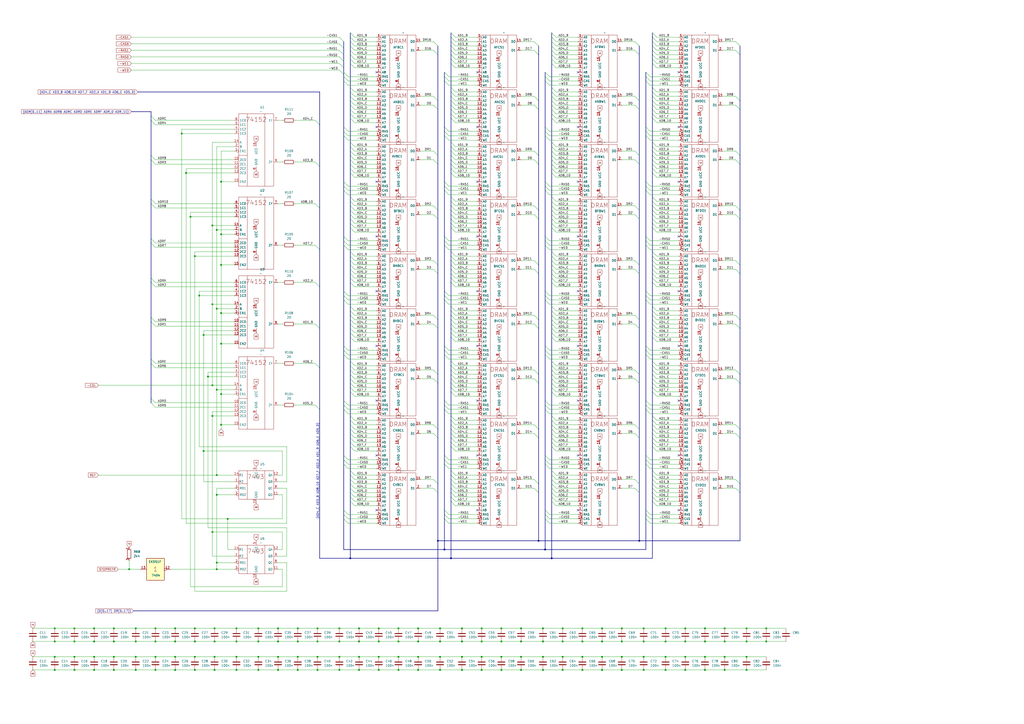
<source format=kicad_sch>
(kicad_sch (version 20231120) (generator "eeschema") (generator_version "8.0")
  (paper "A2")
  (title_block (title "OPS-K3572") (date "2025-03-12") (rev "1") (company "Robotron") (comment 1 "Revision 1, 12.03.2025, Stefan Berndt"))
  (lib_symbols
    (symbol "Device:C" (pin_numbers hide) (pin_names (offset 0.254))
      (property "Reference" "C" (at 0.635 2.54 0))
      (property "Value" "C" (at 0.635 -2.54 0))
      (symbol "C_1_1"
        (pin passive line (at 0 3.81 270) (length 2.794) (name "~") (number "1"))
        (pin passive line (at 0 -3.81 90) (length 2.794) (name "~") (number "2"))
      )
    )
    (symbol "Device:R" (pin_numbers hide) (pin_names (offset 0))
      (property "Reference" "R" (at 2.032 0 90))
      (property "Value" "R" (at 0 0 90))
      (symbol "R_1_1"
        (pin passive line (at 0 3.81 270) (length 1.27) (name "~") (number "1"))
        (pin passive line (at 0 -3.81 90) (length 1.27) (name "~") (number "2"))
      )
    )
    (symbol "Device:R_Network07_Split" (pin_names (offset 0) hide)
      (property "Reference" "RN" (at 2.032 0 90))
      (property "Value" "R_Network07_Split" (at 0 0 90))
      (symbol "R_Network07_Split_0_1"
        (pin passive line (at 0 3.81 270) (length 1.27) (name "R1") (number "1"))
      )
      (symbol "R_Network07_Split_1_1"
        (pin passive line (at 0 -3.81 90) (length 1.27) (name "R1.2") (number "2"))
      )
      (symbol "R_Network07_Split_2_1"
        (pin passive line (at 0 -3.81 90) (length 1.27) (name "R2.2") (number "3"))
      )
      (symbol "R_Network07_Split_3_1"
        (pin passive line (at 0 -3.81 90) (length 1.27) (name "R3.2") (number "4"))
      )
      (symbol "R_Network07_Split_4_1"
        (pin passive line (at 0 -3.81 90) (length 1.27) (name "R4.2") (number "5"))
      )
      (symbol "R_Network07_Split_5_1"
        (pin passive line (at 0 -3.81 90) (length 1.27) (name "R5.2") (number "6"))
      )
      (symbol "R_Network07_Split_6_1"
        (pin passive line (at 0 -3.81 90) (length 1.27) (name "R6.2") (number "7"))
      )
      (symbol "R_Network07_Split_7_1"
        (pin passive line (at 0 -3.81 90) (length 1.27) (name "R7.2") (number "8"))
      )
    )
    (symbol "Robotron_Symbole:7404"
      (property "Reference" "U" (at -3.556 -4.318 0))
      (property "Value" "7404" (at -0.508 3.81 0))
      (symbol "7404_0_0"
        (text "1" (at 0 0 0) (effects (font (size 2.54 2.54))))
      )
      (symbol "7404_1_1"
        (pin input line (at -8.89 0 0) (length 3.81) (name "~") (number "1"))
        (pin output inverted (at 8.89 0 180) (length 3.81) (name "~") (number "2"))
      )
      (symbol "7404_2_1"
        (pin input line (at -8.89 0 0) (length 3.81) (name "~") (number "3"))
        (pin output inverted (at 8.89 0 180) (length 3.81) (name "~") (number "4"))
      )
      (symbol "7404_3_1"
        (pin input line (at -8.89 0 0) (length 3.81) (name "~") (number "5"))
        (pin output inverted (at 8.89 0 180) (length 3.81) (name "~") (number "6"))
      )
      (symbol "7404_4_1"
        (pin output inverted (at 8.89 0 180) (length 3.81) (name "~") (number "8"))
        (pin input line (at -8.89 0 0) (length 3.81) (name "~") (number "9"))
      )
      (symbol "7404_5_1"
        (pin output inverted (at 8.89 0 180) (length 3.81) (name "~") (number "10"))
        (pin input line (at -8.89 0 0) (length 3.81) (name "~") (number "11"))
      )
      (symbol "7404_6_1"
        (pin output inverted (at 8.89 0 180) (length 3.81) (name "~") (number "12"))
        (pin input line (at -8.89 0 0) (length 3.81) (name "~") (number "13"))
      )
      (symbol "7404_7_1"
        (pin power_in line (at 0 10.16 270) (length 3.81) (name "VCC") (number "14"))
        (pin power_in line (at 0 -10.16 90) (length 3.81) (name "GND") (number "7"))
      )
    )
    (symbol "Robotron_Symbole:74153"
      (property "Reference" "U" (at 0 2.54 0))
      (symbol "74153_1_1"
        (text "74152" (at 12.7 0.508 0) (effects (font (size 2.54 2.54))))
        (pin input inverted (at 0 -17.78 0) (length 2.54) (name "EN1") (number "1"))
        (pin input line (at 0 -22.86 0) (length 2.54) (name "2C0") (number "10"))
        (pin input line (at 0 -25.4 0) (length 2.54) (name "2C1") (number "11"))
        (pin input line (at 0 -27.94 0) (length 2.54) (name "2C2") (number "12"))
        (pin input line (at 0 -30.48 0) (length 2.54) (name "2C3") (number "13"))
        (pin input line (at 0 -12.7 0) (length 2.54) (name "A") (number "14"))
        (pin input line (at 0 -35.56 0) (length 2.54) (name "EN2") (number "15"))
        (pin power_in line (at 12.7 -12.7 270) (length 2.54) (name "UCC") (number "16"))
        (pin input line (at 0 -15.24 0) (length 2.54) (name "B") (number "2"))
        (pin input line (at 0 -7.62 0) (length 2.54) (name "1C3") (number "3"))
        (pin input line (at 0 -5.08 0) (length 2.54) (name "1C2") (number "4"))
        (pin input line (at 0 -2.54 0) (length 2.54) (name "1C1") (number "5"))
        (pin input line (at 0 0 0) (length 2.54) (name "1C0") (number "6"))
        (pin output line (at 25.4 0 180) (length 2.54) (name "1Y") (number "7"))
        (pin power_in line (at 12.7 -29.21 90) (length 2.54) (name "GND") (number "8"))
        (pin output line (at 25.4 -24.13 180) (length 2.54) (name "2Y") (number "9"))
      )
    )
    (symbol "Robotron_Symbole:7493"
      (property "Reference" "U" (at 0 3.81 0))
      (symbol "7493_1_1"
        (text "7493" (at 12.446 0.254 0) (effects (font (size 2.54 2.54))))
        (pin input clock (at 0 -2.54 0) (length 2.54) (name "T2") (number "1"))
        (pin no_connect line (at 22.86 10.16 180) (length 2.54) hide (name "-") (number "10"))
        (pin power_in line (at 12.7 -15.24 90) (length 2.54) (name "GND") (number "10"))
        (pin output line (at 25.4 -10.16 180) (length 2.54) (name "QD") (number "11"))
        (pin output line (at 25.4 1.27 180) (length 2.54) (name "QA") (number "12"))
        (pin no_connect line (at 22.86 6.35 180) (length 2.54) hide (name "-") (number "13"))
        (pin input clock (at 0 1.27 0) (length 2.54) (name "T1") (number "14"))
        (pin input inverted (at 0 -6.35 0) (length 2.54) (name "R01") (number "2"))
        (pin input inverted (at 0 -10.16 0) (length 2.54) (name "R02") (number "3"))
        (pin no_connect line (at 22.86 21.59 180) (length 2.54) hide (name "-") (number "4"))
        (pin power_in line (at 12.7 6.35 270) (length 2.54) (name "UCC") (number "5"))
        (pin no_connect line (at 22.86 17.78 180) (length 2.54) hide (name "-") (number "6"))
        (pin no_connect line (at 22.86 13.97 180) (length 2.54) hide (name "-") (number "7"))
        (pin output line (at 25.4 -6.35 180) (length 2.54) (name "QC") (number "8"))
        (pin output line (at 25.4 -2.54 180) (length 2.54) (name "QB") (number "9"))
      )
    )
    (symbol "Robotron_Symbole:DRAM4164"
      (property "Reference" "U" (at 0 5.08 0))
      (symbol "DRAM4164_1_1"
        (text "DRAM" (at 12.446 0.254 0) (effects (font (size 2.54 2.54))))
        (pin input line (at 0 -17.78 0) (length 2.54) (name "A8") (number "1"))
        (pin input line (at 0 -10.16 0) (length 2.54) (name "A5") (number "10"))
        (pin input line (at 0 -7.62 0) (length 2.54) (name "A4") (number "11"))
        (pin input line (at 0 -5.08 0) (length 2.54) (name "A3") (number "12"))
        (pin input line (at 0 -12.7 0) (length 2.54) (name "A6") (number "13"))
        (pin tri_state line (at 25.4 0 180) (length 2.54) (name "DO") (number "14"))
        (pin input inverted (at 0 -22.86 0) (length 2.54) (name "CAS") (number "15"))
        (pin power_in line (at 12.7 -8.89 270) (length 2.54) (name "UCC") (number "16"))
        (pin input line (at 25.4 -5.08 180) (length 2.54) (name "D1") (number "2"))
        (pin input inverted (at 0 -25.4 0) (length 2.54) (name "WE") (number "3"))
        (pin input inverted (at 0 -20.32 0) (length 2.54) (name "RAS") (number "4"))
        (pin input line (at 0 2.54 0) (length 2.54) (name "A0") (number "5"))
        (pin input line (at 0 -2.54 0) (length 2.54) (name "A2") (number "6"))
        (pin input line (at 0 0 0) (length 2.54) (name "A1") (number "7"))
        (pin power_in line (at 12.7 -24.13 90) (length 2.54) (name "GND") (number "8"))
        (pin input line (at 0 -15.24 0) (length 2.54) (name "A7") (number "9"))
      )
    )
  )
  (junction (at 420.37 364.49))
  (junction (at 257.81 318.77))
  (junction (at 128.27 246.38))
  (junction (at 261.62 323.85))
  (junction (at 302.26 381))
  (junction (at 208.28 381))
  (junction (at 219.71 364.49))
  (junction (at 128.27 181.61))
  (junction (at 420.37 388.62))
  (junction (at 66.04 372.11))
  (junction (at 219.71 381))
  (junction (at 349.25 364.49))
  (junction (at 397.51 372.11))
  (junction (at 326.39 388.62))
  (junction (at 373.38 372.11))
  (junction (at 161.29 364.49))
  (junction (at 386.08 364.49))
  (junction (at 137.16 364.49))
  (junction (at 90.17 381))
  (junction (at 302.26 364.49))
  (junction (at 123.19 223.52))
  (junction (at 433.07 388.62))
  (junction (at 31.75 388.62))
  (junction (at 386.08 388.62))
  (junction (at 208.28 364.49))
  (junction (at 54.61 364.49))
  (junction (at 66.04 364.49))
  (junction (at 208.28 372.11))
  (junction (at 314.96 364.49))
  (junction (at 54.61 388.62))
  (junction (at 337.82 372.11))
  (junction (at 107.95 100.33))
  (junction (at 54.61 372.11))
  (junction (at 314.96 388.62))
  (junction (at 219.71 372.11))
  (junction (at 316.23 318.77))
  (junction (at 360.68 381))
  (junction (at 113.03 388.62))
  (junction (at 128.27 135.89))
  (junction (at 290.83 364.49))
  (junction (at 360.68 388.62))
  (junction (at 66.04 388.62))
  (junction (at 123.19 241.3))
  (junction (at 128.27 228.6))
  (junction (at 279.4 381))
  (junction (at 267.97 381))
  (junction (at 137.16 372.11))
  (junction (at 408.94 388.62))
  (junction (at 113.03 381))
  (junction (at 279.4 388.62))
  (junction (at 231.14 381))
  (junction (at 397.51 381))
  (junction (at 113.03 148.59))
  (junction (at 105.41 77.47))
  (junction (at 128.27 105.41))
  (junction (at 337.82 388.62))
  (junction (at 118.11 261.62))
  (junction (at 66.04 381))
  (junction (at 128.27 199.39))
  (junction (at 43.18 381))
  (junction (at 161.29 381))
  (junction (at 302.26 372.11))
  (junction (at 123.19 176.53))
  (junction (at 370.84 313.69))
  (junction (at 31.75 364.49))
  (junction (at 373.38 381))
  (junction (at 420.37 372.11))
  (junction (at 444.5 372.11))
  (junction (at 31.75 372.11))
  (junction (at 149.86 381))
  (junction (at 101.6 381))
  (junction (at 360.68 364.49))
  (junction (at 337.82 364.49))
  (junction (at 242.57 381))
  (junction (at 128.27 153.67))
  (junction (at 420.37 381))
  (junction (at 433.07 372.11))
  (junction (at 397.51 364.49))
  (junction (at 101.6 372.11))
  (junction (at 279.4 364.49))
  (junction (at 360.68 372.11))
  (junction (at 373.38 388.62))
  (junction (at 184.15 372.11))
  (junction (at 302.26 388.62))
  (junction (at 184.15 381))
  (junction (at 267.97 372.11))
  (junction (at 161.29 388.62))
  (junction (at 386.08 372.11))
  (junction (at 125.73 326.39))
  (junction (at 184.15 388.62))
  (junction (at 78.74 364.49))
  (junction (at 110.49 125.73))
  (junction (at 433.07 364.49))
  (junction (at 290.83 388.62))
  (junction (at 137.16 388.62))
  (junction (at 123.19 130.81))
  (junction (at 124.46 364.49))
  (junction (at 78.74 372.11))
  (junction (at 78.74 381))
  (junction (at 115.57 171.45))
  (junction (at 120.65 218.44))
  (junction (at 408.94 381))
  (junction (at 444.5 364.49))
  (junction (at 118.11 194.31))
  (junction (at 255.27 364.49))
  (junction (at 255.27 372.11))
  (junction (at 172.72 372.11))
  (junction (at 397.51 388.62))
  (junction (at 219.71 388.62))
  (junction (at 31.75 381))
  (junction (at 124.46 388.62))
  (junction (at 113.03 364.49))
  (junction (at 290.83 372.11))
  (junction (at 43.18 364.49))
  (junction (at 123.19 308.61))
  (junction (at 137.16 381))
  (junction (at 132.08 300.99))
  (junction (at 314.96 381))
  (junction (at 267.97 388.62))
  (junction (at 349.25 372.11))
  (junction (at 242.57 364.49))
  (junction (at 172.72 388.62))
  (junction (at 125.73 287.02))
  (junction (at 161.29 372.11))
  (junction (at 90.17 364.49))
  (junction (at 326.39 364.49))
  (junction (at 326.39 381))
  (junction (at 203.2 323.85))
  (junction (at 90.17 372.11))
  (junction (at 149.86 364.49))
  (junction (at 124.46 381))
  (junction (at 408.94 364.49))
  (junction (at 184.15 364.49))
  (junction (at 290.83 381))
  (junction (at 408.94 372.11))
  (junction (at 90.17 388.62))
  (junction (at 78.74 388.62))
  (junction (at 101.6 388.62))
  (junction (at 320.04 323.85))
  (junction (at 54.61 381))
  (junction (at 254 313.69))
  (junction (at 337.82 381))
  (junction (at 255.27 381))
  (junction (at 326.39 372.11))
  (junction (at 255.27 388.62))
  (junction (at 74.93 330.2))
  (junction (at 433.07 381))
  (junction (at 149.86 372.11))
  (junction (at 113.03 372.11))
  (junction (at 314.96 372.11))
  (junction (at 349.25 381))
  (junction (at 196.85 381))
  (junction (at 231.14 372.11))
  (junction (at 279.4 372.11))
  (junction (at 172.72 364.49))
  (junction (at 125.73 226.06))
  (junction (at 43.18 372.11))
  (junction (at 125.73 275.59))
  (junction (at 101.6 364.49))
  (junction (at 349.25 388.62))
  (junction (at 125.73 133.35))
  (junction (at 242.57 372.11))
  (junction (at 312.42 313.69))
  (junction (at 242.57 388.62))
  (junction (at 231.14 388.62))
  (junction (at 125.73 179.07))
  (junction (at 124.46 372.11))
  (junction (at 172.72 381))
  (junction (at 149.86 388.62))
  (junction (at 267.97 364.49))
  (junction (at 125.73 330.2))
  (junction (at 196.85 388.62))
  (junction (at 208.28 388.62))
  (junction (at 43.18 388.62))
  (junction (at 231.14 364.49))
  (junction (at 196.85 372.11))
  (junction (at 373.38 364.49))
  (junction (at 386.08 381))
  (junction (at 196.85 364.49))
  (no_connect (at 276.86 137.16))
  (no_connect (at 393.7 73.66))
  (no_connect (at 218.44 232.41))
  (no_connect (at 335.28 200.66))
  (no_connect (at 393.7 232.41))
  (no_connect (at 218.44 137.16))
  (no_connect (at 393.7 264.16))
  (no_connect (at 335.28 137.16))
  (no_connect (at 393.7 137.16))
  (no_connect (at 335.28 73.66))
  (no_connect (at 393.7 295.91))
  (no_connect (at 335.28 264.16))
  (no_connect (at 393.7 168.91))
  (no_connect (at 393.7 41.91))
  (no_connect (at 393.7 200.66))
  (no_connect (at 218.44 41.91))
  (no_connect (at 276.86 105.41))
  (no_connect (at 335.28 168.91))
  (no_connect (at 393.7 105.41))
  (no_connect (at 276.86 41.91))
  (no_connect (at 276.86 73.66))
  (no_connect (at 218.44 200.66))
  (no_connect (at 218.44 168.91))
  (no_connect (at 276.86 200.66))
  (no_connect (at 276.86 295.91))
  (no_connect (at 218.44 105.41))
  (no_connect (at 218.44 264.16))
  (no_connect (at 335.28 295.91))
  (no_connect (at 276.86 264.16))
  (no_connect (at 276.86 168.91))
  (no_connect (at 218.44 73.66))
  (no_connect (at 276.86 232.41))
  (no_connect (at 218.44 295.91))
  (no_connect (at 335.28 41.91))
  (no_connect (at 335.28 105.41))
  (no_connect (at 335.28 232.41))
  (bus_entry (at 320.04 82.55) (size 2.54 2.54))
  (bus_entry (at 257.81 107.95) (size 2.54 2.54))
  (bus_entry (at 257.81 203.2) (size 2.54 2.54))
  (bus_entry (at 320.04 285.75) (size 2.54 2.54))
  (bus_entry (at 316.23 232.41) (size 2.54 2.54))
  (bus_entry (at 316.23 264.16) (size 2.54 2.54))
  (bus_entry (at 199.39 173.99) (size 2.54 2.54))
  (bus_entry (at 374.65 266.7) (size 2.54 2.54))
  (bus_entry (at 196.85 36.83) (size 2.54 2.54))
  (bus_entry (at 320.04 248.92) (size 2.54 2.54))
  (bus_entry (at 261.62 259.08) (size 2.54 2.54))
  (bus_entry (at 374.65 264.16) (size 2.54 2.54))
  (bus_entry (at 316.23 46.99) (size 2.54 2.54))
  (bus_entry (at 261.62 214.63) (size 2.54 2.54))
  (bus_entry (at 378.46 224.79) (size 2.54 2.54))
  (bus_entry (at 203.2 185.42) (size 2.54 2.54))
  (bus_entry (at 374.65 142.24) (size 2.54 2.54))
  (bus_entry (at 374.65 139.7) (size 2.54 2.54))
  (bus_entry (at 261.62 290.83) (size 2.54 2.54))
  (bus_entry (at 257.81 41.91) (size 2.54 2.54))
  (bus_entry (at 320.04 24.13) (size 2.54 2.54))
  (bus_entry (at 203.2 285.75) (size 2.54 2.54))
  (bus_entry (at 261.62 275.59) (size 2.54 2.54))
  (bus_entry (at 261.62 219.71) (size 2.54 2.54))
  (bus_entry (at 257.81 269.24) (size 2.54 2.54))
  (bus_entry (at 261.62 248.92) (size 2.54 2.54))
  (bus_entry (at 320.04 87.63) (size 2.54 2.54))
  (bus_entry (at 203.2 195.58) (size 2.54 2.54))
  (bus_entry (at 257.81 44.45) (size 2.54 2.54))
  (bus_entry (at 316.23 137.16) (size 2.54 2.54))
  (bus_entry (at 378.46 132.08) (size 2.54 2.54))
  (bus_entry (at 257.81 139.7) (size 2.54 2.54))
  (bus_entry (at 378.46 124.46) (size 2.54 2.54))
  (bus_entry (at 320.04 212.09) (size 2.54 2.54))
  (bus_entry (at 426.72 55.88) (size 2.54 2.54))
  (bus_entry (at 378.46 259.08) (size 2.54 2.54))
  (bus_entry (at 261.62 85.09) (size 2.54 2.54))
  (bus_entry (at 316.23 76.2) (size 2.54 2.54))
  (bus_entry (at 199.39 300.99) (size 2.54 2.54))
  (bus_entry (at 320.04 127) (size 2.54 2.54))
  (bus_entry (at 426.72 92.71) (size 2.54 2.54))
  (bus_entry (at 378.46 275.59) (size 2.54 2.54))
  (bus_entry (at 203.2 85.09) (size 2.54 2.54))
  (bus_entry (at 368.3 283.21) (size 2.54 2.54))
  (bus_entry (at 199.39 200.66) (size 2.54 2.54))
  (bus_entry (at 261.62 146.05) (size 2.54 2.54))
  (bus_entry (at 374.65 41.91) (size 2.54 2.54))
  (bus_entry (at 261.62 227.33) (size 2.54 2.54))
  (bus_entry (at 199.39 168.91) (size 2.54 2.54))
  (bus_entry (at 374.65 234.95) (size 2.54 2.54))
  (bus_entry (at 378.46 31.75) (size 2.54 2.54))
  (bus_entry (at 374.65 295.91) (size 2.54 2.54))
  (bus_entry (at 203.2 92.71) (size 2.54 2.54))
  (bus_entry (at 320.04 290.83) (size 2.54 2.54))
  (bus_entry (at 203.2 114.3) (size 2.54 2.54))
  (bus_entry (at 378.46 278.13) (size 2.54 2.54))
  (bus_entry (at 320.04 158.75) (size 2.54 2.54))
  (bus_entry (at 320.04 187.96) (size 2.54 2.54))
  (bus_entry (at 203.2 127) (size 2.54 2.54))
  (bus_entry (at 320.04 132.08) (size 2.54 2.54))
  (bus_entry (at 182.88 187.96) (size 2.54 2.54))
  (bus_entry (at 374.65 173.99) (size 2.54 2.54))
  (bus_entry (at 378.46 50.8) (size 2.54 2.54))
  (bus_entry (at 316.23 298.45) (size 2.54 2.54))
  (bus_entry (at 203.2 246.38) (size 2.54 2.54))
  (bus_entry (at 378.46 288.29) (size 2.54 2.54))
  (bus_entry (at 374.65 105.41) (size 2.54 2.54))
  (bus_entry (at 203.2 288.29) (size 2.54 2.54))
  (bus_entry (at 261.62 177.8) (size 2.54 2.54))
  (bus_entry (at 378.46 219.71) (size 2.54 2.54))
  (bus_entry (at 378.46 100.33) (size 2.54 2.54))
  (bus_entry (at 368.3 182.88) (size 2.54 2.54))
  (bus_entry (at 182.88 93.98) (size 2.54 2.54))
  (bus_entry (at 203.2 24.13) (size 2.54 2.54))
  (bus_entry (at 320.04 214.63) (size 2.54 2.54))
  (bus_entry (at 203.2 180.34) (size 2.54 2.54))
  (bus_entry (at 320.04 34.29) (size 2.54 2.54))
  (bus_entry (at 378.46 24.13) (size 2.54 2.54))
  (bus_entry (at 199.39 232.41) (size 2.54 2.54))
  (bus_entry (at 378.46 156.21) (size 2.54 2.54))
  (bus_entry (at 87.63 163.83) (size 2.54 2.54))
  (bus_entry (at 320.04 275.59) (size 2.54 2.54))
  (bus_entry (at 374.65 203.2) (size 2.54 2.54))
  (bus_entry (at 320.04 119.38) (size 2.54 2.54))
  (bus_entry (at 203.2 100.33) (size 2.54 2.54))
  (bus_entry (at 261.62 60.96) (size 2.54 2.54))
  (bus_entry (at 203.2 121.92) (size 2.54 2.54))
  (bus_entry (at 378.46 29.21) (size 2.54 2.54))
  (bus_entry (at 378.46 68.58) (size 2.54 2.54))
  (bus_entry (at 368.3 24.13) (size 2.54 2.54))
  (bus_entry (at 316.23 295.91) (size 2.54 2.54))
  (bus_entry (at 378.46 217.17) (size 2.54 2.54))
  (bus_entry (at 378.46 248.92) (size 2.54 2.54))
  (bus_entry (at 257.81 171.45) (size 2.54 2.54))
  (bus_entry (at 87.63 115.57) (size 2.54 2.54))
  (bus_entry (at 203.2 161.29) (size 2.54 2.54))
  (bus_entry (at 257.81 295.91) (size 2.54 2.54))
  (bus_entry (at 378.46 182.88) (size 2.54 2.54))
  (bus_entry (at 203.2 156.21) (size 2.54 2.54))
  (bus_entry (at 378.46 60.96) (size 2.54 2.54))
  (bus_entry (at 199.39 73.66) (size 2.54 2.54))
  (bus_entry (at 261.62 285.75) (size 2.54 2.54))
  (bus_entry (at 251.46 246.38) (size 2.54 2.54))
  (bus_entry (at 257.81 234.95) (size 2.54 2.54))
  (bus_entry (at 203.2 278.13) (size 2.54 2.54))
  (bus_entry (at 261.62 19.05) (size 2.54 2.54))
  (bus_entry (at 199.39 41.91) (size 2.54 2.54))
  (bus_entry (at 378.46 251.46) (size 2.54 2.54))
  (bus_entry (at 378.46 146.05) (size 2.54 2.54))
  (bus_entry (at 203.2 241.3) (size 2.54 2.54))
  (bus_entry (at 199.39 295.91) (size 2.54 2.54))
  (bus_entry (at 378.46 36.83) (size 2.54 2.54))
  (bus_entry (at 374.65 78.74) (size 2.54 2.54))
  (bus_entry (at 257.81 205.74) (size 2.54 2.54))
  (bus_entry (at 378.46 87.63) (size 2.54 2.54))
  (bus_entry (at 196.85 40.64) (size 2.54 2.54))
  (bus_entry (at 251.46 119.38) (size 2.54 2.54))
  (bus_entry (at 368.3 156.21) (size 2.54 2.54))
  (bus_entry (at 203.2 290.83) (size 2.54 2.54))
  (bus_entry (at 320.04 241.3) (size 2.54 2.54))
  (bus_entry (at 257.81 298.45) (size 2.54 2.54))
  (bus_entry (at 251.46 278.13) (size 2.54 2.54))
  (bus_entry (at 309.88 156.21) (size 2.54 2.54))
  (bus_entry (at 196.85 25.4) (size 2.54 2.54))
  (bus_entry (at 320.04 85.09) (size 2.54 2.54))
  (bus_entry (at 203.2 82.55) (size 2.54 2.54))
  (bus_entry (at 378.46 53.34) (size 2.54 2.54))
  (bus_entry (at 196.85 33.02) (size 2.54 2.54))
  (bus_entry (at 261.62 127) (size 2.54 2.54))
  (bus_entry (at 368.3 124.46) (size 2.54 2.54))
  (bus_entry (at 203.2 283.21) (size 2.54 2.54))
  (bus_entry (at 203.2 55.88) (size 2.54 2.54))
  (bus_entry (at 378.46 21.59) (size 2.54 2.54))
  (bus_entry (at 320.04 156.21) (size 2.54 2.54))
  (bus_entry (at 182.88 142.24) (size 2.54 2.54))
  (bus_entry (at 320.04 29.21) (size 2.54 2.54))
  (bus_entry (at 378.46 129.54) (size 2.54 2.54))
  (bus_entry (at 182.88 163.83) (size 2.54 2.54))
  (bus_entry (at 309.88 187.96) (size 2.54 2.54))
  (bus_entry (at 261.62 26.67) (size 2.54 2.54))
  (bus_entry (at 368.3 251.46) (size 2.54 2.54))
  (bus_entry (at 261.62 148.59) (size 2.54 2.54))
  (bus_entry (at 203.2 95.25) (size 2.54 2.54))
  (bus_entry (at 320.04 217.17) (size 2.54 2.54))
  (bus_entry (at 87.63 69.85) (size 2.54 2.54))
  (bus_entry (at 199.39 110.49) (size 2.54 2.54))
  (bus_entry (at 199.39 171.45) (size 2.54 2.54))
  (bus_entry (at 320.04 185.42) (size 2.54 2.54))
  (bus_entry (at 203.2 34.29) (size 2.54 2.54))
  (bus_entry (at 378.46 256.54) (size 2.54 2.54))
  (bus_entry (at 378.46 85.09) (size 2.54 2.54))
  (bus_entry (at 368.3 92.71) (size 2.54 2.54))
  (bus_entry (at 199.39 264.16) (size 2.54 2.54))
  (bus_entry (at 261.62 256.54) (size 2.54 2.54))
  (bus_entry (at 316.23 300.99) (size 2.54 2.54))
  (bus_entry (at 426.72 24.13) (size 2.54 2.54))
  (bus_entry (at 320.04 193.04) (size 2.54 2.54))
  (bus_entry (at 257.81 266.7) (size 2.54 2.54))
  (bus_entry (at 426.72 187.96) (size 2.54 2.54))
  (bus_entry (at 320.04 146.05) (size 2.54 2.54))
  (bus_entry (at 320.04 66.04) (size 2.54 2.54))
  (bus_entry (at 203.2 254) (size 2.54 2.54))
  (bus_entry (at 378.46 161.29) (size 2.54 2.54))
  (bus_entry (at 203.2 259.08) (size 2.54 2.54))
  (bus_entry (at 309.88 251.46) (size 2.54 2.54))
  (bus_entry (at 257.81 237.49) (size 2.54 2.54))
  (bus_entry (at 199.39 78.74) (size 2.54 2.54))
  (bus_entry (at 378.46 55.88) (size 2.54 2.54))
  (bus_entry (at 203.2 148.59) (size 2.54 2.54))
  (bus_entry (at 378.46 290.83) (size 2.54 2.54))
  (bus_entry (at 378.46 82.55) (size 2.54 2.54))
  (bus_entry (at 261.62 97.79) (size 2.54 2.54))
  (bus_entry (at 261.62 185.42) (size 2.54 2.54))
  (bus_entry (at 320.04 124.46) (size 2.54 2.54))
  (bus_entry (at 261.62 251.46) (size 2.54 2.54))
  (bus_entry (at 203.2 19.05) (size 2.54 2.54))
  (bus_entry (at 316.23 173.99) (size 2.54 2.54))
  (bus_entry (at 203.2 90.17) (size 2.54 2.54))
  (bus_entry (at 309.88 119.38) (size 2.54 2.54))
  (bus_entry (at 261.62 222.25) (size 2.54 2.54))
  (bus_entry (at 426.72 124.46) (size 2.54 2.54))
  (bus_entry (at 203.2 50.8) (size 2.54 2.54))
  (bus_entry (at 320.04 60.96) (size 2.54 2.54))
  (bus_entry (at 374.65 137.16) (size 2.54 2.54))
  (bus_entry (at 320.04 63.5) (size 2.54 2.54))
  (bus_entry (at 87.63 140.97) (size 2.54 2.54))
  (bus_entry (at 378.46 190.5) (size 2.54 2.54))
  (bus_entry (at 320.04 36.83) (size 2.54 2.54))
  (bus_entry (at 261.62 288.29) (size 2.54 2.54))
  (bus_entry (at 320.04 114.3) (size 2.54 2.54))
  (bus_entry (at 203.2 214.63) (size 2.54 2.54))
  (bus_entry (at 309.88 219.71) (size 2.54 2.54))
  (bus_entry (at 378.46 283.21) (size 2.54 2.54))
  (bus_entry (at 251.46 214.63) (size 2.54 2.54))
  (bus_entry (at 261.62 217.17) (size 2.54 2.54))
  (bus_entry (at 309.88 278.13) (size 2.54 2.54))
  (bus_entry (at 203.2 182.88) (size 2.54 2.54))
  (bus_entry (at 374.65 110.49) (size 2.54 2.54))
  (bus_entry (at 203.2 124.46) (size 2.54 2.54))
  (bus_entry (at 378.46 280.67) (size 2.54 2.54))
  (bus_entry (at 261.62 246.38) (size 2.54 2.54))
  (bus_entry (at 426.72 151.13) (size 2.54 2.54))
  (bus_entry (at 257.81 168.91) (size 2.54 2.54))
  (bus_entry (at 374.65 44.45) (size 2.54 2.54))
  (bus_entry (at 378.46 209.55) (size 2.54 2.54))
  (bus_entry (at 368.3 29.21) (size 2.54 2.54))
  (bus_entry (at 257.81 232.41) (size 2.54 2.54))
  (bus_entry (at 261.62 36.83) (size 2.54 2.54))
  (bus_entry (at 203.2 36.83) (size 2.54 2.54))
  (bus_entry (at 320.04 121.92) (size 2.54 2.54))
  (bus_entry (at 257.81 46.99) (size 2.54 2.54))
  (bus_entry (at 426.72 246.38) (size 2.54 2.54))
  (bus_entry (at 199.39 266.7) (size 2.54 2.54))
  (bus_entry (at 261.62 278.13) (size 2.54 2.54))
  (bus_entry (at 374.65 73.66) (size 2.54 2.54))
  (bus_entry (at 87.63 184.15) (size 2.54 2.54))
  (bus_entry (at 203.2 129.54) (size 2.54 2.54))
  (bus_entry (at 378.46 187.96) (size 2.54 2.54))
  (bus_entry (at 378.46 97.79) (size 2.54 2.54))
  (bus_entry (at 203.2 146.05) (size 2.54 2.54))
  (bus_entry (at 203.2 29.21) (size 2.54 2.54))
  (bus_entry (at 316.23 203.2) (size 2.54 2.54))
  (bus_entry (at 203.2 177.8) (size 2.54 2.54))
  (bus_entry (at 203.2 275.59) (size 2.54 2.54))
  (bus_entry (at 316.23 139.7) (size 2.54 2.54))
  (bus_entry (at 316.23 205.74) (size 2.54 2.54))
  (bus_entry (at 368.3 87.63) (size 2.54 2.54))
  (bus_entry (at 251.46 87.63) (size 2.54 2.54))
  (bus_entry (at 257.81 110.49) (size 2.54 2.54))
  (bus_entry (at 309.88 24.13) (size 2.54 2.54))
  (bus_entry (at 426.72 60.96) (size 2.54 2.54))
  (bus_entry (at 320.04 254) (size 2.54 2.54))
  (bus_entry (at 374.65 168.91) (size 2.54 2.54))
  (bus_entry (at 320.04 259.08) (size 2.54 2.54))
  (bus_entry (at 257.81 78.74) (size 2.54 2.54))
  (bus_entry (at 196.85 21.59) (size 2.54 2.54))
  (bus_entry (at 378.46 95.25) (size 2.54 2.54))
  (bus_entry (at 378.46 177.8) (size 2.54 2.54))
  (bus_entry (at 203.2 212.09) (size 2.54 2.54))
  (bus_entry (at 320.04 190.5) (size 2.54 2.54))
  (bus_entry (at 378.46 114.3) (size 2.54 2.54))
  (bus_entry (at 320.04 19.05) (size 2.54 2.54))
  (bus_entry (at 316.23 73.66) (size 2.54 2.54))
  (bus_entry (at 320.04 100.33) (size 2.54 2.54))
  (bus_entry (at 374.65 232.41) (size 2.54 2.54))
  (bus_entry (at 320.04 195.58) (size 2.54 2.54))
  (bus_entry (at 251.46 55.88) (size 2.54 2.54))
  (bus_entry (at 261.62 241.3) (size 2.54 2.54))
  (bus_entry (at 316.23 78.74) (size 2.54 2.54))
  (bus_entry (at 257.81 264.16) (size 2.54 2.54))
  (bus_entry (at 320.04 222.25) (size 2.54 2.54))
  (bus_entry (at 261.62 63.5) (size 2.54 2.54))
  (bus_entry (at 203.2 209.55) (size 2.54 2.54))
  (bus_entry (at 378.46 180.34) (size 2.54 2.54))
  (bus_entry (at 251.46 251.46) (size 2.54 2.54))
  (bus_entry (at 261.62 283.21) (size 2.54 2.54))
  (bus_entry (at 251.46 156.21) (size 2.54 2.54))
  (bus_entry (at 426.72 119.38) (size 2.54 2.54))
  (bus_entry (at 199.39 234.95) (size 2.54 2.54))
  (bus_entry (at 261.62 58.42) (size 2.54 2.54))
  (bus_entry (at 203.2 217.17) (size 2.54 2.54))
  (bus_entry (at 316.23 44.45) (size 2.54 2.54))
  (bus_entry (at 261.62 68.58) (size 2.54 2.54))
  (bus_entry (at 203.2 119.38) (size 2.54 2.54))
  (bus_entry (at 203.2 163.83) (size 2.54 2.54))
  (bus_entry (at 374.65 200.66) (size 2.54 2.54))
  (bus_entry (at 320.04 90.17) (size 2.54 2.54))
  (bus_entry (at 368.3 219.71) (size 2.54 2.54))
  (bus_entry (at 203.2 87.63) (size 2.54 2.54))
  (bus_entry (at 368.3 278.13) (size 2.54 2.54))
  (bus_entry (at 320.04 129.54) (size 2.54 2.54))
  (bus_entry (at 378.46 195.58) (size 2.54 2.54))
  (bus_entry (at 257.81 73.66) (size 2.54 2.54))
  (bus_entry (at 378.46 66.04) (size 2.54 2.54))
  (bus_entry (at 426.72 182.88) (size 2.54 2.54))
  (bus_entry (at 87.63 67.31) (size 2.54 2.54))
  (bus_entry (at 257.81 105.41) (size 2.54 2.54))
  (bus_entry (at 203.2 60.96) (size 2.54 2.54))
  (bus_entry (at 203.2 31.75) (size 2.54 2.54))
  (bus_entry (at 87.63 233.68) (size 2.54 2.54))
  (bus_entry (at 199.39 139.7) (size 2.54 2.54))
  (bus_entry (at 203.2 227.33) (size 2.54 2.54))
  (bus_entry (at 203.2 248.92) (size 2.54 2.54))
  (bus_entry (at 257.81 173.99) (size 2.54 2.54))
  (bus_entry (at 199.39 44.45) (size 2.54 2.54))
  (bus_entry (at 374.65 46.99) (size 2.54 2.54))
  (bus_entry (at 320.04 31.75) (size 2.54 2.54))
  (bus_entry (at 309.88 124.46) (size 2.54 2.54))
  (bus_entry (at 261.62 55.88) (size 2.54 2.54))
  (bus_entry (at 199.39 105.41) (size 2.54 2.54))
  (bus_entry (at 261.62 100.33) (size 2.54 2.54))
  (bus_entry (at 378.46 254) (size 2.54 2.54))
  (bus_entry (at 426.72 156.21) (size 2.54 2.54))
  (bus_entry (at 378.46 90.17) (size 2.54 2.54))
  (bus_entry (at 261.62 21.59) (size 2.54 2.54))
  (bus_entry (at 316.23 200.66) (size 2.54 2.54))
  (bus_entry (at 261.62 195.58) (size 2.54 2.54))
  (bus_entry (at 378.46 58.42) (size 2.54 2.54))
  (bus_entry (at 251.46 182.88) (size 2.54 2.54))
  (bus_entry (at 378.46 193.04) (size 2.54 2.54))
  (bus_entry (at 199.39 237.49) (size 2.54 2.54))
  (bus_entry (at 261.62 161.29) (size 2.54 2.54))
  (bus_entry (at 320.04 273.05) (size 2.54 2.54))
  (bus_entry (at 374.65 107.95) (size 2.54 2.54))
  (bus_entry (at 182.88 118.11) (size 2.54 2.54))
  (bus_entry (at 261.62 243.84) (size 2.54 2.54))
  (bus_entry (at 203.2 243.84) (size 2.54 2.54))
  (bus_entry (at 251.46 219.71) (size 2.54 2.54))
  (bus_entry (at 261.62 156.21) (size 2.54 2.54))
  (bus_entry (at 261.62 124.46) (size 2.54 2.54))
  (bus_entry (at 203.2 187.96) (size 2.54 2.54))
  (bus_entry (at 320.04 161.29) (size 2.54 2.54))
  (bus_entry (at 257.81 137.16) (size 2.54 2.54))
  (bus_entry (at 199.39 46.99) (size 2.54 2.54))
  (bus_entry (at 368.3 214.63) (size 2.54 2.54))
  (bus_entry (at 87.63 118.11) (size 2.54 2.54))
  (bus_entry (at 368.3 151.13) (size 2.54 2.54))
  (bus_entry (at 87.63 138.43) (size 2.54 2.54))
  (bus_entry (at 261.62 119.38) (size 2.54 2.54))
  (bus_entry (at 378.46 212.09) (size 2.54 2.54))
  (bus_entry (at 320.04 224.79) (size 2.54 2.54))
  (bus_entry (at 203.2 280.67) (size 2.54 2.54))
  (bus_entry (at 203.2 68.58) (size 2.54 2.54))
  (bus_entry (at 368.3 187.96) (size 2.54 2.54))
  (bus_entry (at 320.04 280.67) (size 2.54 2.54))
  (bus_entry (at 378.46 148.59) (size 2.54 2.54))
  (bus_entry (at 261.62 163.83) (size 2.54 2.54))
  (bus_entry (at 316.23 234.95) (size 2.54 2.54))
  (bus_entry (at 261.62 66.04) (size 2.54 2.54))
  (bus_entry (at 203.2 251.46) (size 2.54 2.54))
  (bus_entry (at 203.2 193.04) (size 2.54 2.54))
  (bus_entry (at 251.46 24.13) (size 2.54 2.54))
  (bus_entry (at 316.23 107.95) (size 2.54 2.54))
  (bus_entry (at 378.46 34.29) (size 2.54 2.54))
  (bus_entry (at 320.04 246.38) (size 2.54 2.54))
  (bus_entry (at 261.62 116.84) (size 2.54 2.54))
  (bus_entry (at 320.04 68.58) (size 2.54 2.54))
  (bus_entry (at 320.04 177.8) (size 2.54 2.54))
  (bus_entry (at 182.88 69.85) (size 2.54 2.54))
  (bus_entry (at 320.04 148.59) (size 2.54 2.54))
  (bus_entry (at 261.62 34.29) (size 2.54 2.54))
  (bus_entry (at 261.62 187.96) (size 2.54 2.54))
  (bus_entry (at 320.04 116.84) (size 2.54 2.54))
  (bus_entry (at 378.46 222.25) (size 2.54 2.54))
  (bus_entry (at 309.88 92.71) (size 2.54 2.54))
  (bus_entry (at 261.62 151.13) (size 2.54 2.54))
  (bus_entry (at 368.3 119.38) (size 2.54 2.54))
  (bus_entry (at 378.46 153.67) (size 2.54 2.54))
  (bus_entry (at 182.88 234.95) (size 2.54 2.54))
  (bus_entry (at 378.46 121.92) (size 2.54 2.54))
  (bus_entry (at 203.2 151.13) (size 2.54 2.54))
  (bus_entry (at 378.46 63.5) (size 2.54 2.54))
  (bus_entry (at 261.62 193.04) (size 2.54 2.54))
  (bus_entry (at 251.46 92.71) (size 2.54 2.54))
  (bus_entry (at 251.46 29.21) (size 2.54 2.54))
  (bus_entry (at 261.62 29.21) (size 2.54 2.54))
  (bus_entry (at 309.88 87.63) (size 2.54 2.54))
  (bus_entry (at 261.62 31.75) (size 2.54 2.54))
  (bus_entry (at 203.2 58.42) (size 2.54 2.54))
  (bus_entry (at 203.2 222.25) (size 2.54 2.54))
  (bus_entry (at 257.81 76.2) (size 2.54 2.54))
  (bus_entry (at 203.2 21.59) (size 2.54 2.54))
  (bus_entry (at 203.2 132.08) (size 2.54 2.54))
  (bus_entry (at 203.2 153.67) (size 2.54 2.54))
  (bus_entry (at 378.46 19.05) (size 2.54 2.54))
  (bus_entry (at 199.39 142.24) (size 2.54 2.54))
  (bus_entry (at 261.62 224.79) (size 2.54 2.54))
  (bus_entry (at 316.23 237.49) (size 2.54 2.54))
  (bus_entry (at 257.81 142.24) (size 2.54 2.54))
  (bus_entry (at 199.39 137.16) (size 2.54 2.54))
  (bus_entry (at 203.2 66.04) (size 2.54 2.54))
  (bus_entry (at 309.88 60.96) (size 2.54 2.54))
  (bus_entry (at 320.04 97.79) (size 2.54 2.54))
  (bus_entry (at 257.81 200.66) (size 2.54 2.54))
  (bus_entry (at 203.2 219.71) (size 2.54 2.54))
  (bus_entry (at 426.72 29.21) (size 2.54 2.54))
  (bus_entry (at 368.3 246.38) (size 2.54 2.54))
  (bus_entry (at 320.04 227.33) (size 2.54 2.54))
  (bus_entry (at 320.04 243.84) (size 2.54 2.54))
  (bus_entry (at 426.72 87.63) (size 2.54 2.54))
  (bus_entry (at 261.62 273.05) (size 2.54 2.54))
  (bus_entry (at 261.62 50.8) (size 2.54 2.54))
  (bus_entry (at 378.46 246.38) (size 2.54 2.54))
  (bus_entry (at 320.04 288.29) (size 2.54 2.54))
  (bus_entry (at 261.62 209.55) (size 2.54 2.54))
  (bus_entry (at 316.23 105.41) (size 2.54 2.54))
  (bus_entry (at 320.04 92.71) (size 2.54 2.54))
  (bus_entry (at 378.46 119.38) (size 2.54 2.54))
  (bus_entry (at 320.04 251.46) (size 2.54 2.54))
  (bus_entry (at 87.63 92.71) (size 2.54 2.54))
  (bus_entry (at 257.81 300.99) (size 2.54 2.54))
  (bus_entry (at 316.23 41.91) (size 2.54 2.54))
  (bus_entry (at 261.62 182.88) (size 2.54 2.54))
  (bus_entry (at 87.63 161.29) (size 2.54 2.54))
  (bus_entry (at 320.04 153.67) (size 2.54 2.54))
  (bus_entry (at 320.04 209.55) (size 2.54 2.54))
  (bus_entry (at 199.39 76.2) (size 2.54 2.54))
  (bus_entry (at 316.23 110.49) (size 2.54 2.54))
  (bus_entry (at 320.04 21.59) (size 2.54 2.54))
  (bus_entry (at 320.04 182.88) (size 2.54 2.54))
  (bus_entry (at 87.63 210.82) (size 2.54 2.54))
  (bus_entry (at 320.04 256.54) (size 2.54 2.54))
  (bus_entry (at 87.63 208.28) (size 2.54 2.54))
  (bus_entry (at 378.46 158.75) (size 2.54 2.54))
  (bus_entry (at 378.46 127) (size 2.54 2.54))
  (bus_entry (at 378.46 227.33) (size 2.54 2.54))
  (bus_entry (at 309.88 151.13) (size 2.54 2.54))
  (bus_entry (at 261.62 280.67) (size 2.54 2.54))
  (bus_entry (at 261.62 92.71) (size 2.54 2.54))
  (bus_entry (at 251.46 283.21) (size 2.54 2.54))
  (bus_entry (at 378.46 92.71) (size 2.54 2.54))
  (bus_entry (at 378.46 163.83) (size 2.54 2.54))
  (bus_entry (at 374.65 269.24) (size 2.54 2.54))
  (bus_entry (at 320.04 163.83) (size 2.54 2.54))
  (bus_entry (at 261.62 158.75) (size 2.54 2.54))
  (bus_entry (at 374.65 171.45) (size 2.54 2.54))
  (bus_entry (at 203.2 116.84) (size 2.54 2.54))
  (bus_entry (at 203.2 63.5) (size 2.54 2.54))
  (bus_entry (at 199.39 205.74) (size 2.54 2.54))
  (bus_entry (at 378.46 185.42) (size 2.54 2.54))
  (bus_entry (at 378.46 273.05) (size 2.54 2.54))
  (bus_entry (at 199.39 269.24) (size 2.54 2.54))
  (bus_entry (at 251.46 60.96) (size 2.54 2.54))
  (bus_entry (at 374.65 298.45) (size 2.54 2.54))
  (bus_entry (at 316.23 269.24) (size 2.54 2.54))
  (bus_entry (at 316.23 168.91) (size 2.54 2.54))
  (bus_entry (at 378.46 151.13) (size 2.54 2.54))
  (bus_entry (at 196.85 29.21) (size 2.54 2.54))
  (bus_entry (at 368.3 60.96) (size 2.54 2.54))
  (bus_entry (at 309.88 55.88) (size 2.54 2.54))
  (bus_entry (at 203.2 256.54) (size 2.54 2.54))
  (bus_entry (at 320.04 180.34) (size 2.54 2.54))
  (bus_entry (at 368.3 55.88) (size 2.54 2.54))
  (bus_entry (at 320.04 53.34) (size 2.54 2.54))
  (bus_entry (at 378.46 285.75) (size 2.54 2.54))
  (bus_entry (at 251.46 124.46) (size 2.54 2.54))
  (bus_entry (at 320.04 219.71) (size 2.54 2.54))
  (bus_entry (at 87.63 90.17) (size 2.54 2.54))
  (bus_entry (at 203.2 158.75) (size 2.54 2.54))
  (bus_entry (at 261.62 180.34) (size 2.54 2.54))
  (bus_entry (at 378.46 241.3) (size 2.54 2.54))
  (bus_entry (at 316.23 142.24) (size 2.54 2.54))
  (bus_entry (at 309.88 283.21) (size 2.54 2.54))
  (bus_entry (at 426.72 214.63) (size 2.54 2.54))
  (bus_entry (at 374.65 205.74) (size 2.54 2.54))
  (bus_entry (at 378.46 243.84) (size 2.54 2.54))
  (bus_entry (at 261.62 53.34) (size 2.54 2.54))
  (bus_entry (at 374.65 300.99) (size 2.54 2.54))
  (bus_entry (at 378.46 26.67) (size 2.54 2.54))
  (bus_entry (at 309.88 246.38) (size 2.54 2.54))
  (bus_entry (at 261.62 132.08) (size 2.54 2.54))
  (bus_entry (at 261.62 153.67) (size 2.54 2.54))
  (bus_entry (at 261.62 82.55) (size 2.54 2.54))
  (bus_entry (at 203.2 224.79) (size 2.54 2.54))
  (bus_entry (at 320.04 55.88) (size 2.54 2.54))
  (bus_entry (at 309.88 214.63) (size 2.54 2.54))
  (bus_entry (at 199.39 107.95) (size 2.54 2.54))
  (bus_entry (at 251.46 151.13) (size 2.54 2.54))
  (bus_entry (at 203.2 273.05) (size 2.54 2.54))
  (bus_entry (at 374.65 237.49) (size 2.54 2.54))
  (bus_entry (at 182.88 210.82) (size 2.54 2.54))
  (bus_entry (at 261.62 129.54) (size 2.54 2.54))
  (bus_entry (at 261.62 114.3) (size 2.54 2.54))
  (bus_entry (at 426.72 251.46) (size 2.54 2.54))
  (bus_entry (at 203.2 53.34) (size 2.54 2.54))
  (bus_entry (at 320.04 50.8) (size 2.54 2.54))
  (bus_entry (at 251.46 187.96) (size 2.54 2.54))
  (bus_entry (at 426.72 278.13) (size 2.54 2.54))
  (bus_entry (at 261.62 212.09) (size 2.54 2.54))
  (bus_entry (at 199.39 203.2) (size 2.54 2.54))
  (bus_entry (at 320.04 283.21) (size 2.54 2.54))
  (bus_entry (at 320.04 278.13) (size 2.54 2.54))
  (bus_entry (at 426.72 283.21) (size 2.54 2.54))
  (bus_entry (at 87.63 186.69) (size 2.54 2.54))
  (bus_entry (at 378.46 116.84) (size 2.54 2.54))
  (bus_entry (at 320.04 58.42) (size 2.54 2.54))
  (bus_entry (at 261.62 90.17) (size 2.54 2.54))
  (bus_entry (at 309.88 29.21) (size 2.54 2.54))
  (bus_entry (at 203.2 190.5) (size 2.54 2.54))
  (bus_entry (at 87.63 231.14) (size 2.54 2.54))
  (bus_entry (at 316.23 266.7) (size 2.54 2.54))
  (bus_entry (at 320.04 26.67) (size 2.54 2.54))
  (bus_entry (at 309.88 182.88) (size 2.54 2.54))
  (bus_entry (at 261.62 87.63) (size 2.54 2.54))
  (bus_entry (at 261.62 121.92) (size 2.54 2.54))
  (bus_entry (at 374.65 76.2) (size 2.54 2.54))
  (bus_entry (at 199.39 298.45) (size 2.54 2.54))
  (bus_entry (at 203.2 26.67) (size 2.54 2.54))
  (bus_entry (at 426.72 219.71) (size 2.54 2.54))
  (bus_entry (at 203.2 97.79) (size 2.54 2.54))
  (bus_entry (at 261.62 24.13) (size 2.54 2.54))
  (bus_entry (at 378.46 214.63) (size 2.54 2.54))
  (bus_entry (at 261.62 95.25) (size 2.54 2.54))
  (bus_entry (at 316.23 171.45) (size 2.54 2.54))
  (bus_entry (at 320.04 95.25) (size 2.54 2.54))
  (bus_entry (at 261.62 190.5) (size 2.54 2.54))
  (bus_entry (at 320.04 151.13) (size 2.54 2.54))
  (bus_entry (at 261.62 254) (size 2.54 2.54))
  (wire (pts (xy 76.2 40.64) (xy 196.85 40.64)))
  (bus (pts (xy 257.81 298.45) (xy 257.81 300.99)))
  (wire (pts (xy 264.16 100.33) (xy 276.86 100.33)))
  (bus (pts (xy 261.62 26.67) (xy 261.62 29.21)))
  (wire (pts (xy 264.16 127) (xy 276.86 127)))
  (bus (pts (xy 203.2 163.83) (xy 203.2 177.8)))
  (bus (pts (xy 203.2 222.25) (xy 203.2 224.79)))
  (bus (pts (xy 203.2 161.29) (xy 203.2 163.83)))
  (wire (pts (xy 318.77 173.99) (xy 335.28 173.99)))
  (bus (pts (xy 261.62 190.5) (xy 261.62 193.04)))
  (wire (pts (xy 322.58 227.33) (xy 335.28 227.33)))
  (bus (pts (xy 370.84 222.25) (xy 370.84 248.92)))
  (bus (pts (xy 378.46 85.09) (xy 378.46 87.63)))
  (bus (pts (xy 203.2 241.3) (xy 203.2 243.84)))
  (bus (pts (xy 374.65 237.49) (xy 374.65 264.16)))
  (bus (pts (xy 87.63 64.77) (xy 87.63 67.31)))
  (wire (pts (xy 105.41 300.99) (xy 132.08 300.99)))
  (bus (pts (xy 199.39 203.2) (xy 199.39 205.74)))
  (bus (pts (xy 374.65 110.49) (xy 374.65 137.16)))
  (wire (pts (xy 419.1 55.88) (xy 426.72 55.88)))
  (wire (pts (xy 322.58 185.42) (xy 335.28 185.42)))
  (bus (pts (xy 261.62 224.79) (xy 261.62 227.33)))
  (bus (pts (xy 199.39 44.45) (xy 199.39 46.99)))
  (bus (pts (xy 378.46 92.71) (xy 378.46 95.25)))
  (wire (pts (xy 381 29.21) (xy 393.7 29.21)))
  (wire (pts (xy 419.1 187.96) (xy 426.72 187.96)))
  (bus (pts (xy 429.26 90.17) (xy 429.26 95.25)))
  (bus (pts (xy 320.04 217.17) (xy 320.04 219.71)))
  (wire (pts (xy 264.16 39.37) (xy 276.86 39.37)))
  (wire (pts (xy 128.27 181.61) (xy 128.27 199.39)))
  (wire (pts (xy 264.16 212.09) (xy 276.86 212.09)))
  (wire (pts (xy 107.95 100.33) (xy 135.89 100.33)))
  (bus (pts (xy 429.26 222.25) (xy 429.26 248.92)))
  (bus (pts (xy 87.63 69.85) (xy 87.63 90.17)))
  (wire (pts (xy 322.58 58.42) (xy 335.28 58.42)))
  (wire (pts (xy 386.08 388.62) (xy 397.51 388.62)))
  (bus (pts (xy 257.81 105.41) (xy 257.81 107.95)))
  (wire (pts (xy 242.57 381) (xy 255.27 381)))
  (wire (pts (xy 377.19 81.28) (xy 393.7 81.28)))
  (bus (pts (xy 261.62 288.29) (xy 261.62 290.83)))
  (bus (pts (xy 261.62 248.92) (xy 261.62 251.46)))
  (wire (pts (xy 201.93 76.2) (xy 218.44 76.2)))
  (bus (pts (xy 320.04 246.38) (xy 320.04 248.92)))
  (bus (pts (xy 199.39 73.66) (xy 199.39 76.2)))
  (wire (pts (xy 322.58 195.58) (xy 335.28 195.58)))
  (wire (pts (xy 31.75 388.62) (xy 43.18 388.62)))
  (bus (pts (xy 316.23 110.49) (xy 316.23 137.16)))
  (bus (pts (xy 203.2 156.21) (xy 203.2 158.75)))
  (wire (pts (xy 337.82 372.11) (xy 349.25 372.11)))
  (bus (pts (xy 320.04 124.46) (xy 320.04 127)))
  (wire (pts (xy 322.58 121.92) (xy 335.28 121.92)))
  (wire (pts (xy 123.19 308.61) (xy 163.83 308.61)))
  (wire (pts (xy 125.73 226.06) (xy 125.73 275.59)))
  (wire (pts (xy 125.73 179.07) (xy 135.89 179.07)))
  (wire (pts (xy 318.77 266.7) (xy 335.28 266.7)))
  (wire (pts (xy 302.26 92.71) (xy 309.88 92.71)))
  (wire (pts (xy 68.58 330.2) (xy 74.93 330.2)))
  (bus (pts (xy 378.46 119.38) (xy 378.46 121.92)))
  (wire (pts (xy 381 195.58) (xy 393.7 195.58)))
  (bus (pts (xy 203.2 53.34) (xy 203.2 55.88)))
  (wire (pts (xy 377.19 139.7) (xy 393.7 139.7)))
  (bus (pts (xy 320.04 195.58) (xy 320.04 209.55)))
  (bus (pts (xy 316.23 41.91) (xy 316.23 44.45)))
  (wire (pts (xy 43.18 381) (xy 54.61 381)))
  (bus (pts (xy 378.46 212.09) (xy 378.46 214.63)))
  (wire (pts (xy 264.16 129.54) (xy 276.86 129.54)))
  (bus (pts (xy 87.63 208.28) (xy 87.63 210.82)))
  (wire (pts (xy 243.84 187.96) (xy 251.46 187.96)))
  (wire (pts (xy 124.46 381) (xy 137.16 381)))
  (bus (pts (xy 312.42 280.67) (xy 312.42 285.75)))
  (wire (pts (xy 420.37 381) (xy 433.07 381)))
  (bus (pts (xy 261.62 21.59) (xy 261.62 24.13)))
  (wire (pts (xy 373.38 388.62) (xy 386.08 388.62)))
  (wire (pts (xy 264.16 290.83) (xy 276.86 290.83)))
  (wire (pts (xy 302.26 278.13) (xy 309.88 278.13)))
  (wire (pts (xy 201.93 300.99) (xy 218.44 300.99)))
  (wire (pts (xy 201.93 139.7) (xy 218.44 139.7)))
  (wire (pts (xy 381 151.13) (xy 393.7 151.13)))
  (wire (pts (xy 420.37 388.62) (xy 433.07 388.62)))
  (bus (pts (xy 203.2 19.05) (xy 203.2 21.59)))
  (wire (pts (xy 264.16 256.54) (xy 276.86 256.54)))
  (bus (pts (xy 199.39 110.49) (xy 199.39 137.16)))
  (wire (pts (xy 196.85 364.49) (xy 208.28 364.49)))
  (wire (pts (xy 322.58 280.67) (xy 335.28 280.67)))
  (wire (pts (xy 349.25 381) (xy 360.68 381)))
  (bus (pts (xy 378.46 273.05) (xy 378.46 275.59)))
  (bus (pts (xy 199.39 24.13) (xy 199.39 27.94)))
  (wire (pts (xy 149.86 388.62) (xy 161.29 388.62)))
  (wire (pts (xy 381 285.75) (xy 393.7 285.75)))
  (wire (pts (xy 318.77 234.95) (xy 335.28 234.95)))
  (bus (pts (xy 203.2 129.54) (xy 203.2 132.08)))
  (wire (pts (xy 166.37 322.58) (xy 166.37 306.07)))
  (bus (pts (xy 378.46 24.13) (xy 378.46 26.67)))
  (wire (pts (xy 264.16 278.13) (xy 276.86 278.13)))
  (wire (pts (xy 322.58 190.5) (xy 335.28 190.5)))
  (wire (pts (xy 78.74 364.49) (xy 90.17 364.49)))
  (wire (pts (xy 318.77 298.45) (xy 335.28 298.45)))
  (wire (pts (xy 132.08 318.77) (xy 132.08 300.99)))
  (wire (pts (xy 381 193.04) (xy 393.7 193.04)))
  (wire (pts (xy 123.19 130.81) (xy 135.89 130.81)))
  (wire (pts (xy 260.35 176.53) (xy 276.86 176.53)))
  (bus (pts (xy 203.2 21.59) (xy 203.2 24.13)))
  (bus (pts (xy 429.26 190.5) (xy 429.26 217.17)))
  (bus (pts (xy 316.23 137.16) (xy 316.23 139.7)))
  (bus (pts (xy 374.65 139.7) (xy 374.65 142.24)))
  (wire (pts (xy 302.26 24.13) (xy 309.88 24.13)))
  (wire (pts (xy 201.93 44.45) (xy 218.44 44.45)))
  (wire (pts (xy 205.74 29.21) (xy 218.44 29.21)))
  (wire (pts (xy 264.16 116.84) (xy 276.86 116.84)))
  (bus (pts (xy 261.62 58.42) (xy 261.62 60.96)))
  (wire (pts (xy 149.86 372.11) (xy 161.29 372.11)))
  (wire (pts (xy 255.27 364.49) (xy 267.97 364.49)))
  (bus (pts (xy 378.46 90.17) (xy 378.46 92.71)))
  (wire (pts (xy 381 222.25) (xy 393.7 222.25)))
  (wire (pts (xy 149.86 381) (xy 161.29 381)))
  (wire (pts (xy 120.65 215.9) (xy 120.65 218.44)))
  (bus (pts (xy 320.04 92.71) (xy 320.04 95.25)))
  (bus (pts (xy 320.04 241.3) (xy 320.04 243.84)))
  (wire (pts (xy 205.74 290.83) (xy 218.44 290.83)))
  (wire (pts (xy 243.84 87.63) (xy 251.46 87.63)))
  (wire (pts (xy 264.16 224.79) (xy 276.86 224.79)))
  (bus (pts (xy 320.04 212.09) (xy 320.04 214.63)))
  (bus (pts (xy 257.81 139.7) (xy 257.81 142.24)))
  (wire (pts (xy 264.16 280.67) (xy 276.86 280.67)))
  (bus (pts (xy 378.46 182.88) (xy 378.46 185.42)))
  (wire (pts (xy 264.16 87.63) (xy 276.86 87.63)))
  (bus (pts (xy 203.2 212.09) (xy 203.2 214.63)))
  (wire (pts (xy 76.2 29.21) (xy 196.85 29.21)))
  (bus (pts (xy 320.04 273.05) (xy 320.04 275.59)))
  (wire (pts (xy 123.19 130.81) (xy 123.19 176.53)))
  (wire (pts (xy 314.96 372.11) (xy 326.39 372.11)))
  (wire (pts (xy 260.35 110.49) (xy 276.86 110.49)))
  (bus (pts (xy 87.63 210.82) (xy 87.63 231.14)))
  (wire (pts (xy 115.57 171.45) (xy 135.89 171.45)))
  (wire (pts (xy 322.58 85.09) (xy 335.28 85.09)))
  (bus (pts (xy 378.46 254) (xy 378.46 256.54)))
  (bus (pts (xy 320.04 95.25) (xy 320.04 97.79)))
  (wire (pts (xy 377.19 173.99) (xy 393.7 173.99)))
  (bus (pts (xy 429.26 58.42) (xy 429.26 63.5)))
  (bus (pts (xy 378.46 290.83) (xy 378.46 323.85)))
  (wire (pts (xy 260.35 205.74) (xy 276.86 205.74)))
  (wire (pts (xy 264.16 156.21) (xy 276.86 156.21)))
  (wire (pts (xy 135.89 82.55) (xy 123.19 82.55)))
  (wire (pts (xy 243.84 246.38) (xy 251.46 246.38)))
  (bus (pts (xy 203.2 132.08) (xy 203.2 146.05)))
  (wire (pts (xy 302.26 214.63) (xy 309.88 214.63)))
  (wire (pts (xy 123.19 82.55) (xy 123.19 130.81)))
  (bus (pts (xy 370.84 153.67) (xy 370.84 158.75)))
  (bus (pts (xy 320.04 290.83) (xy 320.04 323.85)))
  (bus (pts (xy 254 58.42) (xy 254 63.5)))
  (bus (pts (xy 261.62 195.58) (xy 261.62 209.55)))
  (wire (pts (xy 408.94 372.11) (xy 420.37 372.11)))
  (bus (pts (xy 199.39 266.7) (xy 199.39 269.24)))
  (wire (pts (xy 381 116.84) (xy 393.7 116.84)))
  (wire (pts (xy 322.58 290.83) (xy 335.28 290.83)))
  (wire (pts (xy 196.85 381) (xy 208.28 381)))
  (wire (pts (xy 302.26 246.38) (xy 309.88 246.38)))
  (wire (pts (xy 243.84 156.21) (xy 251.46 156.21)))
  (wire (pts (xy 205.74 248.92) (xy 218.44 248.92)))
  (wire (pts (xy 128.27 228.6) (xy 135.89 228.6)))
  (bus (pts (xy 378.46 63.5) (xy 378.46 66.04)))
  (wire (pts (xy 264.16 53.34) (xy 276.86 53.34)))
  (bus (pts (xy 374.65 234.95) (xy 374.65 237.49)))
  (bus (pts (xy 378.46 241.3) (xy 378.46 243.84)))
  (wire (pts (xy 419.1 24.13) (xy 426.72 24.13)))
  (wire (pts (xy 243.84 219.71) (xy 251.46 219.71)))
  (bus (pts (xy 374.65 205.74) (xy 374.65 232.41)))
  (bus (pts (xy 257.81 142.24) (xy 257.81 168.91)))
  (wire (pts (xy 205.74 39.37) (xy 218.44 39.37)))
  (bus (pts (xy 203.2 148.59) (xy 203.2 151.13)))
  (bus (pts (xy 312.42 31.75) (xy 312.42 58.42)))
  (wire (pts (xy 219.71 364.49) (xy 231.14 364.49)))
  (wire (pts (xy 377.19 142.24) (xy 393.7 142.24)))
  (bus (pts (xy 378.46 55.88) (xy 378.46 58.42)))
  (wire (pts (xy 290.83 364.49) (xy 302.26 364.49)))
  (wire (pts (xy 135.89 123.19) (xy 110.49 123.19)))
  (wire (pts (xy 322.58 161.29) (xy 335.28 161.29)))
  (bus (pts (xy 312.42 222.25) (xy 312.42 248.92)))
  (bus (pts (xy 203.2 217.17) (xy 203.2 219.71)))
  (wire (pts (xy 419.1 246.38) (xy 426.72 246.38)))
  (wire (pts (xy 260.35 76.2) (xy 276.86 76.2)))
  (wire (pts (xy 54.61 388.62) (xy 66.04 388.62)))
  (wire (pts (xy 318.77 171.45) (xy 335.28 171.45)))
  (bus (pts (xy 203.2 146.05) (xy 203.2 148.59)))
  (bus (pts (xy 374.65 168.91) (xy 374.65 171.45)))
  (wire (pts (xy 219.71 388.62) (xy 231.14 388.62)))
  (bus (pts (xy 261.62 121.92) (xy 261.62 124.46)))
  (bus (pts (xy 261.62 161.29) (xy 261.62 163.83)))
  (wire (pts (xy 123.19 176.53) (xy 135.89 176.53)))
  (wire (pts (xy 128.27 153.67) (xy 135.89 153.67)))
  (wire (pts (xy 264.16 134.62) (xy 276.86 134.62)))
  (wire (pts (xy 101.6 372.11) (xy 113.03 372.11)))
  (wire (pts (xy 381 26.67) (xy 393.7 26.67)))
  (bus (pts (xy 254 354.33) (xy 254 313.69)))
  (wire (pts (xy 205.74 148.59) (xy 218.44 148.59)))
  (bus (pts (xy 378.46 146.05) (xy 378.46 148.59)))
  (bus (pts (xy 257.81 41.91) (xy 257.81 44.45)))
  (bus (pts (xy 378.46 193.04) (xy 378.46 195.58)))
  (wire (pts (xy 128.27 87.63) (xy 128.27 105.41)))
  (wire (pts (xy 260.35 46.99) (xy 276.86 46.99)))
  (wire (pts (xy 128.27 105.41) (xy 128.27 135.89)))
  (wire (pts (xy 381 153.67) (xy 393.7 153.67)))
  (bus (pts (xy 203.2 259.08) (xy 203.2 273.05)))
  (bus (pts (xy 312.42 26.67) (xy 312.42 31.75)))
  (bus (pts (xy 316.23 171.45) (xy 316.23 173.99)))
  (wire (pts (xy 302.26 55.88) (xy 309.88 55.88)))
  (bus (pts (xy 254 280.67) (xy 254 285.75)))
  (bus (pts (xy 378.46 26.67) (xy 378.46 29.21)))
  (bus (pts (xy 87.63 163.83) (xy 87.63 184.15)))
  (bus (pts (xy 320.04 132.08) (xy 320.04 146.05)))
  (bus (pts (xy 261.62 180.34) (xy 261.62 182.88)))
  (wire (pts (xy 135.89 318.77) (xy 132.08 318.77)))
  (bus (pts (xy 257.81 295.91) (xy 257.81 298.45)))
  (wire (pts (xy 31.75 381) (xy 43.18 381)))
  (bus (pts (xy 87.63 118.11) (xy 87.63 138.43)))
  (bus (pts (xy 199.39 200.66) (xy 199.39 203.2)))
  (bus (pts (xy 320.04 285.75) (xy 320.04 288.29)))
  (wire (pts (xy 264.16 21.59) (xy 276.86 21.59)))
  (wire (pts (xy 161.29 372.11) (xy 172.72 372.11)))
  (wire (pts (xy 433.07 372.11) (xy 444.5 372.11)))
  (wire (pts (xy 243.84 251.46) (xy 251.46 251.46)))
  (wire (pts (xy 107.95 303.53) (xy 166.37 303.53)))
  (wire (pts (xy 166.37 279.4) (xy 166.37 259.08)))
  (bus (pts (xy 261.62 214.63) (xy 261.62 217.17)))
  (wire (pts (xy 205.74 121.92) (xy 218.44 121.92)))
  (bus (pts (xy 199.39 300.99) (xy 199.39 318.77)))
  (wire (pts (xy 74.93 330.2) (xy 81.28 330.2)))
  (bus (pts (xy 378.46 161.29) (xy 378.46 163.83)))
  (wire (pts (xy 267.97 381) (xy 279.4 381)))
  (bus (pts (xy 203.2 119.38) (xy 203.2 121.92)))
  (bus (pts (xy 320.04 90.17) (xy 320.04 92.71)))
  (bus (pts (xy 203.2 153.67) (xy 203.2 156.21)))
  (bus (pts (xy 203.2 193.04) (xy 203.2 195.58)))
  (bus (pts (xy 320.04 24.13) (xy 320.04 26.67)))
  (wire (pts (xy 243.84 60.96) (xy 251.46 60.96)))
  (wire (pts (xy 377.19 240.03) (xy 393.7 240.03)))
  (bus (pts (xy 261.62 187.96) (xy 261.62 190.5)))
  (bus (pts (xy 203.2 151.13) (xy 203.2 153.67)))
  (wire (pts (xy 322.58 71.12) (xy 335.28 71.12)))
  (bus (pts (xy 374.65 203.2) (xy 374.65 205.74)))
  (bus (pts (xy 429.26 280.67) (xy 429.26 285.75)))
  (bus (pts (xy 203.2 251.46) (xy 203.2 254)))
  (wire (pts (xy 105.41 77.47) (xy 105.41 300.99)))
  (wire (pts (xy 113.03 342.9) (xy 166.37 342.9)))
  (wire (pts (xy 318.77 269.24) (xy 335.28 269.24)))
  (wire (pts (xy 120.65 218.44) (xy 120.65 306.07)))
  (wire (pts (xy 205.74 195.58) (xy 218.44 195.58)))
  (bus (pts (xy 320.04 97.79) (xy 320.04 100.33)))
  (bus (pts (xy 261.62 290.83) (xy 261.62 323.85)))
  (wire (pts (xy 419.1 124.46) (xy 426.72 124.46)))
  (bus (pts (xy 261.62 148.59) (xy 261.62 151.13)))
  (wire (pts (xy 264.16 163.83) (xy 276.86 163.83)))
  (wire (pts (xy 124.46 364.49) (xy 137.16 364.49)))
  (bus (pts (xy 203.2 254) (xy 203.2 256.54)))
  (wire (pts (xy 231.14 372.11) (xy 242.57 372.11)))
  (bus (pts (xy 261.62 283.21) (xy 261.62 285.75)))
  (bus (pts (xy 261.62 241.3) (xy 261.62 243.84)))
  (wire (pts (xy 264.16 95.25) (xy 276.86 95.25)))
  (wire (pts (xy 125.73 283.21) (xy 125.73 287.02)))
  (wire (pts (xy 231.14 364.49) (xy 242.57 364.49)))
  (bus (pts (xy 316.23 107.95) (xy 316.23 110.49)))
  (bus (pts (xy 261.62 182.88) (xy 261.62 185.42)))
  (bus (pts (xy 320.04 163.83) (xy 320.04 177.8)))
  (wire (pts (xy 264.16 71.12) (xy 276.86 71.12)))
  (wire (pts (xy 201.93 171.45) (xy 218.44 171.45)))
  (wire (pts (xy 264.16 148.59) (xy 276.86 148.59)))
  (wire (pts (xy 322.58 163.83) (xy 335.28 163.83)))
  (bus (pts (xy 203.2 114.3) (xy 203.2 116.84)))
  (wire (pts (xy 205.74 219.71) (xy 218.44 219.71)))
  (wire (pts (xy 171.45 142.24) (xy 182.88 142.24)))
  (bus (pts (xy 203.2 24.13) (xy 203.2 26.67)))
  (wire (pts (xy 322.58 166.37) (xy 335.28 166.37)))
  (wire (pts (xy 135.89 87.63) (xy 128.27 87.63)))
  (wire (pts (xy 161.29 283.21) (xy 166.37 283.21)))
  (wire (pts (xy 205.74 166.37) (xy 218.44 166.37)))
  (wire (pts (xy 264.16 293.37) (xy 276.86 293.37)))
  (wire (pts (xy 381 132.08) (xy 393.7 132.08)))
  (wire (pts (xy 123.19 176.53) (xy 123.19 223.52)))
  (wire (pts (xy 381 198.12) (xy 393.7 198.12)))
  (wire (pts (xy 205.74 102.87) (xy 218.44 102.87)))
  (wire (pts (xy 243.84 151.13) (xy 251.46 151.13)))
  (wire (pts (xy 219.71 381) (xy 231.14 381)))
  (wire (pts (xy 54.61 381) (xy 66.04 381)))
  (wire (pts (xy 205.74 246.38) (xy 218.44 246.38)))
  (wire (pts (xy 135.89 191.77) (xy 118.11 191.77)))
  (bus (pts (xy 378.46 195.58) (xy 378.46 209.55)))
  (bus (pts (xy 185.42 190.5) (xy 185.42 213.36)))
  (bus (pts (xy 320.04 36.83) (xy 320.04 50.8)))
  (bus (pts (xy 320.04 156.21) (xy 320.04 158.75)))
  (bus (pts (xy 429.26 95.25) (xy 429.26 121.92)))
  (wire (pts (xy 377.19 107.95) (xy 393.7 107.95)))
  (wire (pts (xy 264.16 229.87) (xy 276.86 229.87)))
  (wire (pts (xy 205.74 124.46) (xy 218.44 124.46)))
  (wire (pts (xy 302.26 283.21) (xy 309.88 283.21)))
  (bus (pts (xy 312.42 217.17) (xy 312.42 222.25)))
  (wire (pts (xy 322.58 92.71) (xy 335.28 92.71)))
  (wire (pts (xy 201.93 234.95) (xy 218.44 234.95)))
  (wire (pts (xy 161.29 93.98) (xy 163.83 93.98)))
  (bus (pts (xy 429.26 127) (xy 429.26 153.67)))
  (wire (pts (xy 125.73 287.02) (xy 125.73 326.39)))
  (wire (pts (xy 208.28 388.62) (xy 219.71 388.62)))
  (bus (pts (xy 378.46 127) (xy 378.46 129.54)))
  (wire (pts (xy 322.58 212.09) (xy 335.28 212.09)))
  (wire (pts (xy 322.58 24.13) (xy 335.28 24.13)))
  (bus (pts (xy 199.39 31.75) (xy 199.39 35.56)))
  (bus (pts (xy 257.81 137.16) (xy 257.81 139.7)))
  (wire (pts (xy 205.74 180.34) (xy 218.44 180.34)))
  (wire (pts (xy 205.74 66.04) (xy 218.44 66.04)))
  (wire (pts (xy 107.95 100.33) (xy 107.95 303.53)))
  (wire (pts (xy 118.11 194.31) (xy 135.89 194.31)))
  (wire (pts (xy 360.68 372.11) (xy 373.38 372.11)))
  (wire (pts (xy 161.29 118.11) (xy 163.83 118.11)))
  (wire (pts (xy 135.89 330.2) (xy 125.73 330.2)))
  (wire (pts (xy 377.19 76.2) (xy 393.7 76.2)))
  (wire (pts (xy 171.45 163.83) (xy 182.88 163.83)))
  (wire (pts (xy 360.68 219.71) (xy 368.3 219.71)))
  (bus (pts (xy 261.62 222.25) (xy 261.62 224.79)))
  (bus (pts (xy 378.46 97.79) (xy 378.46 100.33)))
  (bus (pts (xy 257.81 234.95) (xy 257.81 237.49)))
  (wire (pts (xy 322.58 243.84) (xy 335.28 243.84)))
  (wire (pts (xy 201.93 142.24) (xy 218.44 142.24)))
  (wire (pts (xy 201.93 298.45) (xy 218.44 298.45)))
  (bus (pts (xy 203.2 55.88) (xy 203.2 58.42)))
  (wire (pts (xy 135.89 74.93) (xy 105.41 74.93)))
  (wire (pts (xy 101.6 381) (xy 113.03 381)))
  (wire (pts (xy 201.93 78.74) (xy 218.44 78.74)))
  (bus (pts (xy 378.46 100.33) (xy 378.46 114.3)))
  (bus (pts (xy 254 190.5) (xy 254 217.17)))
  (wire (pts (xy 360.68 29.21) (xy 368.3 29.21)))
  (wire (pts (xy 90.17 189.23) (xy 135.89 189.23)))
  (wire (pts (xy 201.93 49.53) (xy 218.44 49.53)))
  (wire (pts (xy 205.74 95.25) (xy 218.44 95.25)))
  (wire (pts (xy 264.16 153.67) (xy 276.86 153.67)))
  (bus (pts (xy 429.26 185.42) (xy 429.26 190.5)))
  (wire (pts (xy 66.04 381) (xy 78.74 381)))
  (wire (pts (xy 381 53.34) (xy 393.7 53.34)))
  (wire (pts (xy 43.18 388.62) (xy 54.61 388.62)))
  (bus (pts (xy 254 121.92) (xy 254 127)))
  (wire (pts (xy 419.1 219.71) (xy 426.72 219.71)))
  (bus (pts (xy 378.46 124.46) (xy 378.46 127)))
  (wire (pts (xy 163.83 308.61) (xy 163.83 318.77)))
  (wire (pts (xy 279.4 372.11) (xy 290.83 372.11)))
  (bus (pts (xy 320.04 100.33) (xy 320.04 114.3)))
  (bus (pts (xy 261.62 116.84) (xy 261.62 119.38)))
  (bus (pts (xy 203.2 285.75) (xy 203.2 288.29)))
  (wire (pts (xy 260.35 139.7) (xy 276.86 139.7)))
  (wire (pts (xy 322.58 134.62) (xy 335.28 134.62)))
  (wire (pts (xy 115.57 168.91) (xy 115.57 171.45)))
  (wire (pts (xy 137.16 388.62) (xy 149.86 388.62)))
  (wire (pts (xy 171.45 118.11) (xy 182.88 118.11)))
  (wire (pts (xy 381 156.21) (xy 393.7 156.21)))
  (wire (pts (xy 381 55.88) (xy 393.7 55.88)))
  (wire (pts (xy 381 246.38) (xy 393.7 246.38)))
  (wire (pts (xy 161.29 142.24) (xy 163.83 142.24)))
  (bus (pts (xy 429.26 248.92) (xy 429.26 254)))
  (bus (pts (xy 199.39 39.37) (xy 199.39 41.91)))
  (bus (pts (xy 374.65 78.74) (xy 374.65 105.41)))
  (bus (pts (xy 312.42 185.42) (xy 312.42 190.5)))
  (wire (pts (xy 101.6 388.62) (xy 113.03 388.62)))
  (wire (pts (xy 381 212.09) (xy 393.7 212.09)))
  (wire (pts (xy 260.35 78.74) (xy 276.86 78.74)))
  (wire (pts (xy 201.93 266.7) (xy 218.44 266.7)))
  (bus (pts (xy 261.62 146.05) (xy 261.62 148.59)))
  (bus (pts (xy 316.23 200.66) (xy 316.23 203.2)))
  (bus (pts (xy 316.23 105.41) (xy 316.23 107.95)))
  (wire (pts (xy 381 251.46) (xy 393.7 251.46)))
  (wire (pts (xy 54.61 372.11) (xy 66.04 372.11)))
  (wire (pts (xy 43.18 372.11) (xy 54.61 372.11)))
  (wire (pts (xy 377.19 110.49) (xy 393.7 110.49)))
  (wire (pts (xy 255.27 381) (xy 267.97 381)))
  (wire (pts (xy 322.58 95.25) (xy 335.28 95.25)))
  (bus (pts (xy 374.65 200.66) (xy 374.65 203.2)))
  (wire (pts (xy 264.16 283.21) (xy 276.86 283.21)))
  (bus (pts (xy 261.62 323.85) (xy 203.2 323.85)))
  (wire (pts (xy 264.16 121.92) (xy 276.86 121.92)))
  (wire (pts (xy 381 180.34) (xy 393.7 180.34)))
  (bus (pts (xy 199.39 107.95) (xy 199.39 110.49)))
  (bus (pts (xy 254 185.42) (xy 254 190.5)))
  (wire (pts (xy 322.58 222.25) (xy 335.28 222.25)))
  (wire (pts (xy 381 161.29) (xy 393.7 161.29)))
  (wire (pts (xy 132.08 300.99) (xy 163.83 300.99)))
  (wire (pts (xy 205.74 58.42) (xy 218.44 58.42)))
  (bus (pts (xy 199.39 295.91) (xy 199.39 298.45)))
  (wire (pts (xy 57.15 223.52) (xy 123.19 223.52)))
  (wire (pts (xy 318.77 107.95) (xy 335.28 107.95)))
  (bus (pts (xy 257.81 76.2) (xy 257.81 78.74)))
  (wire (pts (xy 360.68 364.49) (xy 373.38 364.49)))
  (wire (pts (xy 196.85 388.62) (xy 208.28 388.62)))
  (wire (pts (xy 201.93 271.78) (xy 218.44 271.78)))
  (bus (pts (xy 378.46 275.59) (xy 378.46 278.13)))
  (wire (pts (xy 322.58 34.29) (xy 335.28 34.29)))
  (bus (pts (xy 257.81 318.77) (xy 316.23 318.77)))
  (bus (pts (xy 199.39 269.24) (xy 199.39 295.91)))
  (bus (pts (xy 320.04 114.3) (xy 320.04 116.84)))
  (bus (pts (xy 429.26 313.69) (xy 370.84 313.69)))
  (bus (pts (xy 320.04 60.96) (xy 320.04 63.5)))
  (wire (pts (xy 419.1 119.38) (xy 426.72 119.38)))
  (wire (pts (xy 242.57 364.49) (xy 255.27 364.49)))
  (wire (pts (xy 264.16 68.58) (xy 276.86 68.58)))
  (wire (pts (xy 90.17 120.65) (xy 135.89 120.65)))
  (wire (pts (xy 205.74 26.67) (xy 218.44 26.67)))
  (bus (pts (xy 316.23 318.77) (xy 374.65 318.77)))
  (bus (pts (xy 312.42 90.17) (xy 312.42 95.25)))
  (wire (pts (xy 381 248.92) (xy 393.7 248.92)))
  (wire (pts (xy 360.68 251.46) (xy 368.3 251.46)))
  (bus (pts (xy 378.46 50.8) (xy 378.46 53.34)))
  (wire (pts (xy 337.82 388.62) (xy 349.25 388.62)))
  (wire (pts (xy 264.16 151.13) (xy 276.86 151.13)))
  (wire (pts (xy 360.68 151.13) (xy 368.3 151.13)))
  (wire (pts (xy 433.07 381) (xy 444.5 381)))
  (wire (pts (xy 279.4 388.62) (xy 290.83 388.62)))
  (bus (pts (xy 261.62 132.08) (xy 261.62 146.05)))
  (bus (pts (xy 254 254) (xy 254 280.67)))
  (bus (pts (xy 199.39 168.91) (xy 199.39 171.45)))
  (wire (pts (xy 260.35 107.95) (xy 276.86 107.95)))
  (bus (pts (xy 203.2 195.58) (xy 203.2 209.55)))
  (wire (pts (xy 381 34.29) (xy 393.7 34.29)))
  (bus (pts (xy 87.63 140.97) (xy 87.63 161.29)))
  (bus (pts (xy 370.84 121.92) (xy 370.84 127)))
  (bus (pts (xy 316.23 46.99) (xy 316.23 73.66)))
  (bus (pts (xy 261.62 163.83) (xy 261.62 177.8)))
  (bus (pts (xy 203.2 85.09) (xy 203.2 87.63)))
  (wire (pts (xy 433.07 388.62) (xy 444.5 388.62)))
  (wire (pts (xy 264.16 166.37) (xy 276.86 166.37)))
  (wire (pts (xy 264.16 58.42) (xy 276.86 58.42)))
  (bus (pts (xy 320.04 256.54) (xy 320.04 259.08)))
  (bus (pts (xy 316.23 300.99) (xy 316.23 318.77)))
  (wire (pts (xy 137.16 364.49) (xy 149.86 364.49)))
  (wire (pts (xy 161.29 275.59) (xy 163.83 275.59)))
  (bus (pts (xy 320.04 151.13) (xy 320.04 153.67)))
  (wire (pts (xy 264.16 36.83) (xy 276.86 36.83)))
  (wire (pts (xy 255.27 372.11) (xy 267.97 372.11)))
  (wire (pts (xy 123.19 322.58) (xy 123.19 308.61)))
  (bus (pts (xy 199.39 41.91) (xy 199.39 43.18)))
  (wire (pts (xy 243.84 182.88) (xy 251.46 182.88)))
  (wire (pts (xy 184.15 372.11) (xy 196.85 372.11)))
  (bus (pts (xy 429.26 26.67) (xy 429.26 31.75)))
  (wire (pts (xy 184.15 364.49) (xy 196.85 364.49)))
  (bus (pts (xy 312.42 63.5) (xy 312.42 90.17)))
  (wire (pts (xy 322.58 29.21) (xy 335.28 29.21)))
  (wire (pts (xy 161.29 388.62) (xy 172.72 388.62)))
  (bus (pts (xy 254 153.67) (xy 254 158.75)))
  (wire (pts (xy 381 182.88) (xy 393.7 182.88)))
  (bus (pts (xy 320.04 248.92) (xy 320.04 251.46)))
  (bus (pts (xy 185.42 53.34) (xy 185.42 72.39)))
  (wire (pts (xy 318.77 240.03) (xy 335.28 240.03)))
  (wire (pts (xy 260.35 203.2) (xy 276.86 203.2)))
  (bus (pts (xy 257.81 237.49) (xy 257.81 264.16)))
  (wire (pts (xy 386.08 364.49) (xy 397.51 364.49)))
  (bus (pts (xy 87.63 138.43) (xy 87.63 140.97)))
  (wire (pts (xy 322.58 55.88) (xy 335.28 55.88)))
  (bus (pts (xy 261.62 251.46) (xy 261.62 254)))
  (bus (pts (xy 374.65 300.99) (xy 374.65 318.77)))
  (wire (pts (xy 381 280.67) (xy 393.7 280.67)))
  (bus (pts (xy 203.2 127) (xy 203.2 129.54)))
  (wire (pts (xy 135.89 283.21) (xy 125.73 283.21)))
  (wire (pts (xy 322.58 229.87) (xy 335.28 229.87)))
  (wire (pts (xy 322.58 158.75) (xy 335.28 158.75)))
  (bus (pts (xy 316.23 173.99) (xy 316.23 200.66)))
  (wire (pts (xy 260.35 303.53) (xy 276.86 303.53)))
  (bus (pts (xy 261.62 280.67) (xy 261.62 283.21)))
  (wire (pts (xy 172.72 372.11) (xy 184.15 372.11)))
  (bus (pts (xy 261.62 259.08) (xy 261.62 273.05)))
  (wire (pts (xy 205.74 90.17) (xy 218.44 90.17)))
  (wire (pts (xy 205.74 127) (xy 218.44 127)))
  (bus (pts (xy 203.2 290.83) (xy 203.2 323.85)))
  (wire (pts (xy 123.19 241.3) (xy 123.19 308.61)))
  (wire (pts (xy 205.74 222.25) (xy 218.44 222.25)))
  (wire (pts (xy 360.68 214.63) (xy 368.3 214.63)))
  (wire (pts (xy 128.27 181.61) (xy 135.89 181.61)))
  (wire (pts (xy 90.17 213.36) (xy 135.89 213.36)))
  (wire (pts (xy 135.89 322.58) (xy 123.19 322.58)))
  (bus (pts (xy 378.46 259.08) (xy 378.46 273.05)))
  (bus (pts (xy 261.62 95.25) (xy 261.62 97.79)))
  (wire (pts (xy 419.1 87.63) (xy 426.72 87.63)))
  (wire (pts (xy 205.74 156.21) (xy 218.44 156.21)))
  (wire (pts (xy 322.58 132.08) (xy 335.28 132.08)))
  (wire (pts (xy 43.18 364.49) (xy 54.61 364.49)))
  (wire (pts (xy 205.74 119.38) (xy 218.44 119.38)))
  (bus (pts (xy 199.39 105.41) (xy 199.39 107.95)))
  (wire (pts (xy 208.28 381) (xy 219.71 381)))
  (bus (pts (xy 320.04 29.21) (xy 320.04 31.75)))
  (bus (pts (xy 261.62 212.09) (xy 261.62 214.63)))
  (wire (pts (xy 419.1 29.21) (xy 426.72 29.21)))
  (bus (pts (xy 378.46 121.92) (xy 378.46 124.46)))
  (wire (pts (xy 260.35 269.24) (xy 276.86 269.24)))
  (bus (pts (xy 203.2 97.79) (xy 203.2 100.33)))
  (wire (pts (xy 318.77 208.28) (xy 335.28 208.28)))
  (wire (pts (xy 90.17 143.51) (xy 135.89 143.51)))
  (bus (pts (xy 370.84 158.75) (xy 370.84 185.42)))
  (wire (pts (xy 267.97 364.49) (xy 279.4 364.49)))
  (wire (pts (xy 166.37 306.07) (xy 120.65 306.07)))
  (wire (pts (xy 322.58 124.46) (xy 335.28 124.46)))
  (wire (pts (xy 113.03 148.59) (xy 113.03 342.9)))
  (bus (pts (xy 320.04 158.75) (xy 320.04 161.29)))
  (wire (pts (xy 360.68 124.46) (xy 368.3 124.46)))
  (wire (pts (xy 54.61 364.49) (xy 66.04 364.49)))
  (wire (pts (xy 408.94 381) (xy 420.37 381)))
  (wire (pts (xy 125.73 133.35) (xy 125.73 179.07)))
  (bus (pts (xy 320.04 222.25) (xy 320.04 224.79)))
  (wire (pts (xy 264.16 92.71) (xy 276.86 92.71)))
  (wire (pts (xy 201.93 176.53) (xy 218.44 176.53)))
  (wire (pts (xy 322.58 63.5) (xy 335.28 63.5)))
  (wire (pts (xy 171.45 69.85) (xy 182.88 69.85)))
  (bus (pts (xy 203.2 124.46) (xy 203.2 127)))
  (wire (pts (xy 90.17 233.68) (xy 135.89 233.68)))
  (bus (pts (xy 320.04 323.85) (xy 378.46 323.85)))
  (bus (pts (xy 378.46 114.3) (xy 378.46 116.84)))
  (wire (pts (xy 264.16 24.13) (xy 276.86 24.13)))
  (wire (pts (xy 264.16 261.62) (xy 276.86 261.62)))
  (wire (pts (xy 314.96 364.49) (xy 326.39 364.49)))
  (wire (pts (xy 381 90.17) (xy 393.7 90.17)))
  (wire (pts (xy 205.74 129.54) (xy 218.44 129.54)))
  (wire (pts (xy 243.84 24.13) (xy 251.46 24.13)))
  (wire (pts (xy 161.29 187.96) (xy 163.83 187.96)))
  (wire (pts (xy 264.16 259.08) (xy 276.86 259.08)))
  (bus (pts (xy 257.81 205.74) (xy 257.81 232.41)))
  (bus (pts (xy 261.62 185.42) (xy 261.62 187.96)))
  (bus (pts (xy 374.65 142.24) (xy 374.65 168.91)))
  (wire (pts (xy 302.26 119.38) (xy 309.88 119.38)))
  (wire (pts (xy 264.16 285.75) (xy 276.86 285.75)))
  (wire (pts (xy 322.58 31.75) (xy 335.28 31.75)))
  (bus (pts (xy 374.65 298.45) (xy 374.65 300.99)))
  (bus (pts (xy 203.2 243.84) (xy 203.2 246.38)))
  (bus (pts (xy 378.46 87.63) (xy 378.46 90.17)))
  (wire (pts (xy 128.27 135.89) (xy 135.89 135.89)))
  (wire (pts (xy 326.39 381) (xy 337.82 381)))
  (wire (pts (xy 314.96 388.62) (xy 326.39 388.62)))
  (bus (pts (xy 316.23 142.24) (xy 316.23 168.91)))
  (bus (pts (xy 261.62 97.79) (xy 261.62 100.33)))
  (bus (pts (xy 370.84 95.25) (xy 370.84 121.92)))
  (wire (pts (xy 381 278.13) (xy 393.7 278.13)))
  (wire (pts (xy 381 24.13) (xy 393.7 24.13)))
  (bus (pts (xy 261.62 19.05) (xy 261.62 21.59)))
  (wire (pts (xy 397.51 372.11) (xy 408.94 372.11)))
  (wire (pts (xy 322.58 275.59) (xy 335.28 275.59)))
  (bus (pts (xy 320.04 278.13) (xy 320.04 280.67)))
  (wire (pts (xy 397.51 388.62) (xy 408.94 388.62)))
  (wire (pts (xy 349.25 364.49) (xy 360.68 364.49)))
  (wire (pts (xy 171.45 234.95) (xy 182.88 234.95)))
  (wire (pts (xy 264.16 85.09) (xy 276.86 85.09)))
  (bus (pts (xy 370.84 248.92) (xy 370.84 254)))
  (bus (pts (xy 203.2 82.55) (xy 203.2 85.09)))
  (bus (pts (xy 261.62 256.54) (xy 261.62 259.08)))
  (bus (pts (xy 378.46 58.42) (xy 378.46 60.96)))
  (wire (pts (xy 322.58 148.59) (xy 335.28 148.59)))
  (wire (pts (xy 433.07 364.49) (xy 444.5 364.49)))
  (wire (pts (xy 381 102.87) (xy 393.7 102.87)))
  (bus (pts (xy 320.04 254) (xy 320.04 256.54)))
  (wire (pts (xy 302.26 60.96) (xy 309.88 60.96)))
  (bus (pts (xy 378.46 248.92) (xy 378.46 251.46)))
  (wire (pts (xy 260.35 298.45) (xy 276.86 298.45)))
  (bus (pts (xy 378.46 246.38) (xy 378.46 248.92)))
  (bus (pts (xy 203.2 256.54) (xy 203.2 259.08)))
  (wire (pts (xy 205.74 283.21) (xy 218.44 283.21)))
  (bus (pts (xy 429.26 217.17) (xy 429.26 222.25)))
  (wire (pts (xy 360.68 87.63) (xy 368.3 87.63)))
  (wire (pts (xy 128.27 105.41) (xy 135.89 105.41)))
  (wire (pts (xy 201.93 107.95) (xy 218.44 107.95)))
  (bus (pts (xy 199.39 35.56) (xy 199.39 39.37)))
  (wire (pts (xy 166.37 326.39) (xy 166.37 342.9)))
  (wire (pts (xy 243.84 283.21) (xy 251.46 283.21)))
  (wire (pts (xy 381 134.62) (xy 393.7 134.62)))
  (bus (pts (xy 378.46 151.13) (xy 378.46 153.67)))
  (bus (pts (xy 261.62 50.8) (xy 261.62 53.34)))
  (bus (pts (xy 261.62 129.54) (xy 261.62 132.08)))
  (bus (pts (xy 378.46 153.67) (xy 378.46 156.21)))
  (wire (pts (xy 260.35 49.53) (xy 276.86 49.53)))
  (wire (pts (xy 205.74 24.13) (xy 218.44 24.13)))
  (wire (pts (xy 381 259.08) (xy 393.7 259.08)))
  (bus (pts (xy 378.46 132.08) (xy 378.46 146.05)))
  (wire (pts (xy 208.28 372.11) (xy 219.71 372.11)))
  (bus (pts (xy 87.63 92.71) (xy 87.63 115.57)))
  (wire (pts (xy 90.17 236.22) (xy 135.89 236.22)))
  (wire (pts (xy 381 275.59) (xy 393.7 275.59)))
  (wire (pts (xy 90.17 210.82) (xy 135.89 210.82)))
  (wire (pts (xy 264.16 26.67) (xy 276.86 26.67)))
  (bus (pts (xy 312.42 190.5) (xy 312.42 217.17)))
  (wire (pts (xy 125.73 287.02) (xy 135.89 287.02)))
  (wire (pts (xy 113.03 364.49) (xy 124.46 364.49)))
  (bus (pts (xy 199.39 232.41) (xy 199.39 234.95)))
  (wire (pts (xy 205.74 158.75) (xy 218.44 158.75)))
  (bus (pts (xy 320.04 21.59) (xy 320.04 24.13)))
  (bus (pts (xy 87.63 67.31) (xy 87.63 69.85)))
  (wire (pts (xy 205.74 31.75) (xy 218.44 31.75)))
  (wire (pts (xy 381 224.79) (xy 393.7 224.79)))
  (wire (pts (xy 381 68.58) (xy 393.7 68.58)))
  (bus (pts (xy 320.04 68.58) (xy 320.04 82.55)))
  (wire (pts (xy 161.29 326.39) (xy 166.37 326.39)))
  (wire (pts (xy 205.74 21.59) (xy 218.44 21.59)))
  (wire (pts (xy 90.17 364.49) (xy 101.6 364.49)))
  (bus (pts (xy 261.62 275.59) (xy 261.62 278.13)))
  (wire (pts (xy 123.19 223.52) (xy 135.89 223.52)))
  (wire (pts (xy 377.19 46.99) (xy 393.7 46.99)))
  (bus (pts (xy 261.62 127) (xy 261.62 129.54)))
  (wire (pts (xy 123.19 241.3) (xy 135.89 241.3)))
  (bus (pts (xy 320.04 19.05) (xy 320.04 21.59)))
  (wire (pts (xy 381 121.92) (xy 393.7 121.92)))
  (bus (pts (xy 320.04 280.67) (xy 320.04 283.21)))
  (wire (pts (xy 264.16 222.25) (xy 276.86 222.25)))
  (bus (pts (xy 370.84 280.67) (xy 370.84 285.75)))
  (wire (pts (xy 318.77 44.45) (xy 335.28 44.45)))
  (wire (pts (xy 161.29 279.4) (xy 166.37 279.4)))
  (wire (pts (xy 318.77 81.28) (xy 335.28 81.28)))
  (bus (pts (xy 378.46 53.34) (xy 378.46 55.88)))
  (bus (pts (xy 312.42 127) (xy 312.42 153.67)))
  (bus (pts (xy 203.2 275.59) (xy 203.2 278.13)))
  (wire (pts (xy 314.96 381) (xy 326.39 381)))
  (bus (pts (xy 429.26 31.75) (xy 429.26 58.42)))
  (bus (pts (xy 370.84 285.75) (xy 370.84 313.69)))
  (bus (pts (xy 261.62 156.21) (xy 261.62 158.75)))
  (bus (pts (xy 203.2 273.05) (xy 203.2 275.59)))
  (bus (pts (xy 320.04 177.8) (xy 320.04 180.34)))
  (wire (pts (xy 373.38 372.11) (xy 386.08 372.11)))
  (wire (pts (xy 322.58 193.04) (xy 335.28 193.04)))
  (bus (pts (xy 203.2 185.42) (xy 203.2 187.96)))
  (wire (pts (xy 118.11 194.31) (xy 118.11 261.62)))
  (wire (pts (xy 260.35 266.7) (xy 276.86 266.7)))
  (bus (pts (xy 316.23 76.2) (xy 316.23 78.74)))
  (wire (pts (xy 360.68 388.62) (xy 373.38 388.62)))
  (wire (pts (xy 377.19 49.53) (xy 393.7 49.53)))
  (bus (pts (xy 320.04 50.8) (xy 320.04 53.34)))
  (wire (pts (xy 128.27 199.39) (xy 135.89 199.39)))
  (wire (pts (xy 420.37 364.49) (xy 433.07 364.49)))
  (wire (pts (xy 322.58 36.83) (xy 335.28 36.83)))
  (bus (pts (xy 261.62 254) (xy 261.62 256.54)))
  (wire (pts (xy 302.26 364.49) (xy 314.96 364.49)))
  (bus (pts (xy 261.62 219.71) (xy 261.62 222.25)))
  (wire (pts (xy 419.1 151.13) (xy 426.72 151.13)))
  (wire (pts (xy 125.73 85.09) (xy 125.73 133.35)))
  (wire (pts (xy 205.74 100.33) (xy 218.44 100.33)))
  (bus (pts (xy 378.46 29.21) (xy 378.46 31.75)))
  (wire (pts (xy 302.26 251.46) (xy 309.88 251.46)))
  (wire (pts (xy 205.74 116.84) (xy 218.44 116.84)))
  (bus (pts (xy 203.2 58.42) (xy 203.2 60.96)))
  (wire (pts (xy 318.77 303.53) (xy 335.28 303.53)))
  (wire (pts (xy 381 219.71) (xy 393.7 219.71)))
  (wire (pts (xy 149.86 364.49) (xy 161.29 364.49)))
  (wire (pts (xy 113.03 388.62) (xy 124.46 388.62)))
  (wire (pts (xy 444.5 372.11) (xy 455.93 372.11)))
  (wire (pts (xy 318.77 76.2) (xy 335.28 76.2)))
  (wire (pts (xy 135.89 148.59) (xy 113.03 148.59)))
  (bus (pts (xy 378.46 251.46) (xy 378.46 254)))
  (wire (pts (xy 90.17 118.11) (xy 135.89 118.11)))
  (bus (pts (xy 261.62 36.83) (xy 261.62 50.8)))
  (bus (pts (xy 254 26.67) (xy 254 31.75)))
  (wire (pts (xy 290.83 388.62) (xy 302.26 388.62)))
  (wire (pts (xy 381 95.25) (xy 393.7 95.25)))
  (wire (pts (xy 76.2 21.59) (xy 196.85 21.59)))
  (bus (pts (xy 199.39 137.16) (xy 199.39 139.7)))
  (wire (pts (xy 231.14 381) (xy 242.57 381)))
  (wire (pts (xy 205.74 36.83) (xy 218.44 36.83)))
  (bus (pts (xy 374.65 46.99) (xy 374.65 73.66)))
  (wire (pts (xy 290.83 381) (xy 302.26 381)))
  (bus (pts (xy 203.2 158.75) (xy 203.2 161.29)))
  (wire (pts (xy 373.38 381) (xy 386.08 381)))
  (bus (pts (xy 370.84 26.67) (xy 370.84 31.75)))
  (wire (pts (xy 377.19 113.03) (xy 393.7 113.03)))
  (wire (pts (xy 264.16 243.84) (xy 276.86 243.84)))
  (wire (pts (xy 322.58 288.29) (xy 335.28 288.29)))
  (bus (pts (xy 378.46 224.79) (xy 378.46 227.33)))
  (bus (pts (xy 199.39 46.99) (xy 199.39 73.66)))
  (wire (pts (xy 419.1 214.63) (xy 426.72 214.63)))
  (bus (pts (xy 429.26 121.92) (xy 429.26 127)))
  (wire (pts (xy 205.74 182.88) (xy 218.44 182.88)))
  (wire (pts (xy 243.84 124.46) (xy 251.46 124.46)))
  (wire (pts (xy 205.74 278.13) (xy 218.44 278.13)))
  (wire (pts (xy 135.89 215.9) (xy 120.65 215.9)))
  (bus (pts (xy 261.62 273.05) (xy 261.62 275.59)))
  (wire (pts (xy 337.82 381) (xy 349.25 381)))
  (bus (pts (xy 203.2 92.71) (xy 203.2 95.25)))
  (bus (pts (xy 378.46 82.55) (xy 378.46 85.09)))
  (wire (pts (xy 381 243.84) (xy 393.7 243.84)))
  (wire (pts (xy 205.74 55.88) (xy 218.44 55.88)))
  (wire (pts (xy 360.68 283.21) (xy 368.3 283.21)))
  (bus (pts (xy 203.2 219.71) (xy 203.2 222.25)))
  (wire (pts (xy 260.35 271.78) (xy 276.86 271.78)))
  (wire (pts (xy 118.11 261.62) (xy 163.83 261.62)))
  (bus (pts (xy 254 217.17) (xy 254 222.25)))
  (wire (pts (xy 205.74 285.75) (xy 218.44 285.75)))
  (wire (pts (xy 205.74 280.67) (xy 218.44 280.67)))
  (wire (pts (xy 381 290.83) (xy 393.7 290.83)))
  (bus (pts (xy 320.04 148.59) (xy 320.04 151.13)))
  (wire (pts (xy 90.17 163.83) (xy 135.89 163.83)))
  (wire (pts (xy 57.15 275.59) (xy 125.73 275.59)))
  (bus (pts (xy 203.2 95.25) (xy 203.2 97.79)))
  (bus (pts (xy 320.04 63.5) (xy 320.04 66.04)))
  (wire (pts (xy 205.74 251.46) (xy 218.44 251.46)))
  (wire (pts (xy 243.84 92.71) (xy 251.46 92.71)))
  (bus (pts (xy 320.04 119.38) (xy 320.04 121.92)))
  (wire (pts (xy 243.84 119.38) (xy 251.46 119.38)))
  (wire (pts (xy 205.74 163.83) (xy 218.44 163.83)))
  (wire (pts (xy 302.26 124.46) (xy 309.88 124.46)))
  (wire (pts (xy 264.16 158.75) (xy 276.86 158.75)))
  (wire (pts (xy 322.58 129.54) (xy 335.28 129.54)))
  (wire (pts (xy 172.72 388.62) (xy 184.15 388.62)))
  (wire (pts (xy 381 185.42) (xy 393.7 185.42)))
  (bus (pts (xy 370.84 254) (xy 370.84 280.67)))
  (wire (pts (xy 381 148.59) (xy 393.7 148.59)))
  (bus (pts (xy 370.84 90.17) (xy 370.84 95.25)))
  (wire (pts (xy 260.35 142.24) (xy 276.86 142.24)))
  (bus (pts (xy 203.2 90.17) (xy 203.2 92.71)))
  (bus (pts (xy 320.04 129.54) (xy 320.04 132.08)))
  (bus (pts (xy 199.39 205.74) (xy 199.39 232.41)))
  (bus (pts (xy 316.23 203.2) (xy 316.23 205.74)))
  (bus (pts (xy 378.46 31.75) (xy 378.46 34.29)))
  (bus (pts (xy 87.63 184.15) (xy 87.63 186.69)))
  (wire (pts (xy 264.16 102.87) (xy 276.86 102.87)))
  (bus (pts (xy 320.04 219.71) (xy 320.04 222.25)))
  (bus (pts (xy 257.81 110.49) (xy 257.81 137.16)))
  (wire (pts (xy 322.58 278.13) (xy 335.28 278.13)))
  (bus (pts (xy 203.2 246.38) (xy 203.2 248.92)))
  (bus (pts (xy 378.46 185.42) (xy 378.46 187.96)))
  (bus (pts (xy 320.04 82.55) (xy 320.04 85.09)))
  (wire (pts (xy 264.16 219.71) (xy 276.86 219.71)))
  (wire (pts (xy 381 92.71) (xy 393.7 92.71)))
  (bus (pts (xy 316.23 237.49) (xy 316.23 264.16)))
  (wire (pts (xy 302.26 388.62) (xy 314.96 388.62)))
  (wire (pts (xy 419.1 283.21) (xy 426.72 283.21)))
  (bus (pts (xy 261.62 243.84) (xy 261.62 246.38)))
  (wire (pts (xy 264.16 195.58) (xy 276.86 195.58)))
  (wire (pts (xy 201.93 205.74) (xy 218.44 205.74)))
  (bus (pts (xy 261.62 100.33) (xy 261.62 114.3)))
  (bus (pts (xy 203.2 31.75) (xy 203.2 34.29)))
  (bus (pts (xy 316.23 168.91) (xy 316.23 171.45)))
  (wire (pts (xy 66.04 364.49) (xy 78.74 364.49)))
  (bus (pts (xy 203.2 182.88) (xy 203.2 185.42)))
  (wire (pts (xy 318.77 78.74) (xy 335.28 78.74)))
  (wire (pts (xy 161.29 210.82) (xy 163.83 210.82)))
  (wire (pts (xy 135.89 218.44) (xy 120.65 218.44)))
  (wire (pts (xy 264.16 63.5) (xy 276.86 63.5)))
  (wire (pts (xy 208.28 364.49) (xy 219.71 364.49)))
  (bus (pts (xy 261.62 31.75) (xy 261.62 34.29)))
  (wire (pts (xy 205.74 224.79) (xy 218.44 224.79)))
  (wire (pts (xy 264.16 288.29) (xy 276.86 288.29)))
  (wire (pts (xy 360.68 92.71) (xy 368.3 92.71)))
  (bus (pts (xy 203.2 68.58) (xy 203.2 82.55)))
  (wire (pts (xy 373.38 364.49) (xy 386.08 364.49)))
  (wire (pts (xy 360.68 278.13) (xy 368.3 278.13)))
  (wire (pts (xy 267.97 388.62) (xy 279.4 388.62)))
  (wire (pts (xy 260.35 300.99) (xy 276.86 300.99)))
  (bus (pts (xy 312.42 95.25) (xy 312.42 121.92)))
  (wire (pts (xy 205.74 92.71) (xy 218.44 92.71)))
  (wire (pts (xy 161.29 287.02) (xy 163.83 287.02)))
  (bus (pts (xy 378.46 177.8) (xy 378.46 180.34)))
  (wire (pts (xy 264.16 161.29) (xy 276.86 161.29)))
  (bus (pts (xy 320.04 190.5) (xy 320.04 193.04)))
  (wire (pts (xy 161.29 234.95) (xy 163.83 234.95)))
  (wire (pts (xy 118.11 191.77) (xy 118.11 194.31)))
  (wire (pts (xy 172.72 381) (xy 184.15 381)))
  (wire (pts (xy 322.58 26.67) (xy 335.28 26.67)))
  (wire (pts (xy 264.16 66.04) (xy 276.86 66.04)))
  (bus (pts (xy 261.62 87.63) (xy 261.62 90.17)))
  (wire (pts (xy 205.74 187.96) (xy 218.44 187.96)))
  (bus (pts (xy 378.46 190.5) (xy 378.46 193.04)))
  (wire (pts (xy 322.58 187.96) (xy 335.28 187.96)))
  (wire (pts (xy 302.26 219.71) (xy 309.88 219.71)))
  (bus (pts (xy 378.46 148.59) (xy 378.46 151.13)))
  (wire (pts (xy 264.16 60.96) (xy 276.86 60.96)))
  (wire (pts (xy 360.68 119.38) (xy 368.3 119.38)))
  (wire (pts (xy 264.16 31.75) (xy 276.86 31.75)))
  (bus (pts (xy 203.2 224.79) (xy 203.2 227.33)))
  (wire (pts (xy 242.57 372.11) (xy 255.27 372.11)))
  (bus (pts (xy 320.04 58.42) (xy 320.04 60.96)))
  (wire (pts (xy 31.75 372.11) (xy 43.18 372.11)))
  (wire (pts (xy 302.26 372.11) (xy 314.96 372.11)))
  (wire (pts (xy 419.1 251.46) (xy 426.72 251.46)))
  (bus (pts (xy 378.46 163.83) (xy 378.46 177.8)))
  (bus (pts (xy 254 90.17) (xy 254 95.25)))
  (bus (pts (xy 261.62 217.17) (xy 261.62 219.71)))
  (wire (pts (xy 360.68 156.21) (xy 368.3 156.21)))
  (bus (pts (xy 378.46 36.83) (xy 378.46 50.8)))
  (wire (pts (xy 205.74 53.34) (xy 218.44 53.34)))
  (bus (pts (xy 316.23 266.7) (xy 316.23 269.24)))
  (bus (pts (xy 261.62 151.13) (xy 261.62 153.67)))
  (bus (pts (xy 76.2 64.77) (xy 87.63 64.77)))
  (wire (pts (xy 76.2 25.4) (xy 196.85 25.4)))
  (bus (pts (xy 374.65 173.99) (xy 374.65 200.66)))
  (bus (pts (xy 203.2 283.21) (xy 203.2 285.75)))
  (wire (pts (xy 135.89 146.05) (xy 113.03 146.05)))
  (wire (pts (xy 264.16 275.59) (xy 276.86 275.59)))
  (wire (pts (xy 420.37 372.11) (xy 433.07 372.11)))
  (bus (pts (xy 261.62 177.8) (xy 261.62 180.34)))
  (wire (pts (xy 260.35 173.99) (xy 276.86 173.99)))
  (bus (pts (xy 320.04 180.34) (xy 320.04 182.88)))
  (bus (pts (xy 320.04 275.59) (xy 320.04 278.13)))
  (bus (pts (xy 312.42 153.67) (xy 312.42 158.75)))
  (wire (pts (xy 78.74 372.11) (xy 90.17 372.11)))
  (wire (pts (xy 264.16 248.92) (xy 276.86 248.92)))
  (bus (pts (xy 316.23 232.41) (xy 316.23 234.95)))
  (wire (pts (xy 31.75 364.49) (xy 43.18 364.49)))
  (wire (pts (xy 381 21.59) (xy 393.7 21.59)))
  (wire (pts (xy 377.19 269.24) (xy 393.7 269.24)))
  (bus (pts (xy 429.26 158.75) (xy 429.26 185.42)))
  (wire (pts (xy 243.84 29.21) (xy 251.46 29.21)))
  (bus (pts (xy 254 248.92) (xy 254 254)))
  (bus (pts (xy 312.42 58.42) (xy 312.42 63.5)))
  (bus (pts (xy 374.65 107.95) (xy 374.65 110.49)))
  (wire (pts (xy 264.16 182.88) (xy 276.86 182.88)))
  (bus (pts (xy 203.2 288.29) (xy 203.2 290.83)))
  (bus (pts (xy 378.46 219.71) (xy 378.46 222.25)))
  (bus (pts (xy 320.04 185.42) (xy 320.04 187.96)))
  (bus (pts (xy 378.46 60.96) (xy 378.46 63.5)))
  (bus (pts (xy 257.81 171.45) (xy 257.81 173.99)))
  (wire (pts (xy 243.84 55.88) (xy 251.46 55.88)))
  (wire (pts (xy 322.58 153.67) (xy 335.28 153.67)))
  (wire (pts (xy 201.93 303.53) (xy 218.44 303.53)))
  (bus (pts (xy 378.46 68.58) (xy 378.46 82.55)))
  (wire (pts (xy 264.16 119.38) (xy 276.86 119.38)))
  (wire (pts (xy 260.35 240.03) (xy 276.86 240.03)))
  (wire (pts (xy 260.35 237.49) (xy 276.86 237.49)))
  (bus (pts (xy 378.46 214.63) (xy 378.46 217.17)))
  (bus (pts (xy 261.62 209.55) (xy 261.62 212.09)))
  (wire (pts (xy 318.77 46.99) (xy 335.28 46.99)))
  (wire (pts (xy 381 158.75) (xy 393.7 158.75)))
  (bus (pts (xy 261.62 55.88) (xy 261.62 58.42)))
  (wire (pts (xy 205.74 214.63) (xy 218.44 214.63)))
  (wire (pts (xy 377.19 171.45) (xy 393.7 171.45)))
  (wire (pts (xy 90.17 372.11) (xy 101.6 372.11)))
  (wire (pts (xy 105.41 77.47) (xy 135.89 77.47)))
  (bus (pts (xy 370.84 58.42) (xy 370.84 63.5)))
  (bus (pts (xy 185.42 144.78) (xy 185.42 166.37)))
  (wire (pts (xy 161.29 364.49) (xy 172.72 364.49)))
  (wire (pts (xy 90.17 381) (xy 101.6 381)))
  (bus (pts (xy 87.63 115.57) (xy 87.63 118.11)))
  (bus (pts (xy 320.04 34.29) (xy 320.04 36.83)))
  (wire (pts (xy 196.85 372.11) (xy 208.28 372.11)))
  (wire (pts (xy 90.17 72.39) (xy 135.89 72.39)))
  (wire (pts (xy 264.16 254) (xy 276.86 254)))
  (wire (pts (xy 381 283.21) (xy 393.7 283.21)))
  (wire (pts (xy 137.16 372.11) (xy 149.86 372.11)))
  (wire (pts (xy 381 254) (xy 393.7 254)))
  (bus (pts (xy 185.42 237.49) (xy 185.42 323.85)))
  (bus (pts (xy 374.65 266.7) (xy 374.65 269.24)))
  (wire (pts (xy 255.27 388.62) (xy 267.97 388.62)))
  (bus (pts (xy 261.62 227.33) (xy 261.62 241.3)))
  (wire (pts (xy 381 129.54) (xy 393.7 129.54)))
  (wire (pts (xy 205.74 261.62) (xy 218.44 261.62)))
  (bus (pts (xy 203.2 121.92) (xy 203.2 124.46)))
  (wire (pts (xy 322.58 251.46) (xy 335.28 251.46)))
  (bus (pts (xy 199.39 173.99) (xy 199.39 200.66)))
  (wire (pts (xy 386.08 381) (xy 397.51 381)))
  (wire (pts (xy 419.1 156.21) (xy 426.72 156.21)))
  (wire (pts (xy 135.89 85.09) (xy 125.73 85.09)))
  (wire (pts (xy 201.93 269.24) (xy 218.44 269.24)))
  (wire (pts (xy 260.35 81.28) (xy 276.86 81.28)))
  (wire (pts (xy 322.58 102.87) (xy 335.28 102.87)))
  (wire (pts (xy 78.74 388.62) (xy 90.17 388.62)))
  (wire (pts (xy 78.74 381) (xy 90.17 381)))
  (wire (pts (xy 128.27 153.67) (xy 128.27 181.61)))
  (wire (pts (xy 128.27 228.6) (xy 128.27 246.38)))
  (wire (pts (xy 377.19 234.95) (xy 393.7 234.95)))
  (bus (pts (xy 320.04 224.79) (xy 320.04 227.33)))
  (wire (pts (xy 360.68 24.13) (xy 368.3 24.13)))
  (bus (pts (xy 87.63 90.17) (xy 87.63 92.71)))
  (bus (pts (xy 257.81 269.24) (xy 257.81 295.91)))
  (wire (pts (xy 205.74 190.5) (xy 218.44 190.5)))
  (bus (pts (xy 257.81 264.16) (xy 257.81 266.7)))
  (bus (pts (xy 80.01 53.34) (xy 185.42 53.34)))
  (wire (pts (xy 123.19 238.76) (xy 123.19 241.3)))
  (bus (pts (xy 316.23 44.45) (xy 316.23 46.99)))
  (wire (pts (xy 381 100.33) (xy 393.7 100.33)))
  (wire (pts (xy 264.16 132.08) (xy 276.86 132.08)))
  (wire (pts (xy 381 288.29) (xy 393.7 288.29)))
  (wire (pts (xy 76.2 33.02) (xy 196.85 33.02)))
  (bus (pts (xy 261.62 53.34) (xy 261.62 55.88)))
  (bus (pts (xy 374.65 76.2) (xy 374.65 78.74)))
  (wire (pts (xy 322.58 60.96) (xy 335.28 60.96)))
  (bus (pts (xy 378.46 66.04) (xy 378.46 68.58)))
  (wire (pts (xy 322.58 116.84) (xy 335.28 116.84)))
  (wire (pts (xy 184.15 388.62) (xy 196.85 388.62)))
  (bus (pts (xy 261.62 82.55) (xy 261.62 85.09)))
  (wire (pts (xy 419.1 278.13) (xy 426.72 278.13)))
  (wire (pts (xy 318.77 49.53) (xy 335.28 49.53)))
  (bus (pts (xy 320.04 153.67) (xy 320.04 156.21)))
  (wire (pts (xy 377.19 78.74) (xy 393.7 78.74)))
  (bus (pts (xy 87.63 231.14) (xy 87.63 233.68)))
  (bus (pts (xy 203.2 87.63) (xy 203.2 90.17)))
  (bus (pts (xy 203.2 190.5) (xy 203.2 193.04)))
  (wire (pts (xy 90.17 95.25) (xy 135.89 95.25)))
  (wire (pts (xy 318.77 139.7) (xy 335.28 139.7)))
  (bus (pts (xy 185.42 213.36) (xy 185.42 237.49)))
  (wire (pts (xy 419.1 182.88) (xy 426.72 182.88)))
  (bus (pts (xy 370.84 190.5) (xy 370.84 217.17)))
  (wire (pts (xy 125.73 179.07) (xy 125.73 226.06)))
  (bus (pts (xy 257.81 173.99) (xy 257.81 200.66)))
  (bus (pts (xy 203.2 248.92) (xy 203.2 251.46)))
  (wire (pts (xy 302.26 87.63) (xy 309.88 87.63)))
  (wire (pts (xy 322.58 261.62) (xy 335.28 261.62)))
  (wire (pts (xy 302.26 182.88) (xy 309.88 182.88)))
  (wire (pts (xy 260.35 144.78) (xy 276.86 144.78)))
  (bus (pts (xy 378.46 21.59) (xy 378.46 24.13)))
  (bus (pts (xy 312.42 285.75) (xy 312.42 313.69)))
  (bus (pts (xy 257.81 266.7) (xy 257.81 269.24)))
  (bus (pts (xy 261.62 85.09) (xy 261.62 87.63)))
  (wire (pts (xy 322.58 180.34) (xy 335.28 180.34)))
  (wire (pts (xy 205.74 71.12) (xy 218.44 71.12)))
  (bus (pts (xy 185.42 120.65) (xy 185.42 144.78)))
  (wire (pts (xy 322.58 198.12) (xy 335.28 198.12)))
  (bus (pts (xy 257.81 203.2) (xy 257.81 205.74)))
  (wire (pts (xy 386.08 372.11) (xy 397.51 372.11)))
  (wire (pts (xy 264.16 227.33) (xy 276.86 227.33)))
  (wire (pts (xy 74.93 325.12) (xy 74.93 330.2)))
  (wire (pts (xy 264.16 34.29) (xy 276.86 34.29)))
  (bus (pts (xy 378.46 180.34) (xy 378.46 182.88)))
  (bus (pts (xy 257.81 46.99) (xy 257.81 73.66)))
  (wire (pts (xy 419.1 92.71) (xy 426.72 92.71)))
  (wire (pts (xy 381 97.79) (xy 393.7 97.79)))
  (bus (pts (xy 320.04 161.29) (xy 320.04 163.83)))
  (wire (pts (xy 205.74 161.29) (xy 218.44 161.29)))
  (wire (pts (xy 381 58.42) (xy 393.7 58.42)))
  (bus (pts (xy 312.42 254) (xy 312.42 280.67)))
  (bus (pts (xy 203.2 180.34) (xy 203.2 182.88)))
  (wire (pts (xy 201.93 173.99) (xy 218.44 173.99)))
  (wire (pts (xy 205.74 34.29) (xy 218.44 34.29)))
  (bus (pts (xy 254 127) (xy 254 153.67)))
  (bus (pts (xy 261.62 153.67) (xy 261.62 156.21)))
  (wire (pts (xy 302.26 156.21) (xy 309.88 156.21)))
  (wire (pts (xy 264.16 251.46) (xy 276.86 251.46)))
  (wire (pts (xy 101.6 364.49) (xy 113.03 364.49)))
  (bus (pts (xy 374.65 41.91) (xy 374.65 44.45)))
  (wire (pts (xy 113.03 372.11) (xy 124.46 372.11)))
  (wire (pts (xy 264.16 193.04) (xy 276.86 193.04)))
  (wire (pts (xy 322.58 217.17) (xy 335.28 217.17)))
  (bus (pts (xy 374.65 295.91) (xy 374.65 298.45)))
  (wire (pts (xy 322.58 248.92) (xy 335.28 248.92)))
  (bus (pts (xy 199.39 237.49) (xy 199.39 264.16)))
  (wire (pts (xy 90.17 140.97) (xy 135.89 140.97)))
  (wire (pts (xy 322.58 156.21) (xy 335.28 156.21)))
  (wire (pts (xy 381 124.46) (xy 393.7 124.46)))
  (bus (pts (xy 378.46 19.05) (xy 378.46 21.59)))
  (bus (pts (xy 261.62 278.13) (xy 261.62 280.67)))
  (wire (pts (xy 205.74 254) (xy 218.44 254)))
  (bus (pts (xy 203.2 29.21) (xy 203.2 31.75)))
  (wire (pts (xy 264.16 217.17) (xy 276.86 217.17)))
  (wire (pts (xy 381 66.04) (xy 393.7 66.04)))
  (wire (pts (xy 201.93 203.2) (xy 218.44 203.2)))
  (wire (pts (xy 184.15 381) (xy 196.85 381)))
  (bus (pts (xy 261.62 60.96) (xy 261.62 63.5)))
  (wire (pts (xy 322.58 127) (xy 335.28 127)))
  (bus (pts (xy 257.81 300.99) (xy 257.81 318.77)))
  (wire (pts (xy 377.19 300.99) (xy 393.7 300.99)))
  (wire (pts (xy 381 293.37) (xy 393.7 293.37)))
  (wire (pts (xy 66.04 372.11) (xy 78.74 372.11)))
  (wire (pts (xy 205.74 68.58) (xy 218.44 68.58)))
  (bus (pts (xy 320.04 116.84) (xy 320.04 119.38)))
  (wire (pts (xy 360.68 60.96) (xy 368.3 60.96)))
  (wire (pts (xy 161.29 163.83) (xy 163.83 163.83)))
  (wire (pts (xy 171.45 187.96) (xy 182.88 187.96)))
  (bus (pts (xy 320.04 193.04) (xy 320.04 195.58)))
  (wire (pts (xy 377.19 203.2) (xy 393.7 203.2)))
  (wire (pts (xy 163.83 330.2) (xy 163.83 340.36)))
  (wire (pts (xy 264.16 190.5) (xy 276.86 190.5)))
  (bus (pts (xy 320.04 251.46) (xy 320.04 254)))
  (wire (pts (xy 397.51 381) (xy 408.94 381)))
  (bus (pts (xy 185.42 72.39) (xy 185.42 96.52)))
  (wire (pts (xy 110.49 340.36) (xy 163.83 340.36)))
  (bus (pts (xy 261.62 323.85) (xy 320.04 323.85)))
  (bus (pts (xy 312.42 248.92) (xy 312.42 254)))
  (wire (pts (xy 205.74 153.67) (xy 218.44 153.67)))
  (wire (pts (xy 322.58 66.04) (xy 335.28 66.04)))
  (wire (pts (xy 118.11 261.62) (xy 118.11 279.4)))
  (bus (pts (xy 320.04 209.55) (xy 320.04 212.09)))
  (bus (pts (xy 203.2 63.5) (xy 203.2 66.04)))
  (bus (pts (xy 203.2 323.85) (xy 185.42 323.85)))
  (wire (pts (xy 322.58 97.79) (xy 335.28 97.79)))
  (wire (pts (xy 118.11 279.4) (xy 135.89 279.4)))
  (bus (pts (xy 257.81 73.66) (xy 257.81 76.2)))
  (wire (pts (xy 322.58 68.58) (xy 335.28 68.58)))
  (wire (pts (xy 205.74 227.33) (xy 218.44 227.33)))
  (wire (pts (xy 205.74 63.5) (xy 218.44 63.5)))
  (wire (pts (xy 322.58 87.63) (xy 335.28 87.63)))
  (wire (pts (xy 322.58 256.54) (xy 335.28 256.54)))
  (bus (pts (xy 312.42 121.92) (xy 312.42 127)))
  (bus (pts (xy 320.04 55.88) (xy 320.04 58.42)))
  (wire (pts (xy 171.45 210.82) (xy 182.88 210.82)))
  (bus (pts (xy 378.46 129.54) (xy 378.46 132.08)))
  (bus (pts (xy 316.23 264.16) (xy 316.23 266.7)))
  (wire (pts (xy 377.19 303.53) (xy 393.7 303.53)))
  (wire (pts (xy 381 39.37) (xy 393.7 39.37)))
  (wire (pts (xy 326.39 372.11) (xy 337.82 372.11)))
  (wire (pts (xy 205.74 212.09) (xy 218.44 212.09)))
  (wire (pts (xy 66.04 388.62) (xy 78.74 388.62)))
  (bus (pts (xy 203.2 177.8) (xy 203.2 180.34)))
  (wire (pts (xy 377.19 271.78) (xy 393.7 271.78)))
  (wire (pts (xy 360.68 187.96) (xy 368.3 187.96)))
  (wire (pts (xy 377.19 44.45) (xy 393.7 44.45)))
  (wire (pts (xy 322.58 39.37) (xy 335.28 39.37)))
  (bus (pts (xy 261.62 193.04) (xy 261.62 195.58)))
  (wire (pts (xy 264.16 198.12) (xy 276.86 198.12)))
  (bus (pts (xy 378.46 222.25) (xy 378.46 224.79)))
  (wire (pts (xy 205.74 288.29) (xy 218.44 288.29)))
  (bus (pts (xy 257.81 200.66) (xy 257.81 203.2)))
  (bus (pts (xy 254 222.25) (xy 254 248.92)))
  (wire (pts (xy 381 71.12) (xy 393.7 71.12)))
  (wire (pts (xy 397.51 364.49) (xy 408.94 364.49)))
  (wire (pts (xy 318.77 142.24) (xy 335.28 142.24)))
  (wire (pts (xy 110.49 123.19) (xy 110.49 125.73)))
  (bus (pts (xy 320.04 227.33) (xy 320.04 241.3)))
  (bus (pts (xy 378.46 283.21) (xy 378.46 285.75)))
  (wire (pts (xy 322.58 219.71) (xy 335.28 219.71)))
  (bus (pts (xy 203.2 36.83) (xy 203.2 50.8)))
  (wire (pts (xy 322.58 53.34) (xy 335.28 53.34)))
  (bus (pts (xy 320.04 146.05) (xy 320.04 148.59)))
  (bus (pts (xy 316.23 78.74) (xy 316.23 105.41)))
  (bus (pts (xy 316.23 298.45) (xy 316.23 300.99)))
  (wire (pts (xy 205.74 259.08) (xy 218.44 259.08)))
  (wire (pts (xy 161.29 330.2) (xy 163.83 330.2)))
  (wire (pts (xy 171.45 93.98) (xy 182.88 93.98)))
  (wire (pts (xy 279.4 381) (xy 290.83 381)))
  (bus (pts (xy 261.62 24.13) (xy 261.62 26.67)))
  (wire (pts (xy 115.57 171.45) (xy 115.57 259.08)))
  (bus (pts (xy 374.65 105.41) (xy 374.65 107.95)))
  (wire (pts (xy 322.58 90.17) (xy 335.28 90.17)))
  (wire (pts (xy 322.58 119.38) (xy 335.28 119.38)))
  (bus (pts (xy 257.81 44.45) (xy 257.81 46.99)))
  (wire (pts (xy 201.93 46.99) (xy 218.44 46.99)))
  (wire (pts (xy 381 60.96) (xy 393.7 60.96)))
  (wire (pts (xy 135.89 168.91) (xy 115.57 168.91)))
  (wire (pts (xy 377.19 176.53) (xy 393.7 176.53)))
  (bus (pts (xy 378.46 278.13) (xy 378.46 280.67)))
  (bus (pts (xy 261.62 29.21) (xy 261.62 31.75)))
  (wire (pts (xy 201.93 240.03) (xy 218.44 240.03)))
  (bus (pts (xy 316.23 139.7) (xy 316.23 142.24)))
  (bus (pts (xy 261.62 90.17) (xy 261.62 92.71)))
  (bus (pts (xy 378.46 209.55) (xy 378.46 212.09)))
  (wire (pts (xy 163.83 318.77) (xy 161.29 318.77)))
  (wire (pts (xy 318.77 203.2) (xy 335.28 203.2)))
  (wire (pts (xy 318.77 144.78) (xy 335.28 144.78)))
  (wire (pts (xy 264.16 246.38) (xy 276.86 246.38)))
  (bus (pts (xy 261.62 63.5) (xy 261.62 66.04)))
  (wire (pts (xy 137.16 381) (xy 149.86 381)))
  (bus (pts (xy 254 285.75) (xy 254 313.69)))
  (bus (pts (xy 320.04 31.75) (xy 320.04 34.29)))
  (wire (pts (xy 201.93 81.28) (xy 218.44 81.28)))
  (bus (pts (xy 378.46 227.33) (xy 378.46 241.3)))
  (wire (pts (xy 128.27 248.92) (xy 128.27 246.38)))
  (bus (pts (xy 261.62 285.75) (xy 261.62 288.29)))
  (wire (pts (xy 125.73 326.39) (xy 135.89 326.39)))
  (bus (pts (xy 312.42 158.75) (xy 312.42 185.42)))
  (wire (pts (xy 322.58 283.21) (xy 335.28 283.21)))
  (wire (pts (xy 105.41 74.93) (xy 105.41 77.47)))
  (bus (pts (xy 254 31.75) (xy 254 58.42)))
  (bus (pts (xy 370.84 127) (xy 370.84 153.67)))
  (wire (pts (xy 19.05 381) (xy 31.75 381)))
  (wire (pts (xy 125.73 133.35) (xy 135.89 133.35)))
  (wire (pts (xy 322.58 100.33) (xy 335.28 100.33)))
  (wire (pts (xy 408.94 388.62) (xy 420.37 388.62)))
  (bus (pts (xy 374.65 44.45) (xy 374.65 46.99)))
  (wire (pts (xy 99.06 330.2) (xy 125.73 330.2)))
  (wire (pts (xy 267.97 372.11) (xy 279.4 372.11)))
  (bus (pts (xy 370.84 185.42) (xy 370.84 190.5)))
  (wire (pts (xy 381 85.09) (xy 393.7 85.09)))
  (bus (pts (xy 199.39 27.94) (xy 199.39 31.75)))
  (bus (pts (xy 320.04 127) (xy 320.04 129.54)))
  (wire (pts (xy 205.74 229.87) (xy 218.44 229.87)))
  (wire (pts (xy 360.68 246.38) (xy 368.3 246.38)))
  (wire (pts (xy 107.95 97.79) (xy 107.95 100.33)))
  (bus (pts (xy 261.62 66.04) (xy 261.62 68.58)))
  (wire (pts (xy 318.77 176.53) (xy 335.28 176.53)))
  (bus (pts (xy 316.23 234.95) (xy 316.23 237.49)))
  (bus (pts (xy 374.65 232.41) (xy 374.65 234.95)))
  (wire (pts (xy 128.27 199.39) (xy 128.27 228.6)))
  (wire (pts (xy 279.4 364.49) (xy 290.83 364.49)))
  (wire (pts (xy 172.72 364.49) (xy 184.15 364.49)))
  (wire (pts (xy 219.71 372.11) (xy 231.14 372.11)))
  (bus (pts (xy 378.46 116.84) (xy 378.46 119.38)))
  (wire (pts (xy 231.14 388.62) (xy 242.57 388.62)))
  (bus (pts (xy 203.2 214.63) (xy 203.2 217.17)))
  (bus (pts (xy 316.23 73.66) (xy 316.23 76.2)))
  (wire (pts (xy 381 87.63) (xy 393.7 87.63)))
  (bus (pts (xy 261.62 34.29) (xy 261.62 36.83)))
  (wire (pts (xy 113.03 146.05) (xy 113.03 148.59)))
  (wire (pts (xy 90.17 92.71) (xy 135.89 92.71)))
  (wire (pts (xy 205.74 193.04) (xy 218.44 193.04)))
  (bus (pts (xy 254 63.5) (xy 254 90.17)))
  (wire (pts (xy 128.27 135.89) (xy 128.27 153.67)))
  (wire (pts (xy 161.29 322.58) (xy 166.37 322.58)))
  (wire (pts (xy 322.58 293.37) (xy 335.28 293.37)))
  (wire (pts (xy 318.77 113.03) (xy 335.28 113.03)))
  (bus (pts (xy 316.23 295.91) (xy 316.23 298.45)))
  (bus (pts (xy 203.2 50.8) (xy 203.2 53.34)))
  (wire (pts (xy 205.74 132.08) (xy 218.44 132.08)))
  (wire (pts (xy 166.37 283.21) (xy 166.37 303.53)))
  (wire (pts (xy 163.83 275.59) (xy 163.83 261.62)))
  (wire (pts (xy 318.77 271.78) (xy 335.28 271.78)))
  (wire (pts (xy 161.29 381) (xy 172.72 381)))
  (wire (pts (xy 444.5 364.49) (xy 455.93 364.49)))
  (bus (pts (xy 320.04 66.04) (xy 320.04 68.58)))
  (bus (pts (xy 257.81 232.41) (xy 257.81 234.95)))
  (bus (pts (xy 378.46 34.29) (xy 378.46 36.83)))
  (wire (pts (xy 381 163.83) (xy 393.7 163.83)))
  (wire (pts (xy 381 214.63) (xy 393.7 214.63)))
  (wire (pts (xy 264.16 214.63) (xy 276.86 214.63)))
  (wire (pts (xy 205.74 97.79) (xy 218.44 97.79)))
  (wire (pts (xy 125.73 330.2) (xy 125.73 326.39)))
  (wire (pts (xy 381 261.62) (xy 393.7 261.62)))
  (bus (pts (xy 378.46 243.84) (xy 378.46 246.38)))
  (bus (pts (xy 429.26 153.67) (xy 429.26 158.75)))
  (bus (pts (xy 320.04 259.08) (xy 320.04 273.05)))
  (wire (pts (xy 322.58 285.75) (xy 335.28 285.75)))
  (bus (pts (xy 203.2 278.13) (xy 203.2 280.67)))
  (wire (pts (xy 408.94 364.49) (xy 420.37 364.49)))
  (bus (pts (xy 378.46 95.25) (xy 378.46 97.79)))
  (wire (pts (xy 381 190.5) (xy 393.7 190.5)))
  (wire (pts (xy 381 187.96) (xy 393.7 187.96)))
  (bus (pts (xy 203.2 280.67) (xy 203.2 283.21)))
  (wire (pts (xy 381 63.5) (xy 393.7 63.5)))
  (bus (pts (xy 203.2 116.84) (xy 203.2 119.38)))
  (wire (pts (xy 242.57 388.62) (xy 255.27 388.62)))
  (bus (pts (xy 370.84 31.75) (xy 370.84 58.42)))
  (bus (pts (xy 257.81 78.74) (xy 257.81 105.41)))
  (wire (pts (xy 205.74 243.84) (xy 218.44 243.84)))
  (wire (pts (xy 360.68 381) (xy 373.38 381)))
  (bus (pts (xy 378.46 288.29) (xy 378.46 290.83)))
  (wire (pts (xy 349.25 388.62) (xy 360.68 388.62)))
  (wire (pts (xy 90.17 166.37) (xy 135.89 166.37)))
  (wire (pts (xy 260.35 113.03) (xy 276.86 113.03)))
  (bus (pts (xy 320.04 53.34) (xy 320.04 55.88)))
  (wire (pts (xy 302.26 381) (xy 314.96 381)))
  (wire (pts (xy 205.74 60.96) (xy 218.44 60.96)))
  (wire (pts (xy 201.93 208.28) (xy 218.44 208.28)))
  (wire (pts (xy 205.74 185.42) (xy 218.44 185.42)))
  (wire (pts (xy 318.77 237.49) (xy 335.28 237.49)))
  (bus (pts (xy 378.46 217.17) (xy 378.46 219.71)))
  (wire (pts (xy 264.16 187.96) (xy 276.86 187.96)))
  (wire (pts (xy 260.35 44.45) (xy 276.86 44.45)))
  (bus (pts (xy 378.46 285.75) (xy 378.46 288.29)))
  (wire (pts (xy 113.03 381) (xy 124.46 381)))
  (wire (pts (xy 381 229.87) (xy 393.7 229.87)))
  (bus (pts (xy 203.2 34.29) (xy 203.2 36.83)))
  (wire (pts (xy 302.26 187.96) (xy 309.88 187.96)))
  (wire (pts (xy 260.35 171.45) (xy 276.86 171.45)))
  (wire (pts (xy 264.16 185.42) (xy 276.86 185.42)))
  (bus (pts (xy 254 158.75) (xy 254 185.42)))
  (bus (pts (xy 320.04 85.09) (xy 320.04 87.63)))
  (bus (pts (xy 87.63 161.29) (xy 87.63 163.83)))
  (wire (pts (xy 377.19 205.74) (xy 393.7 205.74)))
  (wire (pts (xy 381 36.83) (xy 393.7 36.83)))
  (bus (pts (xy 203.2 187.96) (xy 203.2 190.5)))
  (wire (pts (xy 90.17 388.62) (xy 101.6 388.62)))
  (bus (pts (xy 254 95.25) (xy 254 121.92)))
  (bus (pts (xy 261.62 114.3) (xy 261.62 116.84)))
  (bus (pts (xy 320.04 243.84) (xy 320.04 246.38)))
  (wire (pts (xy 337.82 364.49) (xy 349.25 364.49)))
  (wire (pts (xy 322.58 246.38) (xy 335.28 246.38)))
  (wire (pts (xy 264.16 124.46) (xy 276.86 124.46)))
  (bus (pts (xy 374.65 269.24) (xy 374.65 295.91)))
  (wire (pts (xy 110.49 125.73) (xy 110.49 340.36)))
  (wire (pts (xy 264.16 180.34) (xy 276.86 180.34)))
  (bus (pts (xy 320.04 26.67) (xy 320.04 29.21)))
  (bus (pts (xy 261.62 119.38) (xy 261.62 121.92)))
  (wire (pts (xy 377.19 237.49) (xy 393.7 237.49)))
  (wire (pts (xy 381 31.75) (xy 393.7 31.75)))
  (wire (pts (xy 302.26 29.21) (xy 309.88 29.21)))
  (wire (pts (xy 381 119.38) (xy 393.7 119.38)))
  (wire (pts (xy 205.74 85.09) (xy 218.44 85.09)))
  (wire (pts (xy 322.58 21.59) (xy 335.28 21.59)))
  (wire (pts (xy 302.26 151.13) (xy 309.88 151.13)))
  (bus (pts (xy 320.04 187.96) (xy 320.04 190.5)))
  (wire (pts (xy 161.29 69.85) (xy 163.83 69.85)))
  (wire (pts (xy 205.74 134.62) (xy 218.44 134.62)))
  (wire (pts (xy 201.93 113.03) (xy 218.44 113.03)))
  (wire (pts (xy 381 217.17) (xy 393.7 217.17)))
  (wire (pts (xy 322.58 224.79) (xy 335.28 224.79)))
  (wire (pts (xy 243.84 214.63) (xy 251.46 214.63)))
  (bus (pts (xy 429.26 63.5) (xy 429.26 90.17)))
  (bus (pts (xy 261.62 246.38) (xy 261.62 248.92)))
  (wire (pts (xy 205.74 256.54) (xy 218.44 256.54)))
  (wire (pts (xy 318.77 205.74) (xy 335.28 205.74)))
  (bus (pts (xy 199.39 142.24) (xy 199.39 168.91)))
  (wire (pts (xy 264.16 90.17) (xy 276.86 90.17)))
  (bus (pts (xy 199.39 298.45) (xy 199.39 300.99)))
  (wire (pts (xy 322.58 214.63) (xy 335.28 214.63)))
  (wire (pts (xy 124.46 388.62) (xy 137.16 388.62)))
  (wire (pts (xy 349.25 372.11) (xy 360.68 372.11)))
  (bus (pts (xy 203.2 209.55) (xy 203.2 212.09)))
  (bus (pts (xy 378.46 158.75) (xy 378.46 161.29)))
  (bus (pts (xy 199.39 78.74) (xy 199.39 105.41)))
  (wire (pts (xy 264.16 29.21) (xy 276.86 29.21)))
  (wire (pts (xy 19.05 364.49) (xy 31.75 364.49)))
  (wire (pts (xy 260.35 208.28) (xy 276.86 208.28)))
  (bus (pts (xy 429.26 285.75) (xy 429.26 313.69)))
  (bus (pts (xy 199.39 234.95) (xy 199.39 237.49)))
  (bus (pts (xy 199.39 171.45) (xy 199.39 173.99)))
  (bus (pts (xy 378.46 256.54) (xy 378.46 259.08)))
  (bus (pts (xy 185.42 96.52) (xy 185.42 120.65)))
  (wire (pts (xy 110.49 125.73) (xy 135.89 125.73)))
  (wire (pts (xy 205.74 293.37) (xy 218.44 293.37)))
  (wire (pts (xy 243.84 278.13) (xy 251.46 278.13)))
  (wire (pts (xy 377.19 266.7) (xy 393.7 266.7)))
  (bus (pts (xy 429.26 254) (xy 429.26 280.67)))
  (wire (pts (xy 377.19 298.45) (xy 393.7 298.45)))
  (bus (pts (xy 370.84 313.69) (xy 312.42 313.69)))
  (bus (pts (xy 316.23 205.74) (xy 316.23 232.41)))
  (wire (pts (xy 163.83 287.02) (xy 163.83 300.99)))
  (wire (pts (xy 128.27 246.38) (xy 135.89 246.38)))
  (wire (pts (xy 318.77 110.49) (xy 335.28 110.49)))
  (bus (pts (xy 257.81 168.91) (xy 257.81 171.45)))
  (bus (pts (xy 261.62 124.46) (xy 261.62 127)))
  (wire (pts (xy 205.74 275.59) (xy 218.44 275.59)))
  (wire (pts (xy 205.74 87.63) (xy 218.44 87.63)))
  (bus (pts (xy 378.46 187.96) (xy 378.46 190.5)))
  (wire (pts (xy 377.19 144.78) (xy 393.7 144.78)))
  (bus (pts (xy 203.2 26.67) (xy 203.2 29.21)))
  (bus (pts (xy 374.65 171.45) (xy 374.65 173.99)))
  (bus (pts (xy 261.62 92.71) (xy 261.62 95.25)))
  (wire (pts (xy 322.58 254) (xy 335.28 254)))
  (wire (pts (xy 124.46 372.11) (xy 137.16 372.11)))
  (bus (pts (xy 370.84 63.5) (xy 370.84 90.17)))
  (bus (pts (xy 378.46 156.21) (xy 378.46 158.75)))
  (bus (pts (xy 320.04 182.88) (xy 320.04 185.42)))
  (wire (pts (xy 360.68 55.88) (xy 368.3 55.88)))
  (wire (pts (xy 205.74 217.17) (xy 218.44 217.17)))
  (wire (pts (xy 201.93 144.78) (xy 218.44 144.78)))
  (bus (pts (xy 77.47 354.33) (xy 254 354.33)))
  (bus (pts (xy 185.42 166.37) (xy 185.42 190.5)))
  (bus (pts (xy 203.2 100.33) (xy 203.2 114.3)))
  (wire (pts (xy 322.58 182.88) (xy 335.28 182.88)))
  (wire (pts (xy 90.17 186.69) (xy 135.89 186.69)))
  (wire (pts (xy 135.89 97.79) (xy 107.95 97.79)))
  (wire (pts (xy 135.89 238.76) (xy 123.19 238.76)))
  (bus (pts (xy 87.63 186.69) (xy 87.63 208.28)))
  (wire (pts (xy 360.68 182.88) (xy 368.3 182.88)))
  (bus (pts (xy 199.39 139.7) (xy 199.39 142.24)))
  (bus (pts (xy 320.04 121.92) (xy 320.04 124.46)))
  (wire (pts (xy 201.93 110.49) (xy 218.44 110.49)))
  (wire (pts (xy 260.35 234.95) (xy 276.86 234.95)))
  (wire (pts (xy 205.74 151.13) (xy 218.44 151.13)))
  (wire (pts (xy 322.58 151.13) (xy 335.28 151.13)))
  (wire (pts (xy 125.73 226.06) (xy 135.89 226.06)))
  (bus (pts (xy 199.39 264.16) (xy 199.39 266.7)))
  (bus (pts (xy 261.62 158.75) (xy 261.62 161.29)))
  (wire (pts (xy 290.83 372.11) (xy 302.26 372.11)))
  (bus (pts (xy 374.65 73.66) (xy 374.65 76.2)))
  (bus (pts (xy 320.04 288.29) (xy 320.04 290.83)))
  (wire (pts (xy 381 127) (xy 393.7 127)))
  (wire (pts (xy 205.74 198.12) (xy 218.44 198.12)))
  (bus (pts (xy 378.46 280.67) (xy 378.46 283.21)))
  (wire (pts (xy 19.05 372.11) (xy 31.75 372.11)))
  (bus (pts (xy 316.23 269.24) (xy 316.23 295.91)))
  (wire (pts (xy 125.73 275.59) (xy 135.89 275.59)))
  (wire (pts (xy 90.17 69.85) (xy 135.89 69.85)))
  (bus (pts (xy 374.65 137.16) (xy 374.65 139.7)))
  (bus (pts (xy 320.04 87.63) (xy 320.04 90.17)))
  (bus (pts (xy 203.2 60.96) (xy 203.2 63.5)))
  (wire (pts (xy 115.57 259.08) (xy 166.37 259.08)))
  (bus (pts (xy 199.39 318.77) (xy 257.81 318.77)))
  (wire (pts (xy 264.16 55.88) (xy 276.86 55.88)))
  (wire (pts (xy 377.19 208.28) (xy 393.7 208.28)))
  (wire (pts (xy 264.16 97.79) (xy 276.86 97.79)))
  (bus (pts (xy 261.62 68.58) (xy 261.62 82.55)))
  (wire (pts (xy 326.39 388.62) (xy 337.82 388.62)))
  (wire (pts (xy 381 256.54) (xy 393.7 256.54)))
  (wire (pts (xy 322.58 259.08) (xy 335.28 259.08)))
  (bus (pts (xy 199.39 43.18) (xy 199.39 44.45)))
  (bus (pts (xy 370.84 217.17) (xy 370.84 222.25)))
  (wire (pts (xy 326.39 364.49) (xy 337.82 364.49)))
  (bus (pts (xy 199.39 76.2) (xy 199.39 78.74)))
  (wire (pts (xy 318.77 300.99) (xy 335.28 300.99)))
  (bus (pts (xy 374.65 264.16) (xy 374.65 266.7)))
  (wire (pts (xy 381 227.33) (xy 393.7 227.33)))
  (bus (pts (xy 203.2 66.04) (xy 203.2 68.58)))
  (wire (pts (xy 419.1 60.96) (xy 426.72 60.96)))
  (bus (pts (xy 203.2 227.33) (xy 203.2 241.3)))
  (bus (pts (xy 254 313.69) (xy 312.42 313.69)))
  (wire (pts (xy 19.05 388.62) (xy 31.75 388.62)))
  (wire (pts (xy 381 166.37) (xy 393.7 166.37)))
  (bus (pts (xy 257.81 107.95) (xy 257.81 110.49)))
  (bus (pts (xy 320.04 283.21) (xy 320.04 285.75)))
  (wire (pts (xy 201.93 237.49) (xy 218.44 237.49)))
  (bus (pts (xy 320.04 214.63) (xy 320.04 217.17)))
  (wire (pts (xy 76.2 36.83) (xy 196.85 36.83)))
  (label "AD4_C" (at 207.01 92.71 0))
  (label "AD4_C" (at 323.85 124.46 0))
  (label "AD8_10" (at 207.01 39.37 0))
  (label "DR6" (at 250.19 246.38 180))
  (label "-RAS0" (at 323.85 139.7 0))
  (label "AD8_10" (at 265.43 71.12 0))
  (label "AD4_C" (at 323.85 219.71 0))
  (label "AD8_10" (at 382.27 39.37 0))
  (label "AD7_F" (at 265.43 227.33 0))
  (label "DR8" (at 425.45 55.88 180))
  (label "AD2_A" (at 323.85 151.13 0))
  (label "AD5_D" (at 323.85 31.75 0))
  (label "AD7_F" (at 323.85 195.58 0))
  (label "D11" (at 308.61 156.21 180))
  (label "AD1_9" (at 382.27 275.59 0))
  (label "AD3_B" (at 323.85 217.17 0))
  (label "AD5_D" (at 207.01 190.5 0))
  (label "-CAS1" (at 265.43 110.49 0))
  (label "AD7_F" (at 382.27 227.33 0))
  (label "D4" (at 250.19 187.96 180))
  (label "DR10" (at 308.61 119.38 180))
  (label "AD3_B" (at 265.43 185.42 0))
  (label "D7" (at 250.19 283.21 180))
  (label "AD8_10" (at 265.43 261.62 0))
  (label "AD3_B" (at 207.01 121.92 0))
  (label "AD4_C" (at 265.43 29.21 0))
  (label "AD5_D" (at 207.01 222.25 0))
  (label "D2" (at 250.19 124.46 180))
  (label "AD8_10" (at 207.01 166.37 0))
  (label "AD3_B" (at 382.27 58.42 0))
  (label "AD5_D" (at 382.27 158.75 0))
  (label "AD6_E" (at 382.27 129.54 0))
  (label "AD1_9" (at 323.85 148.59 0))
  (label "-RAS0" (at 323.85 171.45 0))
  (label "AD7_F" (at 265.43 163.83 0))
  (label "-CAS0" (at 207.01 173.99 0))
  (label "AD1_9" (at 207.01 116.84 0))
  (label "-RAS1" (at 207.01 139.7 0))
  (label "AD1_9" (at 207.01 148.59 0))
  (label "DR9" (at 308.61 87.63 180))
  (label "AD1_9" (at 265.43 275.59 0))
  (label "AD2_A" (at 382.27 24.13 0))
  (label "AD3_B" (at 382.27 280.67 0))
  (label "AD2_A" (at 382.27 151.13 0))
  (label "D7" (at 367.03 283.21 180))
  (label "AD7_F" (at 323.85 132.08 0))
  (label "-WE1" (at 382.27 144.78 0))
  (label "AD3_B" (at 265.43 248.92 0))
  (label "AD1_9" (at 382.27 53.34 0))
  (label "AD6_E" (at 323.85 193.04 0))
  (label "-RAS0" (at 382.27 234.95 0))
  (label "AD2_A" (at 265.43 87.63 0))
  (label "AD7_F" (at 207.01 163.83 0))
  (label "AD4_C" (at 382.27 251.46 0))
  (label "AD6_E" (at 181.61 210.82 180))
  (label "AD5_D" (at 323.85 63.5 0))
  (label "AD4_C" (at 265.43 187.96 0))
  (label "D6" (at 250.19 251.46 180))
  (label "AD4_C" (at 323.85 156.21 0))
  (label "-CAS0" (at 323.85 142.24 0))
  (label "AD8_10" (at 265.43 293.37 0))
  (label "AD7_F" (at 323.85 100.33 0))
  (label "AD2_A" (at 382.27 278.13 0))
  (label "DR13" (at 425.45 214.63 180))
  (label "AD7_F" (at 382.27 36.83 0))
  (label "AD3_B" (at 207.01 185.42 0))
  (label "AD3_B" (at 207.01 153.67 0))
  (label "AD6_E" (at 382.27 34.29 0))
  (label "DR14" (at 425.45 246.38 180))
  (label "AD7_F" (at 207.01 68.58 0))
  (label "-CAS1" (at 382.27 205.74 0))
  (label "-WE0" (at 323.85 303.53 0))
  (label "DR17" (at 425.45 24.13 180))
  (label "-WE0" (at 207.01 113.03 0))
  (label "AD7_F" (at 207.01 100.33 0))
  (label "AD7_F" (at 265.43 36.83 0))
  (label "-CAS0" (at 207.01 300.99 0))
  (label "-RAS1" (at 207.01 171.45 0))
  (label "AD8_10" (at 323.85 134.62 0))
  (label "AD2_A" (at 382.27 182.88 0))
  (label "AD8_10" (at 323.85 71.12 0))
  (label "AD1_9" (at 323.85 53.34 0))
  (label "AD5_D" (at 323.85 222.25 0))
  (label "AD7_F" (at 207.01 195.58 0))
  (label "AD8_10" (at 207.01 198.12 0))
  (label "-RAS0" (at 189.23 33.02 0))
  (label "AD3_B" (at 323.85 58.42 0))
  (label "AD4_C" (at 181.61 69.85 180))
  (label "AD2_A" (at 323.85 119.38 0))
  (label "-CAS1" (at 382.27 46.99 0))
  (label "-CAS0" (at 323.85 269.24 0))
  (label "AD5_D" (at 323.85 158.75 0))
  (label "AD4_C" (at 265.43 60.96 0))
  (label "-CAS0" (at 323.85 173.99 0))
  (label "AD1_9" (at 323.85 116.84 0))
  (label "AD8_10" (at 382.27 229.87 0))
  (label "AD7_F" (at 265.43 100.33 0))
  (label "-RAS0" (at 382.27 139.7 0))
  (label "-RAS0" (at 382.27 44.45 0))
  (label "-CAS1" (at 382.27 78.74 0))
  (label "AD4_C" (at 323.85 187.96 0))
  (label "DR11" (at 308.61 151.13 180))
  (label "AD6_E" (at 323.85 129.54 0))
  (label "DR15" (at 308.61 278.13 180))
  (label "AD6_E" (at 382.27 66.04 0))
  (label "-WE1" (at 382.27 240.03 0))
  (label "-WE1" (at 265.43 176.53 0))
  (label "AD1_9" (at 382.27 116.84 0))
  (label "D9" (at 425.45 92.71 180))
  (label "AD6_E" (at 265.43 129.54 0))
  (label "AD8_10" (at 382.27 102.87 0))
  (label "D14" (at 308.61 251.46 180))
  (label "D13" (at 308.61 219.71 180))
  (label "AD2_A" (at 207.01 278.13 0))
  (label "-RAS1" (at 207.01 107.95 0))
  (label "AD1_9" (at 265.43 212.09 0))
  (label "-RAS1" (at 207.01 234.95 0))
  (label "-RAS0" (at 323.85 107.95 0))
  (label "DR16" (at 367.03 24.13 180))
  (label "DR16" (at 250.19 24.13 180))
  (label "-WE1" (at 382.27 208.28 0))
  (label "-RAS1" (at 265.43 44.45 0))
  (label "AD8_10" (at 323.85 229.87 0))
  (label "AD5_D" (at 265.43 63.5 0))
  (label "AD8_10" (at 382.27 166.37 0))
  (label "-RAS0" (at 323.85 44.45 0))
  (label "-CAS1" (at 265.43 142.24 0))
  (label "-CAS1" (at 382.27 173.99 0))
  (label "AD7_F" (at 323.85 68.58 0))
  (label "AD3_B" (at 382.27 185.42 0))
  (label "AD5_D" (at 207.01 158.75 0))
  (label "AD7_F" (at 382.27 163.83 0))
  (label "AD6_E" (at 323.85 161.29 0))
  (label "AD7_F" (at 382.27 290.83 0))
  (label "AD4_C" (at 382.27 187.96 0))
  (label "AD5_D" (at 323.85 127 0))
  (label "AD6_E" (at 382.27 97.79 0))
  (label "AD3_B" (at 323.85 185.42 0))
  (label "D17" (at 308.61 29.21 180))
  (label "AD2_A" (at 265.43 119.38 0))
  (label "AD6_E" (at 382.27 193.04 0))
  (label "AD4_C" (at 265.43 124.46 0))
  (label "AD4_C" (at 265.43 92.71 0))
  (label "-WE0" (at 207.01 240.03 0))
  (label "AD2_A" (at 207.01 55.88 0))
  (label "-WE0" (at 207.01 81.28 0))
  (label "AD6_E" (at 323.85 34.29 0))
  (label "AD5_D" (at 382.27 190.5 0))
  (label "-CAS0" (at 207.01 110.49 0))
  (label "AD3_B" (at 181.61 93.98 180))
  (label "-RAS0" (at 382.27 171.45 0))
  (label "-RAS1" (at 265.43 266.7 0))
  (label "AD4_C" (at 323.85 29.21 0))
  (label "D9" (at 308.61 92.71 180))
  (label "-CAS1" (at 265.43 237.49 0))
  (label "AD1_9" (at 382.27 21.59 0))
  (label "AD4_C" (at 382.27 124.46 0))
  (label "-RAS1" (at 265.43 234.95 0))
  (label "DR4" (at 367.03 182.88 180))
  (label "AD2_A" (at 207.01 87.63 0))
  (label "AD8_10" (at 382.27 198.12 0))
  (label "D3" (at 367.03 156.21 180))
  (label "AD7_F" (at 323.85 227.33 0))
  (label "AD8_10" (at 207.01 71.12 0))
  (label "-CAS1" (at 265.43 300.99 0))
  (label "AD7_F" (at 207.01 227.33 0))
  (label "-RAS0" (at 382.27 203.2 0))
  (label "AD4_C" (at 382.27 156.21 0))
  (label "AD7_F" (at 181.61 142.24 180))
  (label "D16" (at 250.19 29.21 180))
  (label "AD3_B" (at 207.01 280.67 0))
  (label "-WE1" (at 382.27 113.03 0))
  (label "DR1" (at 250.19 87.63 180))
  (label "AD5_D" (at 265.43 95.25 0))
  (label "-CAS1" (at 265.43 205.74 0))
  (label "D2" (at 367.03 124.46 180))
  (label "AD2_A" (at 207.01 214.63 0))
  (label "DR5" (at 250.19 214.63 180))
  (label "AD3_B" (at 207.01 26.67 0))
  (label "-RAS1" (at 265.43 76.2 0))
  (label "-WE0" (at 323.85 240.03 0))
  (label "AD7_F" (at 265.43 132.08 0))
  (label "AD5_D" (at 265.43 158.75 0))
  (label "AD2_A" (at 265.43 278.13 0))
  (label "AD6_E" (at 207.01 193.04 0))
  (label "AD8_10" (at 265.43 229.87 0))
  (label "D12" (at 308.61 187.96 180))
  (label "AD7_F" (at 323.85 259.08 0))
  (label "-WE0" (at 207.01 208.28 0))
  (label "AD8_10" (at 382.27 293.37 0))
  (label "-CAS1" (at 265.43 78.74 0))
  (label "ADR8" (at 91.44 120.65 0))
  (label "AD8_10" (at 265.43 39.37 0))
  (label "AD5_D" (at 323.85 95.25 0))
  (label "AD1_9" (at 265.43 53.34 0))
  (label "AD2_A" (at 323.85 182.88 0))
  (label "D15" (at 308.61 283.21 180))
  (label "AD6_E" (at 382.27 224.79 0))
  (label "DR5" (at 367.03 214.63 180))
  (label "AD5_D" (at 323.85 285.75 0))
  (label "AD7_F" (at 207.01 290.83 0))
  (label "-CAS0" (at 207.01 269.24 0))
  (label "AD6_E" (at 323.85 224.79 0))
  (label "AD4_C" (at 207.01 219.71 0))
  (label "AD5_D" (at 207.01 127 0))
  (label "-WE0" (at 207.01 49.53 0))
  (label "AD1_9" (at 382.27 243.84 0))
  (label "{AD4_C AD3_B AD8_10 AD7_F AD2_A AD1_9 AD6_E AD5_D}" (at 185.42 245.11 270))
  (label "AD1_9" (at 382.27 148.59 0))
  (label "AD1_9" (at 323.85 180.34 0))
  (label "-RAS0" (at 382.27 76.2 0))
  (label "-CAS1" (at 265.43 46.99 0))
  (label "D1" (at 250.19 92.71 180))
  (label "-WE1" (at 265.43 144.78 0))
  (label "ADR3" (at 91.44 95.25 0))
  (label "D12" (at 425.45 187.96 180))
  (label "AD5_D" (at 265.43 127 0))
  (label "-CAS0" (at 207.01 78.74 0))
  (label "AD1_9" (at 323.85 85.09 0))
  (label "D3" (at 250.19 156.21 180))
  (label "DR0" (at 250.19 55.88 180))
  (label "-WE1" (at 265.43 271.78 0))
  (label "AD6_E" (at 265.43 288.29 0))
  (label "D4" (at 367.03 187.96 180))
  (label "D1" (at 367.03 92.71 180))
  (label "DR7" (at 367.03 278.13 180))
  (label "AD6_E" (at 207.01 256.54 0))
  (label "-RAS1" (at 265.43 139.7 0))
  (label "AD6_E" (at 265.43 161.29 0))
  (label "DR15" (at 425.45 278.13 180))
  (label "ADR5" (at 91.44 236.22 0))
  (label "AD3_B" (at 323.85 26.67 0))
  (label "AD7_F" (at 265.43 195.58 0))
  (label "ADR4" (at 91.44 72.39 0))
  (label "AD2_A" (at 382.27 87.63 0))
  (label "AD3_B" (at 323.85 280.67 0))
  (label "AD8_10" (at 265.43 102.87 0))
  (label "AD5_D" (at 181.61 234.95 180))
  (label "AD3_B" (at 382.27 121.92 0))
  (label "D5" (at 367.03 219.71 180))
  (label "AD6_E" (at 323.85 97.79 0))
  (label "-CAS0" (at 207.01 142.24 0))
  (label "AD2_A" (at 207.01 119.38 0))
  (label "ADR2" (at 91.44 166.37 0))
  (label "AD5_D" (at 207.01 63.5 0))
  (label "DR2" (at 250.19 119.38 180))
  (label "AD5_D" (at 207.01 31.75 0))
  (label "AD5_D" (at 207.01 95.25 0))
  (label "AD4_C" (at 207.01 60.96 0))
  (label "-RAS0" (at 323.85 298.45 0))
  (label "ADRE" (at 91.44 210.82 0))
  (label "AD6_E" (at 265.43 34.29 0))
  (label "AD7_F" (at 382.27 132.08 0))
  (label "AD6_E" (at 382.27 161.29 0))
  (label "AD4_C" (at 382.27 29.21 0))
  (label "-WE0" (at 323.85 176.53 0))
  (label "AD2_A" (at 265.43 24.13 0))
  (label "AD7_F" (at 265.43 68.58 0))
  (label "AD3_B" (at 323.85 248.92 0))
  (label "AD3_B" (at 323.85 153.67 0))
  (label "AD8_10" (at 382.27 134.62 0))
  (label "DR6" (at 367.03 246.38 180))
  (label "AD8_10" (at 265.43 134.62 0))
  (label "DR0" (at 367.03 55.88 180))
  (label "AD8_10" (at 323.85 166.37 0))
  (label "-RAS1" (at 207.01 44.45 0))
  (label "D10" (at 425.45 124.46 180))
  (label "-WE0" (at 323.85 81.28 0))
  (label "AD8_10" (at 382.27 71.12 0))
  (label "AD3_B" (at 207.01 58.42 0))
  (label "AD7_F" (at 265.43 259.08 0))
  (label "-WE0" (at 323.85 144.78 0))
  (label "AD7_F" (at 207.01 132.08 0))
  (label "DR7" (at 250.19 278.13 180))
  (label "AD3_B" (at 323.85 90.17 0))
  (label "DR12" (at 308.61 182.88 180))
  (label "DR4" (at 250.19 182.88 180))
  (label "-RAS1" (at 265.43 107.95 0))
  (label "AD2_A" (at 265.43 214.63 0))
  (label "DR1" (at 367.03 87.63 180))
  (label "AD7_F" (at 382.27 68.58 0))
  (label "-CAS0" (at 207.01 46.99 0))
  (label "DR9" (at 425.45 87.63 180))
  (label "AD1_9" (at 181.61 187.96 180))
  (label "D8" (at 308.61 60.96 180))
  (label "AD6_E" (at 207.01 224.79 0))
  (label "AD2_A" (at 207.01 182.88 0))
  (label "AD8_10" (at 323.85 198.12 0))
  (label "AD6_E" (at 323.85 256.54 0))
  (label "AD5_D" (at 265.43 222.25 0))
  (label "AD1_9" (at 265.43 180.34 0))
  (label "AD5_D" (at 382.27 127 0))
  (label "-CAS0" (at 189.23 25.4 0))
  (label "-CAS0" (at 323.85 110.49 0))
  (label "AD8_10" (at 207.01 134.62 0))
  (label "AD1_9" (at 323.85 21.59 0))
  (label "AD3_B" (at 265.43 280.67 0))
  (label "AD4_C" (at 323.85 92.71 0))
  (label "AD1_9" (at 207.01 85.09 0))
  (label "AD2_A" (at 323.85 55.88 0))
  (label "AD7_F" (at 265.43 290.83 0))
  (label "AD2_A" (at 382.27 119.38 0))
  (label "AD5_D" (at 382.27 63.5 0))
  (label "AD2_A" (at 207.01 246.38 0))
  (label "AD1_9" (at 207.01 21.59 0))
  (label "DR8" (at 308.61 55.88 180))
  (label "-WE1" (at 265.43 81.28 0))
  (label "-WE1" (at 382.27 176.53 0))
  (label "AD6_E" (at 265.43 66.04 0))
  (label "AD5_D" (at 265.43 254 0))
  (label "AD1_9" (at 265.43 243.84 0))
  (label "AD1_9" (at 382.27 180.34 0))
  (label "D6" (at 367.03 251.46 180))
  (label "-CAS1" (at 265.43 173.99 0))
  (label "-WE0" (at 207.01 303.53 0))
  (label "AD4_C" (at 265.43 219.71 0))
  (label "-WE0" (at 207.01 144.78 0))
  (label "AD5_D" (at 207.01 254 0))
  (label "AD4_C" (at 207.01 124.46 0))
  (label "AD8_10" (at 265.43 198.12 0))
  (label "AD6_E" (at 265.43 224.79 0))
  (label "AD2_A" (at 265.43 151.13 0))
  (label "-WE0" (at 323.85 49.53 0))
  (label "AD7_F" (at 323.85 290.83 0))
  (label "AD2_A" (at 265.43 246.38 0))
  (label "AD4_C" (at 382.27 92.71 0))
  (label "AD7_F" (at 323.85 163.83 0))
  (label "AD5_D" (at 265.43 190.5 0))
  (label "AD2_A" (at 382.27 214.63 0))
  (label "AD1_9" (at 207.01 212.09 0))
  (label "AD3_B" (at 382.27 153.67 0))
  (label "AD2_A" (at 207.01 151.13 0))
  (label "AD4_C" (at 265.43 251.46 0))
  (label "D13" (at 425.45 219.71 180))
  (label "AD7_F" (at 382.27 100.33 0))
  (label "DR12" (at 425.45 182.88 180))
  (label "AD6_E" (at 265.43 97.79 0))
  (label "AD3_B" (at 207.01 90.17 0))
  (label "-RAS1" (at 189.23 29.21 0))
  (label "-WE0" (at 323.85 271.78 0))
  (label "-WE1" (at 382.27 271.78 0))
  (label "AD5_D" (at 382.27 31.75 0))
  (label "-RAS1" (at 207.01 76.2 0))
  (label "AD7_F" (at 382.27 259.08 0))
  (label "ADR10" (at 91.44 118.11 0))
  (label "-WE1" (at 382.27 81.28 0))
  (label "AD4_C" (at 382.27 283.21 0))
  (label "AD2_A" (at 323.85 24.13 0))
  (label "-CAS0" (at 323.85 205.74 0))
  (label "AD5_D" (at 265.43 285.75 0))
  (label "AD8_10" (at 207.01 293.37 0))
  (label "-CAS1" (at 265.43 269.24 0))
  (label "AD6_E" (at 207.01 288.29 0))
  (label "AD4_C" (at 265.43 283.21 0))
  (label "AD4_C" (at 382.27 60.96 0))
  (label "-WE1" (at 265.43 113.03 0))
  (label "AD1_9" (at 207.01 243.84 0))
  (label "D16" (at 367.03 29.21 180))
  (label "AD5_D" (at 323.85 190.5 0))
  (label "ADRF" (at 91.44 140.97 0))
  (label "AD7_F" (at 207.01 259.08 0))
  (label "-WE0" (at 190.5 40.64 0))
  (label "-WE0" (at 207.01 271.78 0))
  (label "AD4_C" (at 207.01 29.21 0))
  (label "AD4_C" (at 323.85 251.46 0))
  (label "AD6_E" (at 382.27 288.29 0))
  (label "AD2_A" (at 207.01 24.13 0))
  (label "ADRA" (at 91.44 163.83 0))
  (label "AD8_10" (at 181.61 118.11 180))
  (label "-RAS0" (at 323.85 203.2 0))
  (label "-WE1" (at 265.43 49.53 0))
  (label "-CAS1" (at 382.27 110.49 0))
  (label "-WE0" (at 323.85 113.03 0))
  (label "AD2_A" (at 265.43 55.88 0))
  (label "AD2_A" (at 323.85 87.63 0))
  (label "AD4_C" (at 382.27 219.71 0))
  (label "AD5_D" (at 382.27 95.25 0))
  (label "AD2_A" (at 382.27 246.38 0))
  (label "-RAS0" (at 323.85 76.2 0))
  (label "AD6_E" (at 323.85 66.04 0))
  (label "AD6_E" (at 207.01 129.54 0))
  (label "DR17" (at 308.61 24.13 180))
  (label "-CAS1" (at 189.23 21.59 0))
  (label "AD6_E" (at 207.01 97.79 0))
  (label "AD1_9" (at 323.85 243.84 0))
  (label "-WE1" (at 265.43 303.53 0))
  (label "-RAS1" (at 265.43 203.2 0))
  (label "-WE1" (at 265.43 208.28 0))
  (label "AD4_C" (at 323.85 60.96 0))
  (label "AD3_B" (at 382.27 248.92 0))
  (label "-WE1" (at 190.5 36.83 0))
  (label "AD3_B" (at 265.43 217.17 0))
  (label "AD4_C" (at 207.01 283.21 0))
  (label "AD2_A" (at 181.61 163.83 180))
  (label "AD2_A" (at 265.43 182.88 0))
  (label "AD3_B" (at 265.43 153.67 0))
  (label "-RAS0" (at 382.27 298.45 0))
  (label "AD1_9" (at 207.01 53.34 0))
  (label "ADR7" (at 91.44 143.51 0))
  (label "-WE1" (at 382.27 303.53 0))
  (label "-CAS0" (at 207.01 237.49 0))
  (label "AD7_F" (at 323.85 36.83 0))
  (label "AD1_9" (at 207.01 275.59 0))
  (label "D5" (at 250.19 219.71 180))
  (label "D17" (at 425.45 29.21 180))
  (label "AD8_10" (at 382.27 261.62 0))
  (label "D0" (at 250.19 60.96 180))
  (label "-CAS1" (at 382.27 142.24 0))
  (label "-CAS0" (at 323.85 46.99 0))
  (label "-RAS1" (at 265.43 298.45 0))
  (label "D14" (at 425.45 251.46 180))
  (label "AD1_9" (at 265.43 116.84 0))
  (label "AD3_B" (at 265.43 58.42 0))
  (label "-RAS1" (at 207.01 298.45 0))
  (label "AD5_D" (at 265.43 31.75 0))
  (label "AD8_10" (at 265.43 166.37 0))
  (label "AD1_9" (at 207.01 180.34 0))
  (label "DR14" (at 308.61 246.38 180))
  (label "AD6_E" (at 207.01 34.29 0))
  (label "AD1_9" (at 265.43 148.59 0))
  (label "-CAS1" (at 382.27 269.24 0))
  (label "AD2_A" (at 323.85 278.13 0))
  (label "AD3_B" (at 382.27 26.67 0))
  (label "AD3_B" (at 207.01 248.92 0))
  (label "AD6_E" (at 265.43 256.54 0))
  (label "DR11" (at 425.45 151.13 180))
  (label "AD3_B" (at 382.27 217.17 0))
  (label "-CAS0" (at 207.01 205.74 0))
  (label "ADR9" (at 91.44 186.69 0))
  (label "AD8_10" (at 207.01 102.87 0))
  (label "AD6_E" (at 265.43 193.04 0))
  (label "AD6_E" (at 207.01 66.04 0))
  (label "AD4_C" (at 207.01 156.21 0))
  (label "AD2_A" (at 323.85 214.63 0))
  (label "AD4_C" (at 207.01 251.46 0))
  (label "-RAS0" (at 382.27 266.7 0))
  (label "-RAS1" (at 207.01 203.2 0))
  (label "-RAS0" (at 323.85 266.7 0))
  (label "AD3_B" (at 323.85 121.92 0))
  (label "AD4_C" (at 265.43 156.21 0))
  (label "-CAS1" (at 382.27 237.49 0))
  (label "-WE0" (at 323.85 208.28 0))
  (label "AD5_D" (at 207.01 285.75 0))
  (label "AD5_D" (at 382.27 222.25 0))
  (label "D10" (at 308.61 124.46 180))
  (label "DR3" (at 367.03 151.13 180))
  (label "-WE1" (at 382.27 49.53 0))
  (label "ADR1" (at 91.44 189.23 0))
  (label "AD3_B" (at 207.01 217.17 0))
  (label "-CAS1" (at 382.27 300.99 0))
  (label "DR10" (at 425.45 119.38 180))
  (label "D0" (at 367.03 60.96 180))
  (label "AD4_C" (at 207.01 187.96 0))
  (label "AD2_A" (at 323.85 246.38 0))
  (label "DR2" (at 367.03 119.38 180))
  (label "AD5_D" (at 382.27 254 0))
  (label "AD1_9" (at 382.27 85.09 0))
  (label "-RAS1" (at 207.01 266.7 0))
  (label "AD1_9" (at 323.85 275.59 0))
  (label "-RAS0" (at 382.27 107.95 0))
  (label "AD6_E" (at 323.85 288.29 0))
  (label "AD1_9" (at 265.43 85.09 0))
  (label "AD5_D" (at 323.85 254 0))
  (label "AD8_10" (at 323.85 102.87 0))
  (label "AD4_C" (at 323.85 283.21 0))
  (label "AD1_9" (at 265.43 21.59 0))
  (label "AD3_B" (at 382.27 90.17 0))
  (label "DR13" (at 308.61 214.63 180))
  (label "AD3_B" (at 265.43 121.92 0))
  (label "AD8_10" (at 207.01 229.87 0))
  (label "-CAS0" (at 323.85 78.74 0))
  (label "AD8_10" (at 323.85 261.62 0))
  (label "D11" (at 425.45 156.21 180))
  (label "AD8_10" (at 323.85 293.37 0))
  (label "AD1_9" (at 323.85 212.09 0))
  (label "ADRD" (at 91.44 233.68 0))
  (label "-WE1" (at 265.43 240.03 0))
  (label "ADR6" (at 91.44 213.36 0))
  (label "-RAS0" (at 323.85 234.95 0))
  (label "D8" (at 425.45 60.96 180))
  (label "AD7_F" (at 382.27 195.58 0))
  (label "-CAS0" (at 323.85 237.49 0))
  (label "AD6_E" (at 207.01 161.29 0))
  (label "AD1_9" (at 382.27 212.09 0))
  (label "AD5_D" (at 382.27 285.75 0))
  (label "AD3_B" (at 265.43 90.17 0))
  (label "AD6_E" (at 382.27 256.54 0))
  (label "AD8_10" (at 323.85 39.37 0))
  (label "ADRC" (at 91.44 69.85 0))
  (label "DR3" (at 250.19 151.13 180))
  (label "AD8_10" (at 207.01 261.62 0))
  (label "AD3_B" (at 265.43 26.67 0))
  (label "D15" (at 425.45 283.21 180))
  (label "AD2_A" (at 382.27 55.88 0))
  (label "-RAS1" (at 265.43 171.45 0))
  (label "ADRB" (at 91.44 92.71 0))
  (label "-WE0" (at 207.01 176.53 0))
  (label "-CAS0" (at 323.85 300.99 0))
  (label "AD7_F" (at 207.01 36.83 0))
  (global_label "A" (shape input) (at 231.14 287.02 90) (property "Intersheetrefs" "${INTERSHEET_REFS}" (effects (hide yes))))
  (global_label "B" (shape input) (at 406.4 111.76 270) (property "Intersheetrefs" "${INTERSHEET_REFS}" (effects (hide yes))))
  (global_label "A" (shape input) (at 347.98 96.52 90) (property "Intersheetrefs" "${INTERSHEET_REFS}" (effects (hide yes))))
  (global_label "B" (shape input) (at 406.4 270.51 270) (property "Intersheetrefs" "${INTERSHEET_REFS}" (effects (hide yes))))
  (global_label "B" (shape input) (at 231.14 143.51 270) (property "Intersheetrefs" "${INTERSHEET_REFS}" (effects (hide yes))))
  (global_label "B" (shape input) (at 406.4 302.26 270) (property "Intersheetrefs" "${INTERSHEET_REFS}" (effects (hide yes))))
  (global_label "A" (shape input) (at 406.4 64.77 90) (property "Intersheetrefs" "${INTERSHEET_REFS}" (effects (hide yes))))
  (global_label "A" (shape input) (at 406.4 160.02 90) (property "Intersheetrefs" "${INTERSHEET_REFS}" (effects (hide yes))))
  (global_label "B" (shape input) (at 347.98 238.76 270) (property "Intersheetrefs" "${INTERSHEET_REFS}" (effects (hide yes))))
  (global_label "A" (shape input) (at 347.98 255.27 90) (property "Intersheetrefs" "${INTERSHEET_REFS}" (effects (hide yes))))
  (global_label "B" (shape input) (at 19.05 372.11 270) (property "Intersheetrefs" "${INTERSHEET_REFS}" (effects (hide yes))))
  (global_label "B" (shape input) (at 406.4 143.51 270) (property "Intersheetrefs" "${INTERSHEET_REFS}" (effects (hide yes))))
  (global_label "B" (shape input) (at 347.98 48.26 270) (property "Intersheetrefs" "${INTERSHEET_REFS}" (effects (hide yes))))
  (global_label "B" (shape input) (at 231.14 80.01 270) (property "Intersheetrefs" "${INTERSHEET_REFS}" (effects (hide yes))))
  (global_label "A" (shape input) (at 347.98 33.02 90) (property "Intersheetrefs" "${INTERSHEET_REFS}" (effects (hide yes))))
  (global_label "-WE0" (shape input) (at 76.2 40.64 180) (property "Intersheetrefs" "${INTERSHEET_REFS}" (effects (hide yes))))
  (global_label "A" (shape input) (at 347.98 223.52 90) (property "Intersheetrefs" "${INTERSHEET_REFS}" (effects (hide yes))))
  (global_label "A" (shape input) (at 406.4 191.77 90) (property "Intersheetrefs" "${INTERSHEET_REFS}" (effects (hide yes))))
  (global_label "B" (shape input) (at 231.14 238.76 270) (property "Intersheetrefs" "${INTERSHEET_REFS}" (effects (hide yes))))
  (global_label "B" (shape input) (at 148.59 292.1 270) (property "Intersheetrefs" "${INTERSHEET_REFS}" (effects (hide yes))))
  (global_label "-WE1" (shape input) (at 76.2 36.83 180) (property "Intersheetrefs" "${INTERSHEET_REFS}" (effects (hide yes))))
  (global_label "-RAS0" (shape input) (at 76.2 33.02 180) (property "Intersheetrefs" "${INTERSHEET_REFS}" (effects (hide yes))))
  (global_label "A" (shape input) (at 289.56 287.02 90) (property "Intersheetrefs" "${INTERSHEET_REFS}" (effects (hide yes))))
  (global_label "B" (shape input) (at 19.05 388.62 270) (property "Intersheetrefs" "${INTERSHEET_REFS}" (effects (hide yes))))
  (global_label "A" (shape input) (at 148.59 82.55 90) (property "Intersheetrefs" "${INTERSHEET_REFS}" (effects (hide yes))))
  (global_label "A" (shape input) (at 148.59 176.53 90) (property "Intersheetrefs" "${INTERSHEET_REFS}" (effects (hide yes))))
  (global_label "B" (shape input) (at 231.14 48.26 270) (property "Intersheetrefs" "${INTERSHEET_REFS}" (effects (hide yes))))
  (global_label "A" (shape input) (at 231.14 191.77 90) (property "Intersheetrefs" "${INTERSHEET_REFS}" (effects (hide yes))))
  (global_label "A" (shape input) (at 19.05 381 90) (property "Intersheetrefs" "${INTERSHEET_REFS}" (effects (hide yes))))
  (global_label "A" (shape input) (at 148.59 223.52 90) (property "Intersheetrefs" "${INTERSHEET_REFS}" (effects (hide yes))))
  (global_label "A" (shape input) (at 406.4 33.02 90) (property "Intersheetrefs" "${INTERSHEET_REFS}" (effects (hide yes))))
  (global_label "A" (shape input) (at 231.14 255.27 90) (property "Intersheetrefs" "${INTERSHEET_REFS}" (effects (hide yes))))
  (global_label "A" (shape input) (at 347.98 160.02 90) (property "Intersheetrefs" "${INTERSHEET_REFS}" (effects (hide yes))))
  (global_label "A" (shape input) (at 406.4 223.52 90) (property "Intersheetrefs" "${INTERSHEET_REFS}" (effects (hide yes))))
  (global_label "-CAS0" (shape input) (at 76.2 25.4 180) (property "Intersheetrefs" "${INTERSHEET_REFS}" (effects (hide yes))))
  (global_label "A" (shape input) (at 19.05 364.49 90) (property "Intersheetrefs" "${INTERSHEET_REFS}" (effects (hide yes))))
  (global_label "A" (shape input) (at 231.14 128.27 90) (property "Intersheetrefs" "${INTERSHEET_REFS}" (effects (hide yes))))
  (global_label "A" (shape input) (at 347.98 287.02 90) (property "Intersheetrefs" "${INTERSHEET_REFS}" (effects (hide yes))))
  (global_label "A" (shape input) (at 289.56 96.52 90) (property "Intersheetrefs" "${INTERSHEET_REFS}" (effects (hide yes))))
  (global_label "B" (shape input) (at 231.14 270.51 270) (property "Intersheetrefs" "${INTERSHEET_REFS}" (effects (hide yes))))
  (global_label "A" (shape input) (at 289.56 33.02 90) (property "Intersheetrefs" "${INTERSHEET_REFS}" (effects (hide yes))))
  (global_label "A" (shape input) (at 289.56 64.77 90) (property "Intersheetrefs" "${INTERSHEET_REFS}" (effects (hide yes))))
  (global_label "B" (shape input) (at 289.56 238.76 270) (property "Intersheetrefs" "${INTERSHEET_REFS}" (effects (hide yes))))
  (global_label "A" (shape input) (at 347.98 64.77 90) (property "Intersheetrefs" "${INTERSHEET_REFS}" (effects (hide yes))))
  (global_label "A" (shape input) (at 231.14 64.77 90) (property "Intersheetrefs" "${INTERSHEET_REFS}" (effects (hide yes))))
  (global_label "B" (shape input) (at 406.4 175.26 270) (property "Intersheetrefs" "${INTERSHEET_REFS}" (effects (hide yes))))
  (global_label "B" (shape input) (at 231.14 111.76 270) (property "Intersheetrefs" "${INTERSHEET_REFS}" (effects (hide yes))))
  (global_label "B" (shape input) (at 148.59 193.04 270) (property "Intersheetrefs" "${INTERSHEET_REFS}" (effects (hide yes))))
  (global_label "B" (shape input) (at 347.98 175.26 270) (property "Intersheetrefs" "${INTERSHEET_REFS}" (effects (hide yes))))
  (global_label "B" (shape input) (at 289.56 175.26 270) (property "Intersheetrefs" "${INTERSHEET_REFS}" (effects (hide yes))))
  (global_label "A" (shape input) (at 289.56 128.27 90) (property "Intersheetrefs" "${INTERSHEET_REFS}" (effects (hide yes))))
  (global_label "A" (shape input) (at 406.4 287.02 90) (property "Intersheetrefs" "${INTERSHEET_REFS}" (effects (hide yes))))
  (global_label "A" (shape input) (at 289.56 223.52 90) (property "Intersheetrefs" "${INTERSHEET_REFS}" (effects (hide yes))))
  (global_label "B" (shape input) (at 289.56 48.26 270) (property "Intersheetrefs" "${INTERSHEET_REFS}" (effects (hide yes))))
  (global_label "B" (shape input) (at 128.27 248.92 270) (property "Intersheetrefs" "${INTERSHEET_REFS}" (effects (hide yes))))
  (global_label "-RAS1" (shape input) (at 76.2 29.21 180) (property "Intersheetrefs" "${INTERSHEET_REFS}" (effects (hide yes))))
  (global_label "B" (shape input) (at 289.56 270.51 270) (property "Intersheetrefs" "${INTERSHEET_REFS}" (effects (hide yes))))
  (global_label "{AD4_C AD3_B AD8_10 AD7_F AD2_A AD1_9 AD6_E AD5_D}" (shape input) (at 80.01 53.34 180) (property "Intersheetrefs" "${INTERSHEET_REFS}" (effects (hide yes))))
  (global_label "A" (shape input) (at 289.56 160.02 90) (property "Intersheetrefs" "${INTERSHEET_REFS}" (effects (hide yes))))
  (global_label "B" (shape input) (at 406.4 207.01 270) (property "Intersheetrefs" "${INTERSHEET_REFS}" (effects (hide yes))))
  (global_label "{D[0..17] DR[0..17]}" (shape input) (at 77.47 354.33 180) (property "Intersheetrefs" "${INTERSHEET_REFS}" (effects (hide yes))))
  (global_label "STOPREFR" (shape input) (at 68.58 330.2 180) (property "Intersheetrefs" "${INTERSHEET_REFS}" (effects (hide yes))))
  (global_label "REF" (shape input) (at 57.15 275.59 180) (property "Intersheetrefs" "${INTERSHEET_REFS}" (effects (hide yes))))
  (global_label "B" (shape input) (at 347.98 270.51 270) (property "Intersheetrefs" "${INTERSHEET_REFS}" (effects (hide yes))))
  (global_label "A" (shape input) (at 231.14 96.52 90) (property "Intersheetrefs" "${INTERSHEET_REFS}" (effects (hide yes))))
  (global_label "A" (shape input) (at 289.56 255.27 90) (property "Intersheetrefs" "${INTERSHEET_REFS}" (effects (hide yes))))
  (global_label "B" (shape input) (at 347.98 80.01 270) (property "Intersheetrefs" "${INTERSHEET_REFS}" (effects (hide yes))))
  (global_label "B" (shape input) (at 406.4 80.01 270) (property "Intersheetrefs" "${INTERSHEET_REFS}" (effects (hide yes))))
  (global_label "B" (shape input) (at 347.98 111.76 270) (property "Intersheetrefs" "${INTERSHEET_REFS}" (effects (hide yes))))
  (global_label "A" (shape input) (at 148.59 270.51 90) (property "Intersheetrefs" "${INTERSHEET_REFS}" (effects (hide yes))))
  (global_label "A" (shape input) (at 347.98 128.27 90) (property "Intersheetrefs" "${INTERSHEET_REFS}" (effects (hide yes))))
  (global_label "B" (shape input) (at 406.4 238.76 270) (property "Intersheetrefs" "${INTERSHEET_REFS}" (effects (hide yes))))
  (global_label "A" (shape input) (at 231.14 160.02 90) (property "Intersheetrefs" "${INTERSHEET_REFS}" (effects (hide yes))))
  (global_label "B" (shape input) (at 289.56 207.01 270) (property "Intersheetrefs" "${INTERSHEET_REFS}" (effects (hide yes))))
  (global_label "A" (shape input) (at 406.4 255.27 90) (property "Intersheetrefs" "${INTERSHEET_REFS}" (effects (hide yes))))
  (global_label "A" (shape input) (at 148.59 313.69 90) (property "Intersheetrefs" "${INTERSHEET_REFS}" (effects (hide yes))))
  (global_label "B" (shape input) (at 406.4 48.26 270) (property "Intersheetrefs" "${INTERSHEET_REFS}" (effects (hide yes))))
  (global_label "{ADR[0..11] ADRA ADRB ADRC ADRD ADRE ADRF ADR_0 ADR_11}" (shape input) (at 76.2 64.77 180) (property "Intersheetrefs" "${INTERSHEET_REFS}" (effects (hide yes))))
  (global_label "B" (shape input) (at 347.98 143.51 270) (property "Intersheetrefs" "${INTERSHEET_REFS}" (effects (hide yes))))
  (global_label "-CAS1" (shape input) (at 76.2 21.59 180) (property "Intersheetrefs" "${INTERSHEET_REFS}" (effects (hide yes))))
  (global_label "B" (shape input) (at 148.59 335.28 270) (property "Intersheetrefs" "${INTERSHEET_REFS}" (effects (hide yes))))
  (global_label "B" (shape input) (at 289.56 143.51 270) (property "Intersheetrefs" "${INTERSHEET_REFS}" (effects (hide yes))))
  (global_label "B" (shape input) (at 231.14 302.26 270) (property "Intersheetrefs" "${INTERSHEET_REFS}" (effects (hide yes))))
  (global_label "A" (shape input) (at 74.93 317.5 90) (property "Intersheetrefs" "${INTERSHEET_REFS}" (effects (hide yes))))
  (global_label "A" (shape input) (at 231.14 33.02 90) (property "Intersheetrefs" "${INTERSHEET_REFS}" (effects (hide yes))))
  (global_label "B" (shape input) (at 148.59 99.06 270) (property "Intersheetrefs" "${INTERSHEET_REFS}" (effects (hide yes))))
  (global_label "B" (shape input) (at 231.14 207.01 270) (property "Intersheetrefs" "${INTERSHEET_REFS}" (effects (hide yes))))
  (global_label "A" (shape input) (at 347.98 191.77 90) (property "Intersheetrefs" "${INTERSHEET_REFS}" (effects (hide yes))))
  (global_label "A" (shape input) (at 231.14 223.52 90) (property "Intersheetrefs" "${INTERSHEET_REFS}" (effects (hide yes))))
  (global_label "B" (shape input) (at 289.56 80.01 270) (property "Intersheetrefs" "${INTERSHEET_REFS}" (effects (hide yes))))
  (global_label "A" (shape input) (at 406.4 96.52 90) (property "Intersheetrefs" "${INTERSHEET_REFS}" (effects (hide yes))))
  (global_label "B" (shape input) (at 289.56 111.76 270) (property "Intersheetrefs" "${INTERSHEET_REFS}" (effects (hide yes))))
  (global_label "B" (shape input) (at 289.56 302.26 270) (property "Intersheetrefs" "${INTERSHEET_REFS}" (effects (hide yes))))
  (global_label "B" (shape input) (at 148.59 240.03 270) (property "Intersheetrefs" "${INTERSHEET_REFS}" (effects (hide yes))))
  (global_label "A" (shape input) (at 406.4 128.27 90) (property "Intersheetrefs" "${INTERSHEET_REFS}" (effects (hide yes))))
  (global_label "B" (shape input) (at 148.59 147.32 270) (property "Intersheetrefs" "${INTERSHEET_REFS}" (effects (hide yes))))
  (global_label "A" (shape input) (at 148.59 130.81 90) (property "Intersheetrefs" "${INTERSHEET_REFS}" (effects (hide yes))))
  (global_label "-COL" (shape input) (at 57.15 223.52 180) (property "Intersheetrefs" "${INTERSHEET_REFS}" (effects (hide yes))))
  (global_label "B" (shape input) (at 347.98 207.01 270) (property "Intersheetrefs" "${INTERSHEET_REFS}" (effects (hide yes))))
  (global_label "B" (shape input) (at 231.14 175.26 270) (property "Intersheetrefs" "${INTERSHEET_REFS}" (effects (hide yes))))
  (global_label "A" (shape input) (at 289.56 191.77 90) (property "Intersheetrefs" "${INTERSHEET_REFS}" (effects (hide yes))))
  (global_label "B" (shape input) (at 347.98 302.26 270) (property "Intersheetrefs" "${INTERSHEET_REFS}" (effects (hide yes))))
  (symbol (lib_id "Robotron_Symbole:DRAM4164") (at 335.28 182.88 0) (unit 1)
    (property "Reference" "BVBW1" (at 344.424 186.436 0) (effects (justify left)))
    (property "Value" "~" (at 350.1741 177.8 0) (effects (justify left)))
    (property "Footprint" "Package_DIP:DIP-16_W7.62mm" (effects (hide yes)))
  )
  (symbol (lib_id "Robotron_Symbole:DRAM4164") (at 335.28 151.13 0) (unit 1)
    (property "Reference" "BNBW1" (at 344.678 154.178 0) (effects (justify left)))
    (property "Value" "~" (at 350.1741 146.05 0) (effects (justify left)))
    (property "Footprint" "Package_DIP:DIP-16_W7.62mm" (effects (hide yes)))
  )
  (symbol (lib_id "Robotron_Symbole:DRAM4164") (at 393.7 24.13 0) (unit 1)
    (property "Reference" "AFDO1" (at 403.098 27.432 0) (effects (justify left)))
    (property "Value" "~" (at 408.5941 19.05 0) (effects (justify left)))
    (property "Footprint" "Package_DIP:DIP-16_W7.62mm" (effects (hide yes)))
  )
  (symbol (lib_id "Device:C") (at 161.29 368.3 180) (unit 1)
    (property "Reference" "C35" (at 165.1 367.0299 0) (effects (justify right)))
    (property "Value" "100n" (at 165.1 369.5699 0) (effects (justify right)))
    (property "Footprint" "Capacitor_THT:C_Disc_D5.0mm_W2.5mm_P2.50mm" (effects (hide yes)))
    (property "Description" "Unpolarized capacitor" (effects (hide yes)))
  )
  (symbol (lib_id "Robotron_Symbole:74153") (at 135.89 69.85 0) (unit 1)
    (property "Reference" "U1" (at 150.7841 62.23 0) (effects (justify left)))
    (property "Value" "~" (at 150.7841 64.77 0) (effects (justify left)))
    (property "Footprint" "Package_DIP:DIP-16_W7.62mm" (effects (hide yes)))
  )
  (symbol (lib_id "Device:C") (at 196.85 384.81 180) (unit 1)
    (property "Reference" "C42" (at 200.66 383.5399 0) (effects (justify right)))
    (property "Value" "100n" (at 200.66 386.0799 0) (effects (justify right)))
    (property "Footprint" "Capacitor_THT:C_Disc_D5.0mm_W2.5mm_P2.50mm" (effects (hide yes)))
    (property "Description" "Unpolarized capacitor" (effects (hide yes)))
  )
  (symbol (lib_id "Robotron_Symbole:DRAM4164") (at 276.86 119.38 0) (unit 1)
    (property "Reference" "BFCS1" (at 286.512 122.428 0) (effects (justify left)))
    (property "Value" "~" (at 291.7541 114.3 0) (effects (justify left)))
    (property "Footprint" "Package_DIP:DIP-16_W7.62mm" (effects (hide yes)))
  )
  (symbol (lib_id "Device:C") (at 196.85 368.3 180) (unit 1)
    (property "Reference" "C41" (at 200.66 367.0299 0) (effects (justify right)))
    (property "Value" "100n" (at 200.66 369.5699 0) (effects (justify right)))
    (property "Footprint" "Capacitor_THT:C_Disc_D5.0mm_W2.5mm_P2.50mm" (effects (hide yes)))
    (property "Description" "Unpolarized capacitor" (effects (hide yes)))
  )
  (symbol (lib_id "Device:C") (at 373.38 368.3 180) (unit 1)
    (property "Reference" "C71" (at 377.19 367.0299 0) (effects (justify right)))
    (property "Value" "100n" (at 377.19 369.5699 0) (effects (justify right)))
    (property "Footprint" "Capacitor_THT:C_Disc_D5.0mm_W2.5mm_P2.50mm" (effects (hide yes)))
    (property "Description" "Unpolarized capacitor" (effects (hide yes)))
  )
  (symbol (lib_id "Robotron_Symbole:DRAM4164") (at 393.7 119.38 0) (unit 1)
    (property "Reference" "BFDO1" (at 403.352 122.174 0) (effects (justify left)))
    (property "Value" "~" (at 408.5941 114.3 0) (effects (justify left)))
    (property "Footprint" "Package_DIP:DIP-16_W7.62mm" (effects (hide yes)))
  )
  (symbol (lib_id "Robotron_Symbole:DRAM4164") (at 393.7 55.88 0) (unit 1)
    (property "Reference" "ANDO1" (at 403.098 58.674 0) (effects (justify left)))
    (property "Value" "~" (at 408.5941 50.8 0) (effects (justify left)))
    (property "Footprint" "Package_DIP:DIP-16_W7.62mm" (effects (hide yes)))
  )
  (symbol (lib_id "Device:C") (at 31.75 368.3 180) (unit 1)
    (property "Reference" "C13" (at 35.56 367.0299 0) (effects (justify right)))
    (property "Value" "100n" (at 35.56 369.5699 0) (effects (justify right)))
    (property "Footprint" "Capacitor_THT:C_Disc_D5.0mm_W2.5mm_P2.50mm" (effects (hide yes)))
    (property "Description" "Unpolarized capacitor" (effects (hide yes)))
  )
  (symbol (lib_id "Device:C") (at 149.86 384.81 180) (unit 1)
    (property "Reference" "C34" (at 153.67 383.5399 0) (effects (justify right)))
    (property "Value" "100n" (at 153.67 386.0799 0) (effects (justify right)))
    (property "Footprint" "Capacitor_THT:C_Disc_D5.0mm_W2.5mm_P2.50mm" (effects (hide yes)))
    (property "Description" "Unpolarized capacitor" (effects (hide yes)))
  )
  (symbol (lib_id "Device:C") (at 314.96 384.81 180) (unit 1)
    (property "Reference" "C62" (at 318.77 383.5399 0) (effects (justify right)))
    (property "Value" "100n" (at 318.77 386.0799 0) (effects (justify right)))
    (property "Footprint" "Capacitor_THT:C_Disc_D5.0mm_W2.5mm_P2.50mm" (effects (hide yes)))
    (property "Description" "Unpolarized capacitor" (effects (hide yes)))
  )
  (symbol (lib_id "Robotron_Symbole:DRAM4164") (at 218.44 278.13 0) (unit 1)
    (property "Reference" "CVBC1" (at 227.838 281.178 0) (effects (justify left)))
    (property "Value" "~" (at 233.3341 273.05 0) (effects (justify left)))
    (property "Footprint" "Package_DIP:DIP-16_W7.62mm" (effects (hide yes)))
  )
  (symbol (lib_id "Device:C") (at 433.07 368.3 180) (unit 1)
    (property "Reference" "C81" (at 436.88 367.0299 0) (effects (justify right)))
    (property "Value" "100n" (at 436.88 369.5699 0) (effects (justify right)))
    (property "Footprint" "Capacitor_THT:C_Disc_D5.0mm_W2.5mm_P2.50mm" (effects (hide yes)))
    (property "Description" "Unpolarized capacitor" (effects (hide yes)))
  )
  (symbol (lib_id "Device:C") (at 279.4 384.81 180) (unit 1)
    (property "Reference" "C56" (at 283.21 383.5399 0) (effects (justify right)))
    (property "Value" "100n" (at 283.21 386.0799 0) (effects (justify right)))
    (property "Footprint" "Capacitor_THT:C_Disc_D5.0mm_W2.5mm_P2.50mm" (effects (hide yes)))
    (property "Description" "Unpolarized capacitor" (effects (hide yes)))
  )
  (symbol (lib_id "Device:C") (at 326.39 384.81 180) (unit 1)
    (property "Reference" "C64" (at 330.2 383.5399 0) (effects (justify right)))
    (property "Value" "100n" (at 330.2 386.0799 0) (effects (justify right)))
    (property "Footprint" "Capacitor_THT:C_Disc_D5.0mm_W2.5mm_P2.50mm" (effects (hide yes)))
    (property "Description" "Unpolarized capacitor" (effects (hide yes)))
  )
  (symbol (lib_id "Device:C") (at 78.74 368.3 180) (unit 1)
    (property "Reference" "C21" (at 82.55 367.0299 0) (effects (justify right)))
    (property "Value" "100n" (at 82.55 369.5699 0) (effects (justify right)))
    (property "Footprint" "Capacitor_THT:C_Disc_D5.0mm_W2.5mm_P2.50mm" (effects (hide yes)))
    (property "Description" "Unpolarized capacitor" (effects (hide yes)))
  )
  (symbol (lib_id "Device:R") (at 167.64 210.82 90) (unit 1)
    (property "Reference" "R106" (at 167.64 204.47 90))
    (property "Value" "20" (at 167.64 207.01 90))
    (property "Footprint" "Resistor_THT:R_Axial_DIN0207_L6.3mm_D2.5mm_P10.16mm_Horizontal" (effects (hide yes)))
    (property "Description" "Resistor" (effects (hide yes)))
  )
  (symbol (lib_id "Device:C") (at 101.6 368.3 180) (unit 1)
    (property "Reference" "C25" (at 105.41 367.0299 0) (effects (justify right)))
    (property "Value" "100n" (at 105.41 369.5699 0) (effects (justify right)))
    (property "Footprint" "Capacitor_THT:C_Disc_D5.0mm_W2.5mm_P2.50mm" (effects (hide yes)))
    (property "Description" "Unpolarized capacitor" (effects (hide yes)))
  )
  (symbol (lib_id "Device:C") (at 455.93 368.3 180) (unit 1)
    (property "Reference" "C85" (at 459.74 367.0299 0) (effects (justify right)))
    (property "Value" "100n" (effects (hide yes)))
    (property "Footprint" "Capacitor_THT:C_Disc_D5.0mm_W2.5mm_P2.50mm" (effects (hide yes)))
    (property "Description" "Unpolarized capacitor" (effects (hide yes)))
  )
  (symbol (lib_id "Device:C") (at 349.25 384.81 180) (unit 1)
    (property "Reference" "C68" (at 353.06 383.5399 0) (effects (justify right)))
    (property "Value" "100n" (at 353.06 386.0799 0) (effects (justify right)))
    (property "Footprint" "Capacitor_THT:C_Disc_D5.0mm_W2.5mm_P2.50mm" (effects (hide yes)))
    (property "Description" "Unpolarized capacitor" (effects (hide yes)))
  )
  (symbol (lib_id "Device:C") (at 326.39 368.3 180) (unit 1)
    (property "Reference" "C63" (at 330.2 367.0299 0) (effects (justify right)))
    (property "Value" "100n" (at 330.2 369.5699 0) (effects (justify right)))
    (property "Footprint" "Capacitor_THT:C_Disc_D5.0mm_W2.5mm_P2.50mm" (effects (hide yes)))
    (property "Description" "Unpolarized capacitor" (effects (hide yes)))
  )
  (symbol (lib_id "Device:C") (at 208.28 384.81 180) (unit 1)
    (property "Reference" "C44" (at 212.09 383.5399 0) (effects (justify right)))
    (property "Value" "100n" (at 212.09 386.0799 0) (effects (justify right)))
    (property "Footprint" "Capacitor_THT:C_Disc_D5.0mm_W2.5mm_P2.50mm" (effects (hide yes)))
    (property "Description" "Unpolarized capacitor" (effects (hide yes)))
  )
  (symbol (lib_id "Device:R") (at 167.64 142.24 90) (unit 1)
    (property "Reference" "R105" (at 167.64 135.89 90))
    (property "Value" "20" (at 167.64 138.43 90))
    (property "Footprint" "Resistor_THT:R_Axial_DIN0207_L6.3mm_D2.5mm_P10.16mm_Horizontal" (effects (hide yes)))
    (property "Description" "Resistor" (effects (hide yes)))
  )
  (symbol (lib_id "Device:C") (at 43.18 368.3 180) (unit 1)
    (property "Reference" "C15" (at 46.99 367.0299 0) (effects (justify right)))
    (property "Value" "100n" (at 46.99 369.5699 0) (effects (justify right)))
    (property "Footprint" "Capacitor_THT:C_Disc_D5.0mm_W2.5mm_P2.50mm" (effects (hide yes)))
    (property "Description" "Unpolarized capacitor" (effects (hide yes)))
  )
  (symbol (lib_id "Device:C") (at 219.71 368.3 180) (unit 1)
    (property "Reference" "C45" (at 223.52 367.0299 0) (effects (justify right)))
    (property "Value" "100n" (at 223.52 369.5699 0) (effects (justify right)))
    (property "Footprint" "Capacitor_THT:C_Disc_D5.0mm_W2.5mm_P2.50mm" (effects (hide yes)))
    (property "Description" "Unpolarized capacitor" (effects (hide yes)))
  )
  (symbol (lib_id "Robotron_Symbole:DRAM4164") (at 276.86 278.13 0) (unit 1)
    (property "Reference" "CVCS1" (at 286.766 281.178 0) (effects (justify left)))
    (property "Value" "~" (at 291.7541 273.05 0) (effects (justify left)))
    (property "Footprint" "Package_DIP:DIP-16_W7.62mm" (effects (hide yes)))
  )
  (symbol (lib_id "Device:C") (at 444.5 384.81 180) (unit 1)
    (property "Reference" "C84" (at 448.31 383.5399 0) (effects (justify right)))
    (property "Value" "100n" (at 448.31 386.0799 0) (effects (justify right)))
    (property "Footprint" "Capacitor_THT:C_Disc_D5.0mm_W2.5mm_P2.50mm" (effects (hide yes)))
    (property "Description" "Unpolarized capacitor" (effects (hide yes)))
  )
  (symbol (lib_id "Device:C") (at 337.82 368.3 180) (unit 1)
    (property "Reference" "C65" (at 341.63 367.0299 0) (effects (justify right)))
    (property "Value" "100n" (at 341.63 369.5699 0) (effects (justify right)))
    (property "Footprint" "Capacitor_THT:C_Disc_D5.0mm_W2.5mm_P2.50mm" (effects (hide yes)))
    (property "Description" "Unpolarized capacitor" (effects (hide yes)))
  )
  (symbol (lib_id "Device:C") (at 349.25 368.3 180) (unit 1)
    (property "Reference" "C67" (at 353.06 367.0299 0) (effects (justify right)))
    (property "Value" "100n" (at 353.06 369.5699 0) (effects (justify right)))
    (property "Footprint" "Capacitor_THT:C_Disc_D5.0mm_W2.5mm_P2.50mm" (effects (hide yes)))
    (property "Description" "Unpolarized capacitor" (effects (hide yes)))
  )
  (symbol (lib_id "Device:C") (at 19.05 368.3 180) (unit 1)
    (property "Reference" "C11" (at 22.86 367.0299 0) (effects (justify right)))
    (property "Value" "100n" (at 22.86 369.5699 0) (effects (justify right)))
    (property "Footprint" "Capacitor_THT:C_Disc_D5.0mm_W2.5mm_P2.50mm" (effects (hide yes)))
    (property "Description" "Unpolarized capacitor" (effects (hide yes)))
  )
  (symbol (lib_id "Device:C") (at 54.61 384.81 180) (unit 1)
    (property "Reference" "C18" (at 58.42 383.5399 0) (effects (justify right)))
    (property "Value" "100n" (at 58.42 386.0799 0) (effects (justify right)))
    (property "Footprint" "Capacitor_THT:C_Disc_D5.0mm_W2.5mm_P2.50mm" (effects (hide yes)))
    (property "Description" "Unpolarized capacitor" (effects (hide yes)))
  )
  (symbol (lib_id "Device:C") (at 208.28 368.3 180) (unit 1)
    (property "Reference" "C43" (at 212.09 367.0299 0) (effects (justify right)))
    (property "Value" "100n" (at 212.09 369.5699 0) (effects (justify right)))
    (property "Footprint" "Capacitor_THT:C_Disc_D5.0mm_W2.5mm_P2.50mm" (effects (hide yes)))
    (property "Description" "Unpolarized capacitor" (effects (hide yes)))
  )
  (symbol (lib_id "Robotron_Symbole:DRAM4164") (at 335.28 24.13 0) (unit 1)
    (property "Reference" "AFBW1" (at 344.932 27.178 0) (effects (justify left)))
    (property "Value" "~" (at 350.1741 19.05 0) (effects (justify left)))
    (property "Footprint" "Package_DIP:DIP-16_W7.62mm" (effects (hide yes)))
  )
  (symbol (lib_id "Robotron_Symbole:7493") (at 135.89 320.04 0) (unit 1)
    (property "Reference" "U6" (at 150.7841 312.42 0) (effects (justify left)))
    (property "Value" "~" (at 150.7841 314.96 0) (effects (justify left)))
    (property "Footprint" "Package_DIP:DIP-14_W7.62mm" (effects (hide yes)))
  )
  (symbol (lib_id "Device:C") (at 113.03 384.81 180) (unit 1)
    (property "Reference" "C28" (at 116.84 383.5399 0) (effects (justify right)))
    (property "Value" "100n" (at 116.84 386.0799 0) (effects (justify right)))
    (property "Footprint" "Capacitor_THT:C_Disc_D5.0mm_W2.5mm_P2.50mm" (effects (hide yes)))
    (property "Description" "Unpolarized capacitor" (effects (hide yes)))
  )
  (symbol (lib_id "Robotron_Symbole:74153") (at 135.89 210.82 0) (unit 1)
    (property "Reference" "U4" (at 150.7841 203.2 0) (effects (justify left)))
    (property "Value" "~" (at 150.7841 205.74 0) (effects (justify left)))
    (property "Footprint" "Package_DIP:DIP-16_W7.62mm" (effects (hide yes)))
  )
  (symbol (lib_id "Robotron_Symbole:DRAM4164") (at 335.28 278.13 0) (unit 1)
    (property "Reference" "CVBW1" (at 344.678 281.178 0) (effects (justify left)))
    (property "Value" "~" (at 350.1741 273.05 0) (effects (justify left)))
    (property "Footprint" "Package_DIP:DIP-16_W7.62mm" (effects (hide yes)))
  )
  (symbol (lib_id "Device:C") (at 184.15 368.3 180) (unit 1)
    (property "Reference" "C39" (at 187.96 367.0299 0) (effects (justify right)))
    (property "Value" "100n" (at 187.96 369.5699 0) (effects (justify right)))
    (property "Footprint" "Capacitor_THT:C_Disc_D5.0mm_W2.5mm_P2.50mm" (effects (hide yes)))
    (property "Description" "Unpolarized capacitor" (effects (hide yes)))
  )
  (symbol (lib_id "Device:C") (at 19.05 384.81 180) (unit 1)
    (property "Reference" "C12" (at 22.86 383.5399 0) (effects (justify right)))
    (property "Value" "100n" (at 22.86 386.0799 0) (effects (justify right)))
    (property "Footprint" "Capacitor_THT:C_Disc_D5.0mm_W2.5mm_P2.50mm" (effects (hide yes)))
    (property "Description" "Unpolarized capacitor" (effects (hide yes)))
  )
  (symbol (lib_id "Device:C") (at 242.57 384.81 180) (unit 1)
    (property "Reference" "C50" (at 246.38 383.5399 0) (effects (justify right)))
    (property "Value" "100n" (at 246.38 386.0799 0) (effects (justify right)))
    (property "Footprint" "Capacitor_THT:C_Disc_D5.0mm_W2.5mm_P2.50mm" (effects (hide yes)))
    (property "Description" "Unpolarized capacitor" (effects (hide yes)))
  )
  (symbol (lib_id "Robotron_Symbole:DRAM4164") (at 276.86 55.88 0) (unit 1)
    (property "Reference" "ANCS1" (at 286.766 59.182 0) (effects (justify left)))
    (property "Value" "~" (at 291.7541 50.8 0) (effects (justify left)))
    (property "Footprint" "Package_DIP:DIP-16_W7.62mm" (effects (hide yes)))
  )
  (symbol (lib_id "Robotron_Symbole:DRAM4164") (at 393.7 246.38 0) (unit 1)
    (property "Reference" "CNDO1" (at 403.352 249.682 0) (effects (justify left)))
    (property "Value" "~" (at 408.5941 241.3 0) (effects (justify left)))
    (property "Footprint" "Package_DIP:DIP-16_W7.62mm" (effects (hide yes)))
  )
  (symbol (lib_id "Device:C") (at 90.17 384.81 180) (unit 1)
    (property "Reference" "C24" (at 93.98 383.5399 0) (effects (justify right)))
    (property "Value" "100n" (at 93.98 386.0799 0) (effects (justify right)))
    (property "Footprint" "Capacitor_THT:C_Disc_D5.0mm_W2.5mm_P2.50mm" (effects (hide yes)))
    (property "Description" "Unpolarized capacitor" (effects (hide yes)))
  )
  (symbol (lib_id "Device:C") (at 444.5 368.3 180) (unit 1)
    (property "Reference" "C83" (at 448.31 367.0299 0) (effects (justify right)))
    (property "Value" "100n" (at 448.31 369.5699 0) (effects (justify right)))
    (property "Footprint" "Capacitor_THT:C_Disc_D5.0mm_W2.5mm_P2.50mm" (effects (hide yes)))
    (property "Description" "Unpolarized capacitor" (effects (hide yes)))
  )
  (symbol (lib_id "Device:R") (at 167.64 234.95 90) (unit 1)
    (property "Reference" "R104" (at 167.64 228.6 90))
    (property "Value" "20" (at 167.64 231.14 90))
    (property "Footprint" "Resistor_THT:R_Axial_DIN0207_L6.3mm_D2.5mm_P10.16mm_Horizontal" (effects (hide yes)))
    (property "Description" "Resistor" (effects (hide yes)))
  )
  (symbol (lib_id "Device:C") (at 360.68 368.3 180) (unit 1)
    (property "Reference" "C69" (at 364.49 367.0299 0) (effects (justify right)))
    (property "Value" "100n" (at 364.49 369.5699 0) (effects (justify right)))
    (property "Footprint" "Capacitor_THT:C_Disc_D5.0mm_W2.5mm_P2.50mm" (effects (hide yes)))
    (property "Description" "Unpolarized capacitor" (effects (hide yes)))
  )
  (symbol (lib_id "Robotron_Symbole:74153") (at 135.89 118.11 0) (unit 1)
    (property "Reference" "U2" (at 150.7841 110.49 0) (effects (justify left)))
    (property "Value" "~" (at 150.7841 113.03 0) (effects (justify left)))
    (property "Footprint" "Package_DIP:DIP-16_W7.62mm" (effects (hide yes)))
  )
  (symbol (lib_id "Device:C") (at 31.75 384.81 180) (unit 1)
    (property "Reference" "C14" (at 35.56 383.5399 0) (effects (justify right)))
    (property "Value" "100n" (at 35.56 386.0799 0) (effects (justify right)))
    (property "Footprint" "Capacitor_THT:C_Disc_D5.0mm_W2.5mm_P2.50mm" (effects (hide yes)))
    (property "Description" "Unpolarized capacitor" (effects (hide yes)))
  )
  (symbol (lib_id "Device:C") (at 124.46 368.3 180) (unit 1)
    (property "Reference" "C29" (at 128.27 367.0299 0) (effects (justify right)))
    (property "Value" "100n" (at 128.27 369.5699 0) (effects (justify right)))
    (property "Footprint" "Capacitor_THT:C_Disc_D5.0mm_W2.5mm_P2.50mm" (effects (hide yes)))
    (property "Description" "Unpolarized capacitor" (effects (hide yes)))
  )
  (symbol (lib_id "Device:C") (at 386.08 384.81 180) (unit 1)
    (property "Reference" "C74" (at 389.89 383.5399 0) (effects (justify right)))
    (property "Value" "100n" (at 389.89 386.0799 0) (effects (justify right)))
    (property "Footprint" "Capacitor_THT:C_Disc_D5.0mm_W2.5mm_P2.50mm" (effects (hide yes)))
    (property "Description" "Unpolarized capacitor" (effects (hide yes)))
  )
  (symbol (lib_id "Device:C") (at 360.68 384.81 180) (unit 1)
    (property "Reference" "C70" (at 364.49 383.5399 0) (effects (justify right)))
    (property "Value" "100n" (at 364.49 386.0799 0) (effects (justify right)))
    (property "Footprint" "Capacitor_THT:C_Disc_D5.0mm_W2.5mm_P2.50mm" (effects (hide yes)))
    (property "Description" "Unpolarized capacitor" (effects (hide yes)))
  )
  (symbol (lib_id "Device:C") (at 290.83 368.3 180) (unit 1)
    (property "Reference" "C57" (at 294.64 367.0299 0) (effects (justify right)))
    (property "Value" "100n" (at 294.64 369.5699 0) (effects (justify right)))
    (property "Footprint" "Capacitor_THT:C_Disc_D5.0mm_W2.5mm_P2.50mm" (effects (hide yes)))
    (property "Description" "Unpolarized capacitor" (effects (hide yes)))
  )
  (symbol (lib_id "Device:C") (at 184.15 384.81 180) (unit 1)
    (property "Reference" "C40" (at 187.96 383.5399 0) (effects (justify right)))
    (property "Value" "100n" (at 187.96 386.0799 0) (effects (justify right)))
    (property "Footprint" "Capacitor_THT:C_Disc_D5.0mm_W2.5mm_P2.50mm" (effects (hide yes)))
    (property "Description" "Unpolarized capacitor" (effects (hide yes)))
  )
  (symbol (lib_id "Device:C") (at 397.51 384.81 180) (unit 1)
    (property "Reference" "C76" (at 401.32 383.5399 0) (effects (justify right)))
    (property "Value" "100n" (at 401.32 386.0799 0) (effects (justify right)))
    (property "Footprint" "Capacitor_THT:C_Disc_D5.0mm_W2.5mm_P2.50mm" (effects (hide yes)))
    (property "Description" "Unpolarized capacitor" (effects (hide yes)))
  )
  (symbol (lib_id "Device:C") (at 373.38 384.81 180) (unit 1)
    (property "Reference" "C72" (at 377.19 383.5399 0) (effects (justify right)))
    (property "Value" "100n" (at 377.19 386.0799 0) (effects (justify right)))
    (property "Footprint" "Capacitor_THT:C_Disc_D5.0mm_W2.5mm_P2.50mm" (effects (hide yes)))
    (property "Description" "Unpolarized capacitor" (effects (hide yes)))
  )
  (symbol (lib_id "Device:C") (at 43.18 384.81 180) (unit 1)
    (property "Reference" "C16" (at 46.99 383.5399 0) (effects (justify right)))
    (property "Value" "100n" (at 46.99 386.0799 0) (effects (justify right)))
    (property "Footprint" "Capacitor_THT:C_Disc_D5.0mm_W2.5mm_P2.50mm" (effects (hide yes)))
    (property "Description" "Unpolarized capacitor" (effects (hide yes)))
  )
  (symbol (lib_id "Device:C") (at 255.27 384.81 180) (unit 1)
    (property "Reference" "C52" (at 259.08 383.5399 0) (effects (justify right)))
    (property "Value" "100n" (at 259.08 386.0799 0) (effects (justify right)))
    (property "Footprint" "Capacitor_THT:C_Disc_D5.0mm_W2.5mm_P2.50mm" (effects (hide yes)))
    (property "Description" "Unpolarized capacitor" (effects (hide yes)))
  )
  (symbol (lib_id "Device:C") (at 90.17 368.3 180) (unit 1)
    (property "Reference" "C23" (at 93.98 367.0299 0) (effects (justify right)))
    (property "Value" "100n" (at 93.98 369.5699 0) (effects (justify right)))
    (property "Footprint" "Capacitor_THT:C_Disc_D5.0mm_W2.5mm_P2.50mm" (effects (hide yes)))
    (property "Description" "Unpolarized capacitor" (effects (hide yes)))
  )
  (symbol (lib_id "Device:C") (at 302.26 368.3 180) (unit 1)
    (property "Reference" "C59" (at 306.07 367.0299 0) (effects (justify right)))
    (property "Value" "100n" (at 306.07 369.5699 0) (effects (justify right)))
    (property "Footprint" "Capacitor_THT:C_Disc_D5.0mm_W2.5mm_P2.50mm" (effects (hide yes)))
    (property "Description" "Unpolarized capacitor" (effects (hide yes)))
  )
  (symbol (lib_id "Device:C") (at 66.04 384.81 180) (unit 1)
    (property "Reference" "C20" (at 69.85 383.5399 0) (effects (justify right)))
    (property "Value" "100n" (at 69.85 386.0799 0) (effects (justify right)))
    (property "Footprint" "Capacitor_THT:C_Disc_D5.0mm_W2.5mm_P2.50mm" (effects (hide yes)))
    (property "Description" "Unpolarized capacitor" (effects (hide yes)))
  )
  (symbol (lib_id "Device:C") (at 172.72 368.3 180) (unit 1)
    (property "Reference" "C37" (at 176.53 367.0299 0) (effects (justify right)))
    (property "Value" "100n" (at 176.53 369.5699 0) (effects (justify right)))
    (property "Footprint" "Capacitor_THT:C_Disc_D5.0mm_W2.5mm_P2.50mm" (effects (hide yes)))
    (property "Description" "Unpolarized capacitor" (effects (hide yes)))
  )
  (symbol (lib_id "Device:C") (at 397.51 368.3 180) (unit 1)
    (property "Reference" "C75" (at 401.32 367.0299 0) (effects (justify right)))
    (property "Value" "100n" (at 401.32 369.5699 0) (effects (justify right)))
    (property "Footprint" "Capacitor_THT:C_Disc_D5.0mm_W2.5mm_P2.50mm" (effects (hide yes)))
    (property "Description" "Unpolarized capacitor" (effects (hide yes)))
  )
  (symbol (lib_id "Device:R") (at 167.64 163.83 90) (unit 1)
    (property "Reference" "R110" (at 167.64 157.48 90))
    (property "Value" "20" (at 167.64 160.02 90))
    (property "Footprint" "Resistor_THT:R_Axial_DIN0207_L6.3mm_D2.5mm_P10.16mm_Horizontal" (effects (hide yes)))
    (property "Description" "Resistor" (effects (hide yes)))
  )
  (symbol (lib_id "Robotron_Symbole:DRAM4164") (at 276.86 182.88 0) (unit 1)
    (property "Reference" "BVCS1" (at 286.512 186.182 0) (effects (justify left)))
    (property "Value" "~" (at 291.7541 177.8 0) (effects (justify left)))
    (property "Footprint" "Package_DIP:DIP-16_W7.62mm" (effects (hide yes)))
  )
  (symbol (lib_id "Robotron_Symbole:DRAM4164") (at 218.44 55.88 0) (unit 1)
    (property "Reference" "ANBC1" (at 228.092 59.182 0) (effects (justify left)))
    (property "Value" "~" (at 233.3341 50.8 0) (effects (justify left)))
    (property "Footprint" "Package_DIP:DIP-16_W7.62mm" (effects (hide yes)))
  )
  (symbol (lib_id "Device:C") (at 386.08 368.3 180) (unit 1)
    (property "Reference" "C73" (at 389.89 367.0299 0) (effects (justify right)))
    (property "Value" "100n" (at 389.89 369.5699 0) (effects (justify right)))
    (property "Footprint" "Capacitor_THT:C_Disc_D5.0mm_W2.5mm_P2.50mm" (effects (hide yes)))
    (property "Description" "Unpolarized capacitor" (effects (hide yes)))
  )
  (symbol (lib_id "Robotron_Symbole:DRAM4164") (at 218.44 151.13 0) (unit 1)
    (property "Reference" "BNBC1" (at 227.838 154.178 0) (effects (justify left)))
    (property "Value" "~" (at 233.3341 146.05 0) (effects (justify left)))
    (property "Footprint" "Package_DIP:DIP-16_W7.62mm" (effects (hide yes)))
  )
  (symbol (lib_id "Device:R") (at 167.64 69.85 90) (unit 1)
    (property "Reference" "R111" (at 167.64 63.5 90))
    (property "Value" "20" (at 167.64 66.04 90))
    (property "Footprint" "Resistor_THT:R_Axial_DIN0207_L6.3mm_D2.5mm_P10.16mm_Horizontal" (effects (hide yes)))
    (property "Description" "Resistor" (effects (hide yes)))
  )
  (symbol (lib_id "Device:C") (at 149.86 368.3 180) (unit 1)
    (property "Reference" "C33" (at 153.67 367.0299 0) (effects (justify right)))
    (property "Value" "100n" (at 153.67 369.5699 0) (effects (justify right)))
    (property "Footprint" "Capacitor_THT:C_Disc_D5.0mm_W2.5mm_P2.50mm" (effects (hide yes)))
    (property "Description" "Unpolarized capacitor" (effects (hide yes)))
  )
  (symbol (lib_id "Device:C") (at 242.57 368.3 180) (unit 1)
    (property "Reference" "C49" (at 246.38 367.0299 0) (effects (justify right)))
    (property "Value" "100n" (at 246.38 369.5699 0) (effects (justify right)))
    (property "Footprint" "Capacitor_THT:C_Disc_D5.0mm_W2.5mm_P2.50mm" (effects (hide yes)))
    (property "Description" "Unpolarized capacitor" (effects (hide yes)))
  )
  (symbol (lib_id "Robotron_Symbole:7493") (at 135.89 276.86 0) (unit 1)
    (property "Reference" "U5" (at 150.7841 269.24 0) (effects (justify left)))
    (property "Value" "~" (at 150.7841 271.78 0) (effects (justify left)))
    (property "Footprint" "Package_DIP:DIP-14_W7.62mm" (effects (hide yes)))
  )
  (symbol (lib_id "Robotron_Symbole:DRAM4164") (at 276.86 214.63 0) (unit 1)
    (property "Reference" "CFCS1" (at 286.258 217.932 0) (effects (justify left)))
    (property "Value" "~" (at 291.7541 209.55 0) (effects (justify left)))
    (property "Footprint" "Package_DIP:DIP-16_W7.62mm" (effects (hide yes)))
  )
  (symbol (lib_id "Robotron_Symbole:DRAM4164") (at 335.28 246.38 0) (unit 1)
    (property "Reference" "CNBW1" (at 344.424 249.682 0) (effects (justify left)))
    (property "Value" "~" (at 350.1741 241.3 0) (effects (justify left)))
    (property "Footprint" "Package_DIP:DIP-16_W7.62mm" (effects (hide yes)))
  )
  (symbol (lib_id "Robotron_Symbole:DRAM4164") (at 393.7 214.63 0) (unit 1)
    (property "Reference" "CFDO1" (at 403.098 217.678 0) (effects (justify left)))
    (property "Value" "~" (at 408.5941 209.55 0) (effects (justify left)))
    (property "Footprint" "Package_DIP:DIP-16_W7.62mm" (effects (hide yes)))
  )
  (symbol (lib_id "Device:C") (at 161.29 384.81 180) (unit 1)
    (property "Reference" "C36" (at 165.1 383.5399 0) (effects (justify right)))
    (property "Value" "100n" (at 165.1 386.0799 0) (effects (justify right)))
    (property "Footprint" "Capacitor_THT:C_Disc_D5.0mm_W2.5mm_P2.50mm" (effects (hide yes)))
    (property "Description" "Unpolarized capacitor" (effects (hide yes)))
  )
  (symbol (lib_id "Robotron_Symbole:DRAM4164") (at 335.28 55.88 0) (unit 1)
    (property "Reference" "ANBW1" (at 344.932 58.928 0) (effects (justify left)))
    (property "Value" "~" (at 350.1741 50.8 0) (effects (justify left)))
    (property "Footprint" "Package_DIP:DIP-16_W7.62mm" (effects (hide yes)))
  )
  (symbol (lib_id "Robotron_Symbole:DRAM4164") (at 218.44 24.13 0) (unit 1)
    (property "Reference" "AFBC1" (at 228.092 27.432 0) (effects (justify left)))
    (property "Value" "~" (at 233.3341 19.05 0) (effects (justify left)))
    (property "Footprint" "Package_DIP:DIP-16_W7.62mm" (effects (hide yes)))
  )
  (symbol (lib_id "Robotron_Symbole:DRAM4164") (at 276.86 151.13 0) (unit 1)
    (property "Reference" "BNCS1" (at 286.258 154.432 0) (effects (justify left)))
    (property "Value" "~" (at 291.7541 146.05 0) (effects (justify left)))
    (property "Footprint" "Package_DIP:DIP-16_W7.62mm" (effects (hide yes)))
  )
  (symbol (lib_id "Robotron_Symbole:DRAM4164") (at 393.7 151.13 0) (unit 1)
    (property "Reference" "BNDO1" (at 403.098 154.432 0) (effects (justify left)))
    (property "Value" "~" (at 408.5941 146.05 0) (effects (justify left)))
    (property "Footprint" "Package_DIP:DIP-16_W7.62mm" (effects (hide yes)))
  )
  (symbol (lib_id "Device:C") (at 113.03 368.3 180) (unit 1)
    (property "Reference" "C27" (at 116.84 367.0299 0) (effects (justify right)))
    (property "Value" "100n" (at 116.84 369.5699 0) (effects (justify right)))
    (property "Footprint" "Capacitor_THT:C_Disc_D5.0mm_W2.5mm_P2.50mm" (effects (hide yes)))
    (property "Description" "Unpolarized capacitor" (effects (hide yes)))
  )
  (symbol (lib_id "Robotron_Symbole:DRAM4164") (at 335.28 87.63 0) (unit 1)
    (property "Reference" "AVBW1" (at 344.678 90.932 0) (effects (justify left)))
    (property "Value" "~" (at 350.1741 82.55 0) (effects (justify left)))
    (property "Footprint" "Package_DIP:DIP-16_W7.62mm" (effects (hide yes)))
  )
  (symbol (lib_id "Robotron_Symbole:74153") (at 135.89 163.83 0) (unit 1)
    (property "Reference" "U3" (at 150.7841 156.21 0) (effects (justify left)))
    (property "Value" "~" (at 150.7841 158.75 0) (effects (justify left)))
    (property "Footprint" "Package_DIP:DIP-16_W7.62mm" (effects (hide yes)))
  )
  (symbol (lib_id "Device:C") (at 267.97 368.3 180) (unit 1)
    (property "Reference" "C53" (at 271.78 367.0299 0) (effects (justify right)))
    (property "Value" "100n" (at 271.78 369.5699 0) (effects (justify right)))
    (property "Footprint" "Capacitor_THT:C_Disc_D5.0mm_W2.5mm_P2.50mm" (effects (hide yes)))
    (property "Description" "Unpolarized capacitor" (effects (hide yes)))
  )
  (symbol (lib_id "Device:C") (at 420.37 368.3 180) (unit 1)
    (property "Reference" "C79" (at 424.18 367.0299 0) (effects (justify right)))
    (property "Value" "100n" (at 424.18 369.5699 0) (effects (justify right)))
    (property "Footprint" "Capacitor_THT:C_Disc_D5.0mm_W2.5mm_P2.50mm" (effects (hide yes)))
    (property "Description" "Unpolarized capacitor" (effects (hide yes)))
  )
  (symbol (lib_id "Device:C") (at 137.16 368.3 180) (unit 1)
    (property "Reference" "C31" (at 140.97 367.0299 0) (effects (justify right)))
    (property "Value" "100n" (at 140.97 369.5699 0) (effects (justify right)))
    (property "Footprint" "Capacitor_THT:C_Disc_D5.0mm_W2.5mm_P2.50mm" (effects (hide yes)))
    (property "Description" "Unpolarized capacitor" (effects (hide yes)))
  )
  (symbol (lib_id "Device:C") (at 433.07 384.81 180) (unit 1)
    (property "Reference" "C82" (at 436.88 383.5399 0) (effects (justify right)))
    (property "Value" "100n" (at 436.88 386.0799 0) (effects (justify right)))
    (property "Footprint" "Capacitor_THT:C_Disc_D5.0mm_W2.5mm_P2.50mm" (effects (hide yes)))
    (property "Description" "Unpolarized capacitor" (effects (hide yes)))
  )
  (symbol (lib_id "Device:C") (at 267.97 384.81 180) (unit 1)
    (property "Reference" "C54" (at 271.78 383.5399 0) (effects (justify right)))
    (property "Value" "100n" (at 271.78 386.0799 0) (effects (justify right)))
    (property "Footprint" "Capacitor_THT:C_Disc_D5.0mm_W2.5mm_P2.50mm" (effects (hide yes)))
    (property "Description" "Unpolarized capacitor" (effects (hide yes)))
  )
  (symbol (lib_id "Device:C") (at 337.82 384.81 180) (unit 1)
    (property "Reference" "C66" (at 341.63 383.5399 0) (effects (justify right)))
    (property "Value" "100n" (at 341.63 386.0799 0) (effects (justify right)))
    (property "Footprint" "Capacitor_THT:C_Disc_D5.0mm_W2.5mm_P2.50mm" (effects (hide yes)))
    (property "Description" "Unpolarized capacitor" (effects (hide yes)))
  )
  (symbol (lib_id "Device:C") (at 290.83 384.81 180) (unit 1)
    (property "Reference" "C58" (at 294.64 383.5399 0) (effects (justify right)))
    (property "Value" "100n" (at 294.64 386.0799 0) (effects (justify right)))
    (property "Footprint" "Capacitor_THT:C_Disc_D5.0mm_W2.5mm_P2.50mm" (effects (hide yes)))
    (property "Description" "Unpolarized capacitor" (effects (hide yes)))
  )
  (symbol (lib_id "Device:C") (at 420.37 384.81 180) (unit 1)
    (property "Reference" "C80" (at 424.18 383.5399 0) (effects (justify right)))
    (property "Value" "100n" (at 424.18 386.0799 0) (effects (justify right)))
    (property "Footprint" "Capacitor_THT:C_Disc_D5.0mm_W2.5mm_P2.50mm" (effects (hide yes)))
    (property "Description" "Unpolarized capacitor" (effects (hide yes)))
  )
  (symbol (lib_id "Device:C") (at 302.26 384.81 180) (unit 1)
    (property "Reference" "C60" (at 306.07 383.5399 0) (effects (justify right)))
    (property "Value" "100n" (at 306.07 386.0799 0) (effects (justify right)))
    (property "Footprint" "Capacitor_THT:C_Disc_D5.0mm_W2.5mm_P2.50mm" (effects (hide yes)))
    (property "Description" "Unpolarized capacitor" (effects (hide yes)))
  )
  (symbol (lib_id "Robotron_Symbole:DRAM4164") (at 276.86 24.13 0) (unit 1)
    (property "Reference" "AFCS1" (at 286.512 27.432 0) (effects (justify left)))
    (property "Value" "~" (at 291.7541 19.05 0) (effects (justify left)))
    (property "Footprint" "Package_DIP:DIP-16_W7.62mm" (effects (hide yes)))
  )
  (symbol (lib_id "Robotron_Symbole:DRAM4164") (at 335.28 119.38 0) (unit 1)
    (property "Reference" "BFBW1" (at 344.932 122.428 0) (effects (justify left)))
    (property "Value" "~" (at 350.1741 114.3 0) (effects (justify left)))
    (property "Footprint" "Package_DIP:DIP-16_W7.62mm" (effects (hide yes)))
  )
  (symbol (lib_id "Device:C") (at 172.72 384.81 180) (unit 1)
    (property "Reference" "C38" (at 176.53 383.5399 0) (effects (justify right)))
    (property "Value" "100n" (at 176.53 386.0799 0) (effects (justify right)))
    (property "Footprint" "Capacitor_THT:C_Disc_D5.0mm_W2.5mm_P2.50mm" (effects (hide yes)))
    (property "Description" "Unpolarized capacitor" (effects (hide yes)))
  )
  (symbol (lib_id "Robotron_Symbole:DRAM4164") (at 218.44 182.88 0) (unit 1)
    (property "Reference" "BVBC1" (at 227.838 186.182 0) (effects (justify left)))
    (property "Value" "~" (at 233.3341 177.8 0) (effects (justify left)))
    (property "Footprint" "Package_DIP:DIP-16_W7.62mm" (effects (hide yes)))
  )
  (symbol (lib_id "Device:C") (at 231.14 368.3 180) (unit 1)
    (property "Reference" "C47" (at 234.95 367.0299 0) (effects (justify right)))
    (property "Value" "100n" (at 234.95 369.5699 0) (effects (justify right)))
    (property "Footprint" "Capacitor_THT:C_Disc_D5.0mm_W2.5mm_P2.50mm" (effects (hide yes)))
    (property "Description" "Unpolarized capacitor" (effects (hide yes)))
  )
  (symbol (lib_id "Device:C") (at 101.6 384.81 180) (unit 1)
    (property "Reference" "C26" (at 105.41 383.5399 0) (effects (justify right)))
    (property "Value" "100n" (at 105.41 386.0799 0) (effects (justify right)))
    (property "Footprint" "Capacitor_THT:C_Disc_D5.0mm_W2.5mm_P2.50mm" (effects (hide yes)))
    (property "Description" "Unpolarized capacitor" (effects (hide yes)))
  )
  (symbol (lib_id "Device:C") (at 279.4 368.3 180) (unit 1)
    (property "Reference" "C55" (at 283.21 367.0299 0) (effects (justify right)))
    (property "Value" "100n" (at 283.21 369.5699 0) (effects (justify right)))
    (property "Footprint" "Capacitor_THT:C_Disc_D5.0mm_W2.5mm_P2.50mm" (effects (hide yes)))
    (property "Description" "Unpolarized capacitor" (effects (hide yes)))
  )
  (symbol (lib_id "Device:C") (at 219.71 384.81 180) (unit 1)
    (property "Reference" "C46" (at 223.52 383.5399 0) (effects (justify right)))
    (property "Value" "100n" (at 223.52 386.0799 0) (effects (justify right)))
    (property "Footprint" "Capacitor_THT:C_Disc_D5.0mm_W2.5mm_P2.50mm" (effects (hide yes)))
    (property "Description" "Unpolarized capacitor" (effects (hide yes)))
  )
  (symbol (lib_id "Device:C") (at 124.46 384.81 180) (unit 1)
    (property "Reference" "C30" (at 128.27 383.5399 0) (effects (justify right)))
    (property "Value" "100n" (at 128.27 386.0799 0) (effects (justify right)))
    (property "Footprint" "Capacitor_THT:C_Disc_D5.0mm_W2.5mm_P2.50mm" (effects (hide yes)))
    (property "Description" "Unpolarized capacitor" (effects (hide yes)))
  )
  (symbol (lib_id "Robotron_Symbole:DRAM4164") (at 393.7 182.88 0) (unit 1)
    (property "Reference" "BVDO1" (at 403.098 185.674 0) (effects (justify left)))
    (property "Value" "~" (at 408.5941 177.8 0) (effects (justify left)))
    (property "Footprint" "Package_DIP:DIP-16_W7.62mm" (effects (hide yes)))
  )
  (symbol (lib_id "Device:C") (at 408.94 384.81 180) (unit 1)
    (property "Reference" "C78" (at 412.75 383.5399 0) (effects (justify right)))
    (property "Value" "100n" (at 412.75 386.0799 0) (effects (justify right)))
    (property "Footprint" "Capacitor_THT:C_Disc_D5.0mm_W2.5mm_P2.50mm" (effects (hide yes)))
    (property "Description" "Unpolarized capacitor" (effects (hide yes)))
  )
  (symbol (lib_id "Device:R_Network07_Split") (at 74.93 321.31 0) (unit 2)
    (property "Reference" "R6" (at 77.47 320.0399 0) (effects (justify left)))
    (property "Value" "2k4" (at 77.47 322.5799 0) (effects (justify left)))
    (property "Footprint" "Resistor_THT:R_Array_SIP8" (effects (hide yes)))
    (property "Datasheet" "http://www.vishay.com/docs/31509/csc.pdf" (effects (hide yes)))
    (property "Description" "7 resistor network, star topology, bussed resistors, split" (effects (hide yes)))
  )
  (symbol (lib_id "Robotron_Symbole:DRAM4164") (at 276.86 87.63 0) (unit 1)
    (property "Reference" "AVCS1" (at 286.004 90.932 0) (effects (justify left)))
    (property "Value" "~" (at 291.7541 82.55 0) (effects (justify left)))
    (property "Footprint" "Package_DIP:DIP-16_W7.62mm" (effects (hide yes)))
  )
  (symbol (lib_id "Device:C") (at 54.61 368.3 180) (unit 1)
    (property "Reference" "C17" (at 58.42 367.0299 0) (effects (justify right)))
    (property "Value" "100n" (at 58.42 369.5699 0) (effects (justify right)))
    (property "Footprint" "Capacitor_THT:C_Disc_D5.0mm_W2.5mm_P2.50mm" (effects (hide yes)))
    (property "Description" "Unpolarized capacitor" (effects (hide yes)))
  )
  (symbol (lib_id "Device:C") (at 408.94 368.3 180) (unit 1)
    (property "Reference" "C77" (at 412.75 367.0299 0) (effects (justify right)))
    (property "Value" "100n" (at 412.75 369.5699 0) (effects (justify right)))
    (property "Footprint" "Capacitor_THT:C_Disc_D5.0mm_W2.5mm_P2.50mm" (effects (hide yes)))
    (property "Description" "Unpolarized capacitor" (effects (hide yes)))
  )
  (symbol (lib_id "Device:C") (at 66.04 368.3 180) (unit 1)
    (property "Reference" "C19" (at 69.85 367.0299 0) (effects (justify right)))
    (property "Value" "100n" (at 69.85 369.5699 0) (effects (justify right)))
    (property "Footprint" "Capacitor_THT:C_Disc_D5.0mm_W2.5mm_P2.50mm" (effects (hide yes)))
    (property "Description" "Unpolarized capacitor" (effects (hide yes)))
  )
  (symbol (lib_id "Device:C") (at 314.96 368.3 180) (unit 1)
    (property "Reference" "C61" (at 318.77 367.0299 0) (effects (justify right)))
    (property "Value" "100n" (at 318.77 369.5699 0) (effects (justify right)))
    (property "Footprint" "Capacitor_THT:C_Disc_D5.0mm_W2.5mm_P2.50mm" (effects (hide yes)))
    (property "Description" "Unpolarized capacitor" (effects (hide yes)))
  )
  (symbol (lib_id "Device:R") (at 167.64 118.11 90) (unit 1)
    (property "Reference" "R107" (at 167.64 111.76 90))
    (property "Value" "20" (at 167.64 114.3 90))
    (property "Footprint" "Resistor_THT:R_Axial_DIN0207_L6.3mm_D2.5mm_P10.16mm_Horizontal" (effects (hide yes)))
    (property "Description" "Resistor" (effects (hide yes)))
  )
  (symbol (lib_id "Robotron_Symbole:DRAM4164") (at 218.44 214.63 0) (unit 1)
    (property "Reference" "CFBC1" (at 228.346 217.424 0) (effects (justify left)))
    (property "Value" "~" (at 233.3341 209.55 0) (effects (justify left)))
    (property "Footprint" "Package_DIP:DIP-16_W7.62mm" (effects (hide yes)))
  )
  (symbol (lib_id "Device:R") (at 167.64 187.96 90) (unit 1)
    (property "Reference" "R108" (at 167.64 181.61 90))
    (property "Value" "20" (at 167.64 184.15 90))
    (property "Footprint" "Resistor_THT:R_Axial_DIN0207_L6.3mm_D2.5mm_P10.16mm_Horizontal" (effects (hide yes)))
    (property "Description" "Resistor" (effects (hide yes)))
  )
  (symbol (lib_id "Robotron_Symbole:DRAM4164") (at 335.28 214.63 0) (unit 1)
    (property "Reference" "CFBW1" (at 344.678 217.932 0) (effects (justify left)))
    (property "Value" "~" (at 350.1741 209.55 0) (effects (justify left)))
    (property "Footprint" "Package_DIP:DIP-16_W7.62mm" (effects (hide yes)))
  )
  (symbol (lib_id "Device:C") (at 231.14 384.81 180) (unit 1)
    (property "Reference" "C48" (at 234.95 383.5399 0) (effects (justify right)))
    (property "Value" "100n" (at 234.95 386.0799 0) (effects (justify right)))
    (property "Footprint" "Capacitor_THT:C_Disc_D5.0mm_W2.5mm_P2.50mm" (effects (hide yes)))
    (property "Description" "Unpolarized capacitor" (effects (hide yes)))
  )
  (symbol (lib_id "Robotron_Symbole:DRAM4164") (at 218.44 246.38 0) (unit 1)
    (property "Reference" "CNBC1" (at 227.838 249.682 0) (effects (justify left)))
    (property "Value" "~" (at 233.3341 241.3 0) (effects (justify left)))
    (property "Footprint" "Package_DIP:DIP-16_W7.62mm" (effects (hide yes)))
  )
  (symbol (lib_id "Device:C") (at 255.27 368.3 180) (unit 1)
    (property "Reference" "C51" (at 259.08 367.0299 0) (effects (justify right)))
    (property "Value" "100n" (at 259.08 369.5699 0) (effects (justify right)))
    (property "Footprint" "Capacitor_THT:C_Disc_D5.0mm_W2.5mm_P2.50mm" (effects (hide yes)))
    (property "Description" "Unpolarized capacitor" (effects (hide yes)))
  )
  (symbol (lib_id "Device:C") (at 137.16 384.81 180) (unit 1)
    (property "Reference" "C32" (at 140.97 383.5399 0) (effects (justify right)))
    (property "Value" "100n" (at 140.97 386.0799 0) (effects (justify right)))
    (property "Footprint" "Capacitor_THT:C_Disc_D5.0mm_W2.5mm_P2.50mm" (effects (hide yes)))
    (property "Description" "Unpolarized capacitor" (effects (hide yes)))
  )
  (symbol (lib_id "Device:R") (at 167.64 93.98 90) (unit 1)
    (property "Reference" "R109" (at 167.64 87.63 90))
    (property "Value" "20" (at 167.64 90.17 90))
    (property "Footprint" "Resistor_THT:R_Axial_DIN0207_L6.3mm_D2.5mm_P10.16mm_Horizontal" (effects (hide yes)))
    (property "Description" "Resistor" (effects (hide yes)))
  )
  (symbol (lib_id "Robotron_Symbole:DRAM4164") (at 393.7 278.13 0) (unit 1)
    (property "Reference" "CVDO1" (at 403.352 281.432 0) (effects (justify left)))
    (property "Value" "~" (at 408.5941 273.05 0) (effects (justify left)))
    (property "Footprint" "Package_DIP:DIP-16_W7.62mm" (effects (hide yes)))
  )
  (symbol (lib_id "Robotron_Symbole:DRAM4164") (at 218.44 87.63 0) (unit 1)
    (property "Reference" "AVBC1" (at 227.33 90.678 0) (effects (justify left)))
    (property "Value" "~" (at 233.3341 82.55 0) (effects (justify left)))
    (property "Footprint" "Package_DIP:DIP-16_W7.62mm" (effects (hide yes)))
  )
  (symbol (lib_id "Robotron_Symbole:DRAM4164") (at 218.44 119.38 0) (unit 1)
    (property "Reference" "BFBC1" (at 228.346 122.428 0) (effects (justify left)))
    (property "Value" "~" (at 233.3341 114.3 0) (effects (justify left)))
    (property "Footprint" "Package_DIP:DIP-16_W7.62mm" (effects (hide yes)))
  )
  (symbol (lib_id "Robotron_Symbole:7404") (at 90.17 330.2 0) (unit 6)
    (property "Reference" "EKDS1" (at 89.916 325.882 0))
    (property "Value" "7404" (at 90.424 333.756 0))
    (property "Footprint" "Package_DIP:DIP-14_W7.62mm" (effects (hide yes)))
  )
  (symbol (lib_id "Device:C") (at 78.74 384.81 180) (unit 1)
    (property "Reference" "C22" (at 82.55 383.5399 0) (effects (justify right)))
    (property "Value" "100n" (at 82.55 386.0799 0) (effects (justify right)))
    (property "Footprint" "Capacitor_THT:C_Disc_D5.0mm_W2.5mm_P2.50mm" (effects (hide yes)))
    (property "Description" "Unpolarized capacitor" (effects (hide yes)))
  )
  (symbol (lib_id "Robotron_Symbole:DRAM4164") (at 276.86 246.38 0) (unit 1)
    (property "Reference" "CNCS1" (at 286.258 249.682 0) (effects (justify left)))
    (property "Value" "~" (at 291.7541 241.3 0) (effects (justify left)))
    (property "Footprint" "Package_DIP:DIP-16_W7.62mm" (effects (hide yes)))
  )
  (symbol (lib_id "Robotron_Symbole:DRAM4164") (at 393.7 87.63 0) (unit 1)
    (property "Reference" "AVDO1" (at 403.352 90.678 0) (effects (justify left)))
    (property "Value" "~" (at 408.5941 82.55 0) (effects (justify left)))
    (property "Footprint" "Package_DIP:DIP-16_W7.62mm" (effects (hide yes)))
  )
)
</source>
